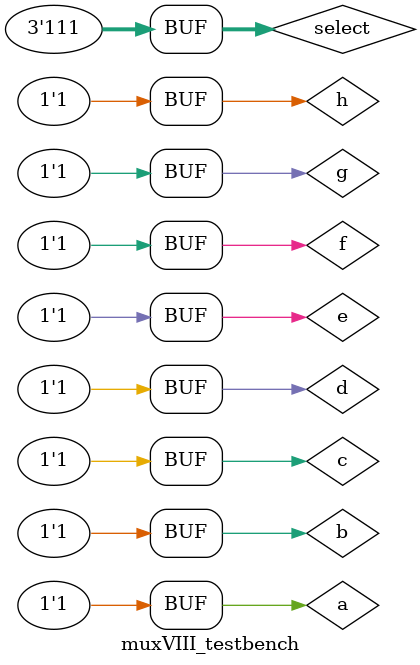
<source format=v>
`define DELAY 20
module muxVIII_testbench(); 
reg a, b, c, d, e, f, g, h;
reg [2:0] select;
wire result;

muxIV viiviviviiiiiio (result, a, b, c, d, e, f, g, h, select);

initial begin
	//000 all scenarios
		a = 1'b0; b = 1'b0; c = 1'b0; d = 1'b0; e = 1'b0; f = 1'b0; g = 1'b0; h = 1'b0; select = 3'b000;
		#`DELAY;
		a = 1'b0; b = 1'b0; c = 1'b0; d = 1'b0; e = 1'b0; f = 1'b0; g = 1'b0; h = 1'b1; select = 3'b000;
		#`DELAY;
		a = 1'b0; b = 1'b0; c = 1'b0; d = 1'b0; e = 1'b0; f = 1'b0; g = 1'b1; h = 1'b0; select = 3'b000;
		#`DELAY;
		a = 1'b0; b = 1'b0; c = 1'b0; d = 1'b0; e = 1'b0; f = 1'b0; g = 1'b1; h = 1'b1; select = 3'b000;
		#`DELAY;
		a = 1'b0; b = 1'b0; c = 1'b0; d = 1'b0; e = 1'b0; f = 1'b1; g = 1'b0; h = 1'b0; select = 3'b000;
		#`DELAY;
		a = 1'b0; b = 1'b0; c = 1'b0; d = 1'b0; e = 1'b0; f = 1'b1; g = 1'b0; h = 1'b1; select = 3'b000;
		#`DELAY;
		a = 1'b0; b = 1'b0; c = 1'b0; d = 1'b0; e = 1'b0; f = 1'b1; g = 1'b1; h = 1'b0; select = 3'b000;
		#`DELAY;
		a = 1'b0; b = 1'b0; c = 1'b0; d = 1'b0; e = 1'b0; f = 1'b1; g = 1'b1; h = 1'b1; select = 3'b000;
		#`DELAY;
		a = 1'b0; b = 1'b0; c = 1'b0; d = 1'b0; e = 1'b1; f = 1'b0; g = 1'b0; h = 1'b0; select = 3'b000;
		#`DELAY;
		a = 1'b0; b = 1'b0; c = 1'b0; d = 1'b0; e = 1'b1; f = 1'b0; g = 1'b0; h = 1'b1; select = 3'b000;
		#`DELAY;
		a = 1'b0; b = 1'b0; c = 1'b0; d = 1'b0; e = 1'b1; f = 1'b0; g = 1'b1; h = 1'b0; select = 3'b000;
		#`DELAY;
		a = 1'b0; b = 1'b0; c = 1'b0; d = 1'b0; e = 1'b1; f = 1'b0; g = 1'b1; h = 1'b1; select = 3'b000;
		#`DELAY;
		a = 1'b0; b = 1'b0; c = 1'b0; d = 1'b0; e = 1'b1; f = 1'b1; g = 1'b0; h = 1'b0; select = 3'b000;
		#`DELAY;
		a = 1'b0; b = 1'b0; c = 1'b0; d = 1'b0; e = 1'b1; f = 1'b1; g = 1'b0; h = 1'b1; select = 3'b000;
		#`DELAY;
		a = 1'b0; b = 1'b0; c = 1'b0; d = 1'b0; e = 1'b1; f = 1'b1; g = 1'b1; h = 1'b0; select = 3'b000;
		#`DELAY;
		a = 1'b0; b = 1'b0; c = 1'b0; d = 1'b0; e = 1'b1; f = 1'b1; g = 1'b1; h = 1'b1; select = 3'b000;
		#`DELAY;

		a = 1'b0; b = 1'b0; c = 1'b0; d = 1'b1; e = 1'b0; f = 1'b0; g = 1'b0; h = 1'b0; select = 3'b000;
		#`DELAY;
		a = 1'b0; b = 1'b0; c = 1'b0; d = 1'b1; e = 1'b0; f = 1'b0; g = 1'b0; h = 1'b1; select = 3'b000;
		#`DELAY;
		a = 1'b0; b = 1'b0; c = 1'b0; d = 1'b1; e = 1'b0; f = 1'b0; g = 1'b1; h = 1'b0; select = 3'b000;
		#`DELAY;
		a = 1'b0; b = 1'b0; c = 1'b0; d = 1'b1; e = 1'b0; f = 1'b0; g = 1'b1; h = 1'b1; select = 3'b000;
		#`DELAY;
		a = 1'b0; b = 1'b0; c = 1'b0; d = 1'b1; e = 1'b0; f = 1'b1; g = 1'b0; h = 1'b0; select = 3'b000;
		#`DELAY;
		a = 1'b0; b = 1'b0; c = 1'b0; d = 1'b1; e = 1'b0; f = 1'b1; g = 1'b0; h = 1'b1; select = 3'b000;
		#`DELAY;
		a = 1'b0; b = 1'b0; c = 1'b0; d = 1'b1; e = 1'b0; f = 1'b1; g = 1'b1; h = 1'b0; select = 3'b000;
		#`DELAY;
		a = 1'b0; b = 1'b0; c = 1'b0; d = 1'b1; e = 1'b0; f = 1'b1; g = 1'b1; h = 1'b1; select = 3'b000;
		#`DELAY;
		a = 1'b0; b = 1'b0; c = 1'b0; d = 1'b1; e = 1'b1; f = 1'b0; g = 1'b0; h = 1'b0; select = 3'b000;
		#`DELAY;
		a = 1'b0; b = 1'b0; c = 1'b0; d = 1'b1; e = 1'b1; f = 1'b0; g = 1'b0; h = 1'b1; select = 3'b000;
		#`DELAY;
		a = 1'b0; b = 1'b0; c = 1'b0; d = 1'b1; e = 1'b1; f = 1'b0; g = 1'b1; h = 1'b0; select = 3'b000;
		#`DELAY;
		a = 1'b0; b = 1'b0; c = 1'b0; d = 1'b1; e = 1'b1; f = 1'b0; g = 1'b1; h = 1'b1; select = 3'b000;
		#`DELAY;
		a = 1'b0; b = 1'b0; c = 1'b0; d = 1'b1; e = 1'b1; f = 1'b1; g = 1'b0; h = 1'b0; select = 3'b000;
		#`DELAY;
		a = 1'b0; b = 1'b0; c = 1'b0; d = 1'b1; e = 1'b1; f = 1'b1; g = 1'b0; h = 1'b1; select = 3'b000;
		#`DELAY;
		a = 1'b0; b = 1'b0; c = 1'b0; d = 1'b1; e = 1'b1; f = 1'b1; g = 1'b1; h = 1'b0; select = 3'b000;
		#`DELAY;
		a = 1'b0; b = 1'b0; c = 1'b0; d = 1'b1; e = 1'b1; f = 1'b1; g = 1'b1; h = 1'b1; select = 3'b000;
		#`DELAY;

		a = 1'b0; b = 1'b0; c = 1'b1; d = 1'b0; e = 1'b0; f = 1'b0; g = 1'b0; h = 1'b0; select = 3'b000;
		#`DELAY;
		a = 1'b0; b = 1'b0; c = 1'b1; d = 1'b0; e = 1'b0; f = 1'b0; g = 1'b0; h = 1'b1; select = 3'b000;
		#`DELAY;
		a = 1'b0; b = 1'b0; c = 1'b1; d = 1'b0; e = 1'b0; f = 1'b0; g = 1'b1; h = 1'b0; select = 3'b000;
		#`DELAY;
		a = 1'b0; b = 1'b0; c = 1'b1; d = 1'b0; e = 1'b0; f = 1'b0; g = 1'b1; h = 1'b1; select = 3'b000;
		#`DELAY;
		a = 1'b0; b = 1'b0; c = 1'b1; d = 1'b0; e = 1'b0; f = 1'b1; g = 1'b0; h = 1'b0; select = 3'b000;
		#`DELAY;
		a = 1'b0; b = 1'b0; c = 1'b1; d = 1'b0; e = 1'b0; f = 1'b1; g = 1'b0; h = 1'b1; select = 3'b000;
		#`DELAY;
		a = 1'b0; b = 1'b0; c = 1'b1; d = 1'b0; e = 1'b0; f = 1'b1; g = 1'b1; h = 1'b0; select = 3'b000;
		#`DELAY;
		a = 1'b0; b = 1'b0; c = 1'b1; d = 1'b0; e = 1'b0; f = 1'b1; g = 1'b1; h = 1'b1; select = 3'b000;
		#`DELAY;
		a = 1'b0; b = 1'b0; c = 1'b1; d = 1'b0; e = 1'b1; f = 1'b0; g = 1'b0; h = 1'b0; select = 3'b000;
		#`DELAY;
		a = 1'b0; b = 1'b0; c = 1'b1; d = 1'b0; e = 1'b1; f = 1'b0; g = 1'b0; h = 1'b1; select = 3'b000;
		#`DELAY;
		a = 1'b0; b = 1'b0; c = 1'b1; d = 1'b0; e = 1'b1; f = 1'b0; g = 1'b1; h = 1'b0; select = 3'b000;
		#`DELAY;
		a = 1'b0; b = 1'b0; c = 1'b1; d = 1'b0; e = 1'b1; f = 1'b0; g = 1'b1; h = 1'b1; select = 3'b000;
		#`DELAY;
		a = 1'b0; b = 1'b0; c = 1'b1; d = 1'b0; e = 1'b1; f = 1'b1; g = 1'b0; h = 1'b0; select = 3'b000;
		#`DELAY;
		a = 1'b0; b = 1'b0; c = 1'b1; d = 1'b0; e = 1'b1; f = 1'b1; g = 1'b0; h = 1'b1; select = 3'b000;
		#`DELAY;
		a = 1'b0; b = 1'b0; c = 1'b1; d = 1'b0; e = 1'b1; f = 1'b1; g = 1'b1; h = 1'b0; select = 3'b000;
		#`DELAY;
		a = 1'b0; b = 1'b0; c = 1'b1; d = 1'b0; e = 1'b1; f = 1'b1; g = 1'b1; h = 1'b1; select = 3'b000;
		#`DELAY;

		a = 1'b0; b = 1'b0; c = 1'b1; d = 1'b1; e = 1'b0; f = 1'b0; g = 1'b0; h = 1'b0; select = 3'b000;
		#`DELAY;
		a = 1'b0; b = 1'b0; c = 1'b1; d = 1'b1; e = 1'b0; f = 1'b0; g = 1'b0; h = 1'b1; select = 3'b000;
		#`DELAY;
		a = 1'b0; b = 1'b0; c = 1'b1; d = 1'b1; e = 1'b0; f = 1'b0; g = 1'b1; h = 1'b0; select = 3'b000;
		#`DELAY;
		a = 1'b0; b = 1'b0; c = 1'b1; d = 1'b1; e = 1'b0; f = 1'b0; g = 1'b1; h = 1'b1; select = 3'b000;
		#`DELAY;
		a = 1'b0; b = 1'b0; c = 1'b1; d = 1'b1; e = 1'b0; f = 1'b1; g = 1'b0; h = 1'b0; select = 3'b000;
		#`DELAY;
		a = 1'b0; b = 1'b0; c = 1'b1; d = 1'b1; e = 1'b0; f = 1'b1; g = 1'b0; h = 1'b1; select = 3'b000;
		#`DELAY;
		a = 1'b0; b = 1'b0; c = 1'b1; d = 1'b1; e = 1'b0; f = 1'b1; g = 1'b1; h = 1'b0; select = 3'b000;
		#`DELAY;
		a = 1'b0; b = 1'b0; c = 1'b1; d = 1'b1; e = 1'b0; f = 1'b1; g = 1'b1; h = 1'b1; select = 3'b000;
		#`DELAY;
		a = 1'b0; b = 1'b0; c = 1'b1; d = 1'b1; e = 1'b1; f = 1'b0; g = 1'b0; h = 1'b0; select = 3'b000;
		#`DELAY;
		a = 1'b0; b = 1'b0; c = 1'b1; d = 1'b1; e = 1'b1; f = 1'b0; g = 1'b0; h = 1'b1; select = 3'b000;
		#`DELAY;
		a = 1'b0; b = 1'b0; c = 1'b1; d = 1'b1; e = 1'b1; f = 1'b0; g = 1'b1; h = 1'b0; select = 3'b000;
		#`DELAY;
		a = 1'b0; b = 1'b0; c = 1'b1; d = 1'b1; e = 1'b1; f = 1'b0; g = 1'b1; h = 1'b1; select = 3'b000;
		#`DELAY;
		a = 1'b0; b = 1'b0; c = 1'b1; d = 1'b1; e = 1'b1; f = 1'b1; g = 1'b0; h = 1'b0; select = 3'b000;
		#`DELAY;
		a = 1'b0; b = 1'b0; c = 1'b1; d = 1'b1; e = 1'b1; f = 1'b1; g = 1'b0; h = 1'b1; select = 3'b000;
		#`DELAY;
		a = 1'b0; b = 1'b0; c = 1'b1; d = 1'b1; e = 1'b1; f = 1'b1; g = 1'b1; h = 1'b0; select = 3'b000;
		#`DELAY;
		a = 1'b0; b = 1'b0; c = 1'b1; d = 1'b1; e = 1'b1; f = 1'b1; g = 1'b1; h = 1'b1; select = 3'b000;
		#`DELAY;

		a = 1'b0; b = 1'b1; c = 1'b0; d = 1'b0; e = 1'b0; f = 1'b0; g = 1'b0; h = 1'b0; select = 3'b000;
		#`DELAY;
		a = 1'b0; b = 1'b1; c = 1'b0; d = 1'b0; e = 1'b0; f = 1'b0; g = 1'b0; h = 1'b1; select = 3'b000;
		#`DELAY;
		a = 1'b0; b = 1'b1; c = 1'b0; d = 1'b0; e = 1'b0; f = 1'b0; g = 1'b1; h = 1'b0; select = 3'b000;
		#`DELAY;
		a = 1'b0; b = 1'b1; c = 1'b0; d = 1'b0; e = 1'b0; f = 1'b0; g = 1'b1; h = 1'b1; select = 3'b000;
		#`DELAY;
		a = 1'b0; b = 1'b1; c = 1'b0; d = 1'b0; e = 1'b0; f = 1'b1; g = 1'b0; h = 1'b0; select = 3'b000;
		#`DELAY;
		a = 1'b0; b = 1'b1; c = 1'b0; d = 1'b0; e = 1'b0; f = 1'b1; g = 1'b0; h = 1'b1; select = 3'b000;
		#`DELAY;
		a = 1'b0; b = 1'b1; c = 1'b0; d = 1'b0; e = 1'b0; f = 1'b1; g = 1'b1; h = 1'b0; select = 3'b000;
		#`DELAY;
		a = 1'b0; b = 1'b1; c = 1'b0; d = 1'b0; e = 1'b0; f = 1'b1; g = 1'b1; h = 1'b1; select = 3'b000;
		#`DELAY;
		a = 1'b0; b = 1'b1; c = 1'b0; d = 1'b0; e = 1'b1; f = 1'b0; g = 1'b0; h = 1'b0; select = 3'b000;
		#`DELAY;
		a = 1'b0; b = 1'b1; c = 1'b0; d = 1'b0; e = 1'b1; f = 1'b0; g = 1'b0; h = 1'b1; select = 3'b000;
		#`DELAY;
		a = 1'b0; b = 1'b1; c = 1'b0; d = 1'b0; e = 1'b1; f = 1'b0; g = 1'b1; h = 1'b0; select = 3'b000;
		#`DELAY;
		a = 1'b0; b = 1'b1; c = 1'b0; d = 1'b0; e = 1'b1; f = 1'b0; g = 1'b1; h = 1'b1; select = 3'b000;
		#`DELAY;
		a = 1'b0; b = 1'b1; c = 1'b0; d = 1'b0; e = 1'b1; f = 1'b1; g = 1'b0; h = 1'b0; select = 3'b000;
		#`DELAY;
		a = 1'b0; b = 1'b1; c = 1'b0; d = 1'b0; e = 1'b1; f = 1'b1; g = 1'b0; h = 1'b1; select = 3'b000;
		#`DELAY;
		a = 1'b0; b = 1'b1; c = 1'b0; d = 1'b0; e = 1'b1; f = 1'b1; g = 1'b1; h = 1'b0; select = 3'b000;
		#`DELAY;
		a = 1'b0; b = 1'b1; c = 1'b0; d = 1'b0; e = 1'b1; f = 1'b1; g = 1'b1; h = 1'b1; select = 3'b000;
		#`DELAY;

		a = 1'b0; b = 1'b1; c = 1'b0; d = 1'b1; e = 1'b0; f = 1'b0; g = 1'b0; h = 1'b0; select = 3'b000;
		#`DELAY;
		a = 1'b0; b = 1'b1; c = 1'b0; d = 1'b1; e = 1'b0; f = 1'b0; g = 1'b0; h = 1'b1; select = 3'b000;
		#`DELAY;
		a = 1'b0; b = 1'b1; c = 1'b0; d = 1'b1; e = 1'b0; f = 1'b0; g = 1'b1; h = 1'b0; select = 3'b000;
		#`DELAY;
		a = 1'b0; b = 1'b1; c = 1'b0; d = 1'b1; e = 1'b0; f = 1'b0; g = 1'b1; h = 1'b1; select = 3'b000;
		#`DELAY;
		a = 1'b0; b = 1'b1; c = 1'b0; d = 1'b1; e = 1'b0; f = 1'b1; g = 1'b0; h = 1'b0; select = 3'b000;
		#`DELAY;
		a = 1'b0; b = 1'b1; c = 1'b0; d = 1'b1; e = 1'b0; f = 1'b1; g = 1'b0; h = 1'b1; select = 3'b000;
		#`DELAY;
		a = 1'b0; b = 1'b1; c = 1'b0; d = 1'b1; e = 1'b0; f = 1'b1; g = 1'b1; h = 1'b0; select = 3'b000;
		#`DELAY;
		a = 1'b0; b = 1'b1; c = 1'b0; d = 1'b1; e = 1'b0; f = 1'b1; g = 1'b1; h = 1'b1; select = 3'b000;
		#`DELAY;
		a = 1'b0; b = 1'b1; c = 1'b0; d = 1'b1; e = 1'b1; f = 1'b0; g = 1'b0; h = 1'b0; select = 3'b000;
		#`DELAY;
		a = 1'b0; b = 1'b1; c = 1'b0; d = 1'b1; e = 1'b1; f = 1'b0; g = 1'b0; h = 1'b1; select = 3'b000;
		#`DELAY;
		a = 1'b0; b = 1'b1; c = 1'b0; d = 1'b1; e = 1'b1; f = 1'b0; g = 1'b1; h = 1'b0; select = 3'b000;
		#`DELAY;
		a = 1'b0; b = 1'b1; c = 1'b0; d = 1'b1; e = 1'b1; f = 1'b0; g = 1'b1; h = 1'b1; select = 3'b000;
		#`DELAY;
		a = 1'b0; b = 1'b1; c = 1'b0; d = 1'b1; e = 1'b1; f = 1'b1; g = 1'b0; h = 1'b0; select = 3'b000;
		#`DELAY;
		a = 1'b0; b = 1'b1; c = 1'b0; d = 1'b1; e = 1'b1; f = 1'b1; g = 1'b0; h = 1'b1; select = 3'b000;
		#`DELAY;
		a = 1'b0; b = 1'b1; c = 1'b0; d = 1'b1; e = 1'b1; f = 1'b1; g = 1'b1; h = 1'b0; select = 3'b000;
		#`DELAY;
		a = 1'b0; b = 1'b1; c = 1'b0; d = 1'b1; e = 1'b1; f = 1'b1; g = 1'b1; h = 1'b1; select = 3'b000;
		#`DELAY;

		a = 1'b0; b = 1'b1; c = 1'b1; d = 1'b0; e = 1'b0; f = 1'b0; g = 1'b0; h = 1'b0; select = 3'b000;
		#`DELAY;
		a = 1'b0; b = 1'b1; c = 1'b1; d = 1'b0; e = 1'b0; f = 1'b0; g = 1'b0; h = 1'b1; select = 3'b000;
		#`DELAY;
		a = 1'b0; b = 1'b1; c = 1'b1; d = 1'b0; e = 1'b0; f = 1'b0; g = 1'b1; h = 1'b0; select = 3'b000;
		#`DELAY;
		a = 1'b0; b = 1'b1; c = 1'b1; d = 1'b0; e = 1'b0; f = 1'b0; g = 1'b1; h = 1'b1; select = 3'b000;
		#`DELAY;
		a = 1'b0; b = 1'b1; c = 1'b1; d = 1'b0; e = 1'b0; f = 1'b1; g = 1'b0; h = 1'b0; select = 3'b000;
		#`DELAY;
		a = 1'b0; b = 1'b1; c = 1'b1; d = 1'b0; e = 1'b0; f = 1'b1; g = 1'b0; h = 1'b1; select = 3'b000;
		#`DELAY;
		a = 1'b0; b = 1'b1; c = 1'b1; d = 1'b0; e = 1'b0; f = 1'b1; g = 1'b1; h = 1'b0; select = 3'b000;
		#`DELAY;
		a = 1'b0; b = 1'b1; c = 1'b1; d = 1'b0; e = 1'b0; f = 1'b1; g = 1'b1; h = 1'b1; select = 3'b000;
		#`DELAY;
		a = 1'b0; b = 1'b1; c = 1'b1; d = 1'b0; e = 1'b1; f = 1'b0; g = 1'b0; h = 1'b0; select = 3'b000;
		#`DELAY;
		a = 1'b0; b = 1'b1; c = 1'b1; d = 1'b0; e = 1'b1; f = 1'b0; g = 1'b0; h = 1'b1; select = 3'b000;
		#`DELAY;
		a = 1'b0; b = 1'b1; c = 1'b1; d = 1'b0; e = 1'b1; f = 1'b0; g = 1'b1; h = 1'b0; select = 3'b000;
		#`DELAY;
		a = 1'b0; b = 1'b1; c = 1'b1; d = 1'b0; e = 1'b1; f = 1'b0; g = 1'b1; h = 1'b1; select = 3'b000;
		#`DELAY;
		a = 1'b0; b = 1'b1; c = 1'b1; d = 1'b0; e = 1'b1; f = 1'b1; g = 1'b0; h = 1'b0; select = 3'b000;
		#`DELAY;
		a = 1'b0; b = 1'b1; c = 1'b1; d = 1'b0; e = 1'b1; f = 1'b1; g = 1'b0; h = 1'b1; select = 3'b000;
		#`DELAY;
		a = 1'b0; b = 1'b1; c = 1'b1; d = 1'b0; e = 1'b1; f = 1'b1; g = 1'b1; h = 1'b0; select = 3'b000;
		#`DELAY;
		a = 1'b0; b = 1'b1; c = 1'b1; d = 1'b0; e = 1'b1; f = 1'b1; g = 1'b1; h = 1'b1; select = 3'b000;
		#`DELAY;

		a = 1'b0; b = 1'b1; c = 1'b1; d = 1'b1; e = 1'b0; f = 1'b0; g = 1'b0; h = 1'b0; select = 3'b000;
		#`DELAY;
		a = 1'b0; b = 1'b1; c = 1'b1; d = 1'b1; e = 1'b0; f = 1'b0; g = 1'b0; h = 1'b1; select = 3'b000;
		#`DELAY;
		a = 1'b0; b = 1'b1; c = 1'b1; d = 1'b1; e = 1'b0; f = 1'b0; g = 1'b1; h = 1'b0; select = 3'b000;
		#`DELAY;
		a = 1'b0; b = 1'b1; c = 1'b1; d = 1'b1; e = 1'b0; f = 1'b0; g = 1'b1; h = 1'b1; select = 3'b000;
		#`DELAY;
		a = 1'b0; b = 1'b1; c = 1'b1; d = 1'b1; e = 1'b0; f = 1'b1; g = 1'b0; h = 1'b0; select = 3'b000;
		#`DELAY;
		a = 1'b0; b = 1'b1; c = 1'b1; d = 1'b1; e = 1'b0; f = 1'b1; g = 1'b0; h = 1'b1; select = 3'b000;
		#`DELAY;
		a = 1'b0; b = 1'b1; c = 1'b1; d = 1'b1; e = 1'b0; f = 1'b1; g = 1'b1; h = 1'b0; select = 3'b000;
		#`DELAY;
		a = 1'b0; b = 1'b1; c = 1'b1; d = 1'b1; e = 1'b0; f = 1'b1; g = 1'b1; h = 1'b1; select = 3'b000;
		#`DELAY;
		a = 1'b0; b = 1'b1; c = 1'b1; d = 1'b1; e = 1'b1; f = 1'b0; g = 1'b0; h = 1'b0; select = 3'b000;
		#`DELAY;
		a = 1'b0; b = 1'b1; c = 1'b1; d = 1'b1; e = 1'b1; f = 1'b0; g = 1'b0; h = 1'b1; select = 3'b000;
		#`DELAY;
		a = 1'b0; b = 1'b1; c = 1'b1; d = 1'b1; e = 1'b1; f = 1'b0; g = 1'b1; h = 1'b0; select = 3'b000;
		#`DELAY;
		a = 1'b0; b = 1'b1; c = 1'b1; d = 1'b1; e = 1'b1; f = 1'b0; g = 1'b1; h = 1'b1; select = 3'b000;
		#`DELAY;
		a = 1'b0; b = 1'b1; c = 1'b1; d = 1'b1; e = 1'b1; f = 1'b1; g = 1'b0; h = 1'b0; select = 3'b000;
		#`DELAY;
		a = 1'b0; b = 1'b1; c = 1'b1; d = 1'b1; e = 1'b1; f = 1'b1; g = 1'b0; h = 1'b1; select = 3'b000;
		#`DELAY;
		a = 1'b0; b = 1'b1; c = 1'b1; d = 1'b1; e = 1'b1; f = 1'b1; g = 1'b1; h = 1'b0; select = 3'b000;
		#`DELAY;
		a = 1'b0; b = 1'b1; c = 1'b1; d = 1'b1; e = 1'b1; f = 1'b1; g = 1'b1; h = 1'b1; select = 3'b000;
		#`DELAY;

		a = 1'b1; b = 1'b0; c = 1'b0; d = 1'b0; e = 1'b0; f = 1'b0; g = 1'b0; h = 1'b0; select = 3'b000;
		#`DELAY;
		a = 1'b1; b = 1'b0; c = 1'b0; d = 1'b0; e = 1'b0; f = 1'b0; g = 1'b0; h = 1'b1; select = 3'b000;
		#`DELAY;
		a = 1'b1; b = 1'b0; c = 1'b0; d = 1'b0; e = 1'b0; f = 1'b0; g = 1'b1; h = 1'b0; select = 3'b000;
		#`DELAY;
		a = 1'b1; b = 1'b0; c = 1'b0; d = 1'b0; e = 1'b0; f = 1'b0; g = 1'b1; h = 1'b1; select = 3'b000;
		#`DELAY;
		a = 1'b1; b = 1'b0; c = 1'b0; d = 1'b0; e = 1'b0; f = 1'b1; g = 1'b0; h = 1'b0; select = 3'b000;
		#`DELAY;
		a = 1'b1; b = 1'b0; c = 1'b0; d = 1'b0; e = 1'b0; f = 1'b1; g = 1'b0; h = 1'b1; select = 3'b000;
		#`DELAY;
		a = 1'b1; b = 1'b0; c = 1'b0; d = 1'b0; e = 1'b0; f = 1'b1; g = 1'b1; h = 1'b0; select = 3'b000;
		#`DELAY;
		a = 1'b1; b = 1'b0; c = 1'b0; d = 1'b0; e = 1'b0; f = 1'b1; g = 1'b1; h = 1'b1; select = 3'b000;
		#`DELAY;
		a = 1'b1; b = 1'b0; c = 1'b0; d = 1'b0; e = 1'b1; f = 1'b0; g = 1'b0; h = 1'b0; select = 3'b000;
		#`DELAY;
		a = 1'b1; b = 1'b0; c = 1'b0; d = 1'b0; e = 1'b1; f = 1'b0; g = 1'b0; h = 1'b1; select = 3'b000;
		#`DELAY;
		a = 1'b1; b = 1'b0; c = 1'b0; d = 1'b0; e = 1'b1; f = 1'b0; g = 1'b1; h = 1'b0; select = 3'b000;
		#`DELAY;
		a = 1'b1; b = 1'b0; c = 1'b0; d = 1'b0; e = 1'b1; f = 1'b0; g = 1'b1; h = 1'b1; select = 3'b000;
		#`DELAY;
		a = 1'b1; b = 1'b0; c = 1'b0; d = 1'b0; e = 1'b1; f = 1'b1; g = 1'b0; h = 1'b0; select = 3'b000;
		#`DELAY;
		a = 1'b1; b = 1'b0; c = 1'b0; d = 1'b0; e = 1'b1; f = 1'b1; g = 1'b0; h = 1'b1; select = 3'b000;
		#`DELAY;
		a = 1'b1; b = 1'b0; c = 1'b0; d = 1'b0; e = 1'b1; f = 1'b1; g = 1'b1; h = 1'b0; select = 3'b000;
		#`DELAY;
		a = 1'b1; b = 1'b0; c = 1'b0; d = 1'b0; e = 1'b1; f = 1'b1; g = 1'b1; h = 1'b1; select = 3'b000;
		#`DELAY;

		a = 1'b1; b = 1'b0; c = 1'b0; d = 1'b1; e = 1'b0; f = 1'b0; g = 1'b0; h = 1'b0; select = 3'b000;
		#`DELAY;
		a = 1'b1; b = 1'b0; c = 1'b0; d = 1'b1; e = 1'b0; f = 1'b0; g = 1'b0; h = 1'b1; select = 3'b000;
		#`DELAY;
		a = 1'b1; b = 1'b0; c = 1'b0; d = 1'b1; e = 1'b0; f = 1'b0; g = 1'b1; h = 1'b0; select = 3'b000;
		#`DELAY;
		a = 1'b1; b = 1'b0; c = 1'b0; d = 1'b1; e = 1'b0; f = 1'b0; g = 1'b1; h = 1'b1; select = 3'b000;
		#`DELAY;
		a = 1'b1; b = 1'b0; c = 1'b0; d = 1'b1; e = 1'b0; f = 1'b1; g = 1'b0; h = 1'b0; select = 3'b000;
		#`DELAY;
		a = 1'b1; b = 1'b0; c = 1'b0; d = 1'b1; e = 1'b0; f = 1'b1; g = 1'b0; h = 1'b1; select = 3'b000;
		#`DELAY;
		a = 1'b1; b = 1'b0; c = 1'b0; d = 1'b1; e = 1'b0; f = 1'b1; g = 1'b1; h = 1'b0; select = 3'b000;
		#`DELAY;
		a = 1'b1; b = 1'b0; c = 1'b0; d = 1'b1; e = 1'b0; f = 1'b1; g = 1'b1; h = 1'b1; select = 3'b000;
		#`DELAY;
		a = 1'b1; b = 1'b0; c = 1'b0; d = 1'b1; e = 1'b1; f = 1'b0; g = 1'b0; h = 1'b0; select = 3'b000;
		#`DELAY;
		a = 1'b1; b = 1'b0; c = 1'b0; d = 1'b1; e = 1'b1; f = 1'b0; g = 1'b0; h = 1'b1; select = 3'b000;
		#`DELAY;
		a = 1'b1; b = 1'b0; c = 1'b0; d = 1'b1; e = 1'b1; f = 1'b0; g = 1'b1; h = 1'b0; select = 3'b000;
		#`DELAY;
		a = 1'b1; b = 1'b0; c = 1'b0; d = 1'b1; e = 1'b1; f = 1'b0; g = 1'b1; h = 1'b1; select = 3'b000;
		#`DELAY;
		a = 1'b1; b = 1'b0; c = 1'b0; d = 1'b1; e = 1'b1; f = 1'b1; g = 1'b0; h = 1'b0; select = 3'b000;
		#`DELAY;
		a = 1'b1; b = 1'b0; c = 1'b0; d = 1'b1; e = 1'b1; f = 1'b1; g = 1'b0; h = 1'b1; select = 3'b000;
		#`DELAY;
		a = 1'b1; b = 1'b0; c = 1'b0; d = 1'b1; e = 1'b1; f = 1'b1; g = 1'b1; h = 1'b0; select = 3'b000;
		#`DELAY;
		a = 1'b1; b = 1'b0; c = 1'b0; d = 1'b1; e = 1'b1; f = 1'b1; g = 1'b1; h = 1'b1; select = 3'b000;
		#`DELAY;

		a = 1'b1; b = 1'b0; c = 1'b1; d = 1'b0; e = 1'b0; f = 1'b0; g = 1'b0; h = 1'b0; select = 3'b000;
		#`DELAY;
		a = 1'b1; b = 1'b0; c = 1'b1; d = 1'b0; e = 1'b0; f = 1'b0; g = 1'b0; h = 1'b1; select = 3'b000;
		#`DELAY;
		a = 1'b1; b = 1'b0; c = 1'b1; d = 1'b0; e = 1'b0; f = 1'b0; g = 1'b1; h = 1'b0; select = 3'b000;
		#`DELAY;
		a = 1'b1; b = 1'b0; c = 1'b1; d = 1'b0; e = 1'b0; f = 1'b0; g = 1'b1; h = 1'b1; select = 3'b000;
		#`DELAY;
		a = 1'b1; b = 1'b0; c = 1'b1; d = 1'b0; e = 1'b0; f = 1'b1; g = 1'b0; h = 1'b0; select = 3'b000;
		#`DELAY;
		a = 1'b1; b = 1'b0; c = 1'b1; d = 1'b0; e = 1'b0; f = 1'b1; g = 1'b0; h = 1'b1; select = 3'b000;
		#`DELAY;
		a = 1'b1; b = 1'b0; c = 1'b1; d = 1'b0; e = 1'b0; f = 1'b1; g = 1'b1; h = 1'b0; select = 3'b000;
		#`DELAY;
		a = 1'b1; b = 1'b0; c = 1'b1; d = 1'b0; e = 1'b0; f = 1'b1; g = 1'b1; h = 1'b1; select = 3'b000;
		#`DELAY;
		a = 1'b1; b = 1'b0; c = 1'b1; d = 1'b0; e = 1'b1; f = 1'b0; g = 1'b0; h = 1'b0; select = 3'b000;
		#`DELAY;
		a = 1'b1; b = 1'b0; c = 1'b1; d = 1'b0; e = 1'b1; f = 1'b0; g = 1'b0; h = 1'b1; select = 3'b000;
		#`DELAY;
		a = 1'b1; b = 1'b0; c = 1'b1; d = 1'b0; e = 1'b1; f = 1'b0; g = 1'b1; h = 1'b0; select = 3'b000;
		#`DELAY;
		a = 1'b1; b = 1'b0; c = 1'b1; d = 1'b0; e = 1'b1; f = 1'b0; g = 1'b1; h = 1'b1; select = 3'b000;
		#`DELAY;
		a = 1'b1; b = 1'b0; c = 1'b1; d = 1'b0; e = 1'b1; f = 1'b1; g = 1'b0; h = 1'b0; select = 3'b000;
		#`DELAY;
		a = 1'b1; b = 1'b0; c = 1'b1; d = 1'b0; e = 1'b1; f = 1'b1; g = 1'b0; h = 1'b1; select = 3'b000;
		#`DELAY;
		a = 1'b1; b = 1'b0; c = 1'b1; d = 1'b0; e = 1'b1; f = 1'b1; g = 1'b1; h = 1'b0; select = 3'b000;
		#`DELAY;
		a = 1'b1; b = 1'b0; c = 1'b1; d = 1'b0; e = 1'b1; f = 1'b1; g = 1'b1; h = 1'b1; select = 3'b000;
		#`DELAY;

		a = 1'b1; b = 1'b0; c = 1'b1; d = 1'b1; e = 1'b0; f = 1'b0; g = 1'b0; h = 1'b0; select = 3'b000;
		#`DELAY;
		a = 1'b1; b = 1'b0; c = 1'b1; d = 1'b1; e = 1'b0; f = 1'b0; g = 1'b0; h = 1'b1; select = 3'b000;
		#`DELAY;
		a = 1'b1; b = 1'b0; c = 1'b1; d = 1'b1; e = 1'b0; f = 1'b0; g = 1'b1; h = 1'b0; select = 3'b000;
		#`DELAY;
		a = 1'b1; b = 1'b0; c = 1'b1; d = 1'b1; e = 1'b0; f = 1'b0; g = 1'b1; h = 1'b1; select = 3'b000;
		#`DELAY;
		a = 1'b1; b = 1'b0; c = 1'b1; d = 1'b1; e = 1'b0; f = 1'b1; g = 1'b0; h = 1'b0; select = 3'b000;
		#`DELAY;
		a = 1'b1; b = 1'b0; c = 1'b1; d = 1'b1; e = 1'b0; f = 1'b1; g = 1'b0; h = 1'b1; select = 3'b000;
		#`DELAY;
		a = 1'b1; b = 1'b0; c = 1'b1; d = 1'b1; e = 1'b0; f = 1'b1; g = 1'b1; h = 1'b0; select = 3'b000;
		#`DELAY;
		a = 1'b1; b = 1'b0; c = 1'b1; d = 1'b1; e = 1'b0; f = 1'b1; g = 1'b1; h = 1'b1; select = 3'b000;
		#`DELAY;
		a = 1'b1; b = 1'b0; c = 1'b1; d = 1'b1; e = 1'b1; f = 1'b0; g = 1'b0; h = 1'b0; select = 3'b000;
		#`DELAY;
		a = 1'b1; b = 1'b0; c = 1'b1; d = 1'b1; e = 1'b1; f = 1'b0; g = 1'b0; h = 1'b1; select = 3'b000;
		#`DELAY;
		a = 1'b1; b = 1'b0; c = 1'b1; d = 1'b1; e = 1'b1; f = 1'b0; g = 1'b1; h = 1'b0; select = 3'b000;
		#`DELAY;
		a = 1'b1; b = 1'b0; c = 1'b1; d = 1'b1; e = 1'b1; f = 1'b0; g = 1'b1; h = 1'b1; select = 3'b000;
		#`DELAY;
		a = 1'b1; b = 1'b0; c = 1'b1; d = 1'b1; e = 1'b1; f = 1'b1; g = 1'b0; h = 1'b0; select = 3'b000;
		#`DELAY;
		a = 1'b1; b = 1'b0; c = 1'b1; d = 1'b1; e = 1'b1; f = 1'b1; g = 1'b0; h = 1'b1; select = 3'b000;
		#`DELAY;
		a = 1'b1; b = 1'b0; c = 1'b1; d = 1'b1; e = 1'b1; f = 1'b1; g = 1'b1; h = 1'b0; select = 3'b000;
		#`DELAY;
		a = 1'b1; b = 1'b0; c = 1'b1; d = 1'b1; e = 1'b1; f = 1'b1; g = 1'b1; h = 1'b1; select = 3'b000;
		#`DELAY;

		a = 1'b1; b = 1'b1; c = 1'b0; d = 1'b0; e = 1'b0; f = 1'b0; g = 1'b0; h = 1'b0; select = 3'b000;
		#`DELAY;
		a = 1'b1; b = 1'b1; c = 1'b0; d = 1'b0; e = 1'b0; f = 1'b0; g = 1'b0; h = 1'b1; select = 3'b000;
		#`DELAY;
		a = 1'b1; b = 1'b1; c = 1'b0; d = 1'b0; e = 1'b0; f = 1'b0; g = 1'b1; h = 1'b0; select = 3'b000;
		#`DELAY;
		a = 1'b1; b = 1'b1; c = 1'b0; d = 1'b0; e = 1'b0; f = 1'b0; g = 1'b1; h = 1'b1; select = 3'b000;
		#`DELAY;
		a = 1'b1; b = 1'b1; c = 1'b0; d = 1'b0; e = 1'b0; f = 1'b1; g = 1'b0; h = 1'b0; select = 3'b000;
		#`DELAY;
		a = 1'b1; b = 1'b1; c = 1'b0; d = 1'b0; e = 1'b0; f = 1'b1; g = 1'b0; h = 1'b1; select = 3'b000;
		#`DELAY;
		a = 1'b1; b = 1'b1; c = 1'b0; d = 1'b0; e = 1'b0; f = 1'b1; g = 1'b1; h = 1'b0; select = 3'b000;
		#`DELAY;
		a = 1'b1; b = 1'b1; c = 1'b0; d = 1'b0; e = 1'b0; f = 1'b1; g = 1'b1; h = 1'b1; select = 3'b000;
		#`DELAY;
		a = 1'b1; b = 1'b1; c = 1'b0; d = 1'b0; e = 1'b1; f = 1'b0; g = 1'b0; h = 1'b0; select = 3'b000;
		#`DELAY;
		a = 1'b1; b = 1'b1; c = 1'b0; d = 1'b0; e = 1'b1; f = 1'b0; g = 1'b0; h = 1'b1; select = 3'b000;
		#`DELAY;
		a = 1'b1; b = 1'b1; c = 1'b0; d = 1'b0; e = 1'b1; f = 1'b0; g = 1'b1; h = 1'b0; select = 3'b000;
		#`DELAY;
		a = 1'b1; b = 1'b1; c = 1'b0; d = 1'b0; e = 1'b1; f = 1'b0; g = 1'b1; h = 1'b1; select = 3'b000;
		#`DELAY;
		a = 1'b1; b = 1'b1; c = 1'b0; d = 1'b0; e = 1'b1; f = 1'b1; g = 1'b0; h = 1'b0; select = 3'b000;
		#`DELAY;
		a = 1'b1; b = 1'b1; c = 1'b0; d = 1'b0; e = 1'b1; f = 1'b1; g = 1'b0; h = 1'b1; select = 3'b000;
		#`DELAY;
		a = 1'b1; b = 1'b1; c = 1'b0; d = 1'b0; e = 1'b1; f = 1'b1; g = 1'b1; h = 1'b0; select = 3'b000;
		#`DELAY;
		a = 1'b1; b = 1'b1; c = 1'b0; d = 1'b0; e = 1'b1; f = 1'b1; g = 1'b1; h = 1'b1; select = 3'b000;
		#`DELAY;

		a = 1'b1; b = 1'b1; c = 1'b0; d = 1'b1; e = 1'b0; f = 1'b0; g = 1'b0; h = 1'b0; select = 3'b000;
		#`DELAY;
		a = 1'b1; b = 1'b1; c = 1'b0; d = 1'b1; e = 1'b0; f = 1'b0; g = 1'b0; h = 1'b1; select = 3'b000;
		#`DELAY;
		a = 1'b1; b = 1'b1; c = 1'b0; d = 1'b1; e = 1'b0; f = 1'b0; g = 1'b1; h = 1'b0; select = 3'b000;
		#`DELAY;
		a = 1'b1; b = 1'b1; c = 1'b0; d = 1'b1; e = 1'b0; f = 1'b0; g = 1'b1; h = 1'b1; select = 3'b000;
		#`DELAY;
		a = 1'b1; b = 1'b1; c = 1'b0; d = 1'b1; e = 1'b0; f = 1'b1; g = 1'b0; h = 1'b0; select = 3'b000;
		#`DELAY;
		a = 1'b1; b = 1'b1; c = 1'b0; d = 1'b1; e = 1'b0; f = 1'b1; g = 1'b0; h = 1'b1; select = 3'b000;
		#`DELAY;
		a = 1'b1; b = 1'b1; c = 1'b0; d = 1'b1; e = 1'b0; f = 1'b1; g = 1'b1; h = 1'b0; select = 3'b000;
		#`DELAY;
		a = 1'b1; b = 1'b1; c = 1'b0; d = 1'b1; e = 1'b0; f = 1'b1; g = 1'b1; h = 1'b1; select = 3'b000;
		#`DELAY;
		a = 1'b1; b = 1'b1; c = 1'b0; d = 1'b1; e = 1'b1; f = 1'b0; g = 1'b0; h = 1'b0; select = 3'b000;
		#`DELAY;
		a = 1'b1; b = 1'b1; c = 1'b0; d = 1'b1; e = 1'b1; f = 1'b0; g = 1'b0; h = 1'b1; select = 3'b000;
		#`DELAY;
		a = 1'b1; b = 1'b1; c = 1'b0; d = 1'b1; e = 1'b1; f = 1'b0; g = 1'b1; h = 1'b0; select = 3'b000;
		#`DELAY;
		a = 1'b1; b = 1'b1; c = 1'b0; d = 1'b1; e = 1'b1; f = 1'b0; g = 1'b1; h = 1'b1; select = 3'b000;
		#`DELAY;
		a = 1'b1; b = 1'b1; c = 1'b0; d = 1'b1; e = 1'b1; f = 1'b1; g = 1'b0; h = 1'b0; select = 3'b000;
		#`DELAY;
		a = 1'b1; b = 1'b1; c = 1'b0; d = 1'b1; e = 1'b1; f = 1'b1; g = 1'b0; h = 1'b1; select = 3'b000;
		#`DELAY;
		a = 1'b1; b = 1'b1; c = 1'b0; d = 1'b1; e = 1'b1; f = 1'b1; g = 1'b1; h = 1'b0; select = 3'b000;
		#`DELAY;
		a = 1'b1; b = 1'b1; c = 1'b0; d = 1'b1; e = 1'b1; f = 1'b1; g = 1'b1; h = 1'b1; select = 3'b000;
		#`DELAY;

		a = 1'b1; b = 1'b1; c = 1'b1; d = 1'b0; e = 1'b0; f = 1'b0; g = 1'b0; h = 1'b0; select = 3'b000;
		#`DELAY;
		a = 1'b1; b = 1'b1; c = 1'b1; d = 1'b0; e = 1'b0; f = 1'b0; g = 1'b0; h = 1'b1; select = 3'b000;
		#`DELAY;
		a = 1'b1; b = 1'b1; c = 1'b1; d = 1'b0; e = 1'b0; f = 1'b0; g = 1'b1; h = 1'b0; select = 3'b000;
		#`DELAY;
		a = 1'b1; b = 1'b1; c = 1'b1; d = 1'b0; e = 1'b0; f = 1'b0; g = 1'b1; h = 1'b1; select = 3'b000;
		#`DELAY;
		a = 1'b1; b = 1'b1; c = 1'b1; d = 1'b0; e = 1'b0; f = 1'b1; g = 1'b0; h = 1'b0; select = 3'b000;
		#`DELAY;
		a = 1'b1; b = 1'b1; c = 1'b1; d = 1'b0; e = 1'b0; f = 1'b1; g = 1'b0; h = 1'b1; select = 3'b000;
		#`DELAY;
		a = 1'b1; b = 1'b1; c = 1'b1; d = 1'b0; e = 1'b0; f = 1'b1; g = 1'b1; h = 1'b0; select = 3'b000;
		#`DELAY;
		a = 1'b1; b = 1'b1; c = 1'b1; d = 1'b0; e = 1'b0; f = 1'b1; g = 1'b1; h = 1'b1; select = 3'b000;
		#`DELAY;
		a = 1'b1; b = 1'b1; c = 1'b1; d = 1'b0; e = 1'b1; f = 1'b0; g = 1'b0; h = 1'b0; select = 3'b000;
		#`DELAY;
		a = 1'b1; b = 1'b1; c = 1'b1; d = 1'b0; e = 1'b1; f = 1'b0; g = 1'b0; h = 1'b1; select = 3'b000;
		#`DELAY;
		a = 1'b1; b = 1'b1; c = 1'b1; d = 1'b0; e = 1'b1; f = 1'b0; g = 1'b1; h = 1'b0; select = 3'b000;
		#`DELAY;
		a = 1'b1; b = 1'b1; c = 1'b1; d = 1'b0; e = 1'b1; f = 1'b0; g = 1'b1; h = 1'b1; select = 3'b000;
		#`DELAY;
		a = 1'b1; b = 1'b1; c = 1'b1; d = 1'b0; e = 1'b1; f = 1'b1; g = 1'b0; h = 1'b0; select = 3'b000;
		#`DELAY;
		a = 1'b1; b = 1'b1; c = 1'b1; d = 1'b0; e = 1'b1; f = 1'b1; g = 1'b0; h = 1'b1; select = 3'b000;
		#`DELAY;
		a = 1'b1; b = 1'b1; c = 1'b1; d = 1'b0; e = 1'b1; f = 1'b1; g = 1'b1; h = 1'b0; select = 3'b000;
		#`DELAY;
		a = 1'b1; b = 1'b1; c = 1'b1; d = 1'b0; e = 1'b1; f = 1'b1; g = 1'b1; h = 1'b1; select = 3'b000;
		#`DELAY;

		a = 1'b1; b = 1'b1; c = 1'b1; d = 1'b1; e = 1'b0; f = 1'b0; g = 1'b0; h = 1'b0; select = 3'b000;
		#`DELAY;
		a = 1'b1; b = 1'b1; c = 1'b1; d = 1'b1; e = 1'b0; f = 1'b0; g = 1'b0; h = 1'b1; select = 3'b000;
		#`DELAY;
		a = 1'b1; b = 1'b1; c = 1'b1; d = 1'b1; e = 1'b0; f = 1'b0; g = 1'b1; h = 1'b0; select = 3'b000;
		#`DELAY;
		a = 1'b1; b = 1'b1; c = 1'b1; d = 1'b1; e = 1'b0; f = 1'b0; g = 1'b1; h = 1'b1; select = 3'b000;
		#`DELAY;
		a = 1'b1; b = 1'b1; c = 1'b1; d = 1'b1; e = 1'b0; f = 1'b1; g = 1'b0; h = 1'b0; select = 3'b000;
		#`DELAY;
		a = 1'b1; b = 1'b1; c = 1'b1; d = 1'b1; e = 1'b0; f = 1'b1; g = 1'b0; h = 1'b1; select = 3'b000;
		#`DELAY;
		a = 1'b1; b = 1'b1; c = 1'b1; d = 1'b1; e = 1'b0; f = 1'b1; g = 1'b1; h = 1'b0; select = 3'b000;
		#`DELAY;
		a = 1'b1; b = 1'b1; c = 1'b1; d = 1'b1; e = 1'b0; f = 1'b1; g = 1'b1; h = 1'b1; select = 3'b000;
		#`DELAY;
		a = 1'b1; b = 1'b1; c = 1'b1; d = 1'b1; e = 1'b1; f = 1'b0; g = 1'b0; h = 1'b0; select = 3'b000;
		#`DELAY;
		a = 1'b1; b = 1'b1; c = 1'b1; d = 1'b1; e = 1'b1; f = 1'b0; g = 1'b0; h = 1'b1; select = 3'b000;
		#`DELAY;
		a = 1'b1; b = 1'b1; c = 1'b1; d = 1'b1; e = 1'b1; f = 1'b0; g = 1'b1; h = 1'b0; select = 3'b000;
		#`DELAY;
		a = 1'b1; b = 1'b1; c = 1'b1; d = 1'b1; e = 1'b1; f = 1'b0; g = 1'b1; h = 1'b1; select = 3'b000;
		#`DELAY;
		a = 1'b1; b = 1'b1; c = 1'b1; d = 1'b1; e = 1'b1; f = 1'b1; g = 1'b0; h = 1'b0; select = 3'b000;
		#`DELAY;
		a = 1'b1; b = 1'b1; c = 1'b1; d = 1'b1; e = 1'b1; f = 1'b1; g = 1'b0; h = 1'b1; select = 3'b000;
		#`DELAY;
		a = 1'b1; b = 1'b1; c = 1'b1; d = 1'b1; e = 1'b1; f = 1'b1; g = 1'b1; h = 1'b0; select = 3'b000;
		#`DELAY;
		a = 1'b1; b = 1'b1; c = 1'b1; d = 1'b1; e = 1'b1; f = 1'b1; g = 1'b1; h = 1'b1; select = 3'b000;
		#`DELAY;

	//001 selected all scenarios.
			a = 1'b0; b = 1'b0; c = 1'b0; d = 1'b0; e = 1'b0; f = 1'b0; g = 1'b0; h = 1'b0; select = 3'b001;
		#`DELAY;
		a = 1'b0; b = 1'b0; c = 1'b0; d = 1'b0; e = 1'b0; f = 1'b0; g = 1'b0; h = 1'b1; select = 3'b001;
		#`DELAY;
		a = 1'b0; b = 1'b0; c = 1'b0; d = 1'b0; e = 1'b0; f = 1'b0; g = 1'b1; h = 1'b0; select = 3'b001;
		#`DELAY;
		a = 1'b0; b = 1'b0; c = 1'b0; d = 1'b0; e = 1'b0; f = 1'b0; g = 1'b1; h = 1'b1; select = 3'b001;
		#`DELAY;
		a = 1'b0; b = 1'b0; c = 1'b0; d = 1'b0; e = 1'b0; f = 1'b1; g = 1'b0; h = 1'b0; select = 3'b001;
		#`DELAY;
		a = 1'b0; b = 1'b0; c = 1'b0; d = 1'b0; e = 1'b0; f = 1'b1; g = 1'b0; h = 1'b1; select = 3'b001;
		#`DELAY;
		a = 1'b0; b = 1'b0; c = 1'b0; d = 1'b0; e = 1'b0; f = 1'b1; g = 1'b1; h = 1'b0; select = 3'b001;
		#`DELAY;
		a = 1'b0; b = 1'b0; c = 1'b0; d = 1'b0; e = 1'b0; f = 1'b1; g = 1'b1; h = 1'b1; select = 3'b001;
		#`DELAY;
		a = 1'b0; b = 1'b0; c = 1'b0; d = 1'b0; e = 1'b1; f = 1'b0; g = 1'b0; h = 1'b0; select = 3'b001;
		#`DELAY;
		a = 1'b0; b = 1'b0; c = 1'b0; d = 1'b0; e = 1'b1; f = 1'b0; g = 1'b0; h = 1'b1; select = 3'b001;
		#`DELAY;
		a = 1'b0; b = 1'b0; c = 1'b0; d = 1'b0; e = 1'b1; f = 1'b0; g = 1'b1; h = 1'b0; select = 3'b001;
		#`DELAY;
		a = 1'b0; b = 1'b0; c = 1'b0; d = 1'b0; e = 1'b1; f = 1'b0; g = 1'b1; h = 1'b1; select = 3'b001;
		#`DELAY;
		a = 1'b0; b = 1'b0; c = 1'b0; d = 1'b0; e = 1'b1; f = 1'b1; g = 1'b0; h = 1'b0; select = 3'b001;
		#`DELAY;
		a = 1'b0; b = 1'b0; c = 1'b0; d = 1'b0; e = 1'b1; f = 1'b1; g = 1'b0; h = 1'b1; select = 3'b001;
		#`DELAY;
		a = 1'b0; b = 1'b0; c = 1'b0; d = 1'b0; e = 1'b1; f = 1'b1; g = 1'b1; h = 1'b0; select = 3'b001;
		#`DELAY;
		a = 1'b0; b = 1'b0; c = 1'b0; d = 1'b0; e = 1'b1; f = 1'b1; g = 1'b1; h = 1'b1; select = 3'b001;
		#`DELAY;

		a = 1'b0; b = 1'b0; c = 1'b0; d = 1'b1; e = 1'b0; f = 1'b0; g = 1'b0; h = 1'b0; select = 3'b001;
		#`DELAY;
		a = 1'b0; b = 1'b0; c = 1'b0; d = 1'b1; e = 1'b0; f = 1'b0; g = 1'b0; h = 1'b1; select = 3'b001;
		#`DELAY;
		a = 1'b0; b = 1'b0; c = 1'b0; d = 1'b1; e = 1'b0; f = 1'b0; g = 1'b1; h = 1'b0; select = 3'b001;
		#`DELAY;
		a = 1'b0; b = 1'b0; c = 1'b0; d = 1'b1; e = 1'b0; f = 1'b0; g = 1'b1; h = 1'b1; select = 3'b001;
		#`DELAY;
		a = 1'b0; b = 1'b0; c = 1'b0; d = 1'b1; e = 1'b0; f = 1'b1; g = 1'b0; h = 1'b0; select = 3'b001;
		#`DELAY;
		a = 1'b0; b = 1'b0; c = 1'b0; d = 1'b1; e = 1'b0; f = 1'b1; g = 1'b0; h = 1'b1; select = 3'b001;
		#`DELAY;
		a = 1'b0; b = 1'b0; c = 1'b0; d = 1'b1; e = 1'b0; f = 1'b1; g = 1'b1; h = 1'b0; select = 3'b001;
		#`DELAY;
		a = 1'b0; b = 1'b0; c = 1'b0; d = 1'b1; e = 1'b0; f = 1'b1; g = 1'b1; h = 1'b1; select = 3'b001;
		#`DELAY;
		a = 1'b0; b = 1'b0; c = 1'b0; d = 1'b1; e = 1'b1; f = 1'b0; g = 1'b0; h = 1'b0; select = 3'b001;
		#`DELAY;
		a = 1'b0; b = 1'b0; c = 1'b0; d = 1'b1; e = 1'b1; f = 1'b0; g = 1'b0; h = 1'b1; select = 3'b001;
		#`DELAY;
		a = 1'b0; b = 1'b0; c = 1'b0; d = 1'b1; e = 1'b1; f = 1'b0; g = 1'b1; h = 1'b0; select = 3'b001;
		#`DELAY;
		a = 1'b0; b = 1'b0; c = 1'b0; d = 1'b1; e = 1'b1; f = 1'b0; g = 1'b1; h = 1'b1; select = 3'b001;
		#`DELAY;
		a = 1'b0; b = 1'b0; c = 1'b0; d = 1'b1; e = 1'b1; f = 1'b1; g = 1'b0; h = 1'b0; select = 3'b001;
		#`DELAY;
		a = 1'b0; b = 1'b0; c = 1'b0; d = 1'b1; e = 1'b1; f = 1'b1; g = 1'b0; h = 1'b1; select = 3'b001;
		#`DELAY;
		a = 1'b0; b = 1'b0; c = 1'b0; d = 1'b1; e = 1'b1; f = 1'b1; g = 1'b1; h = 1'b0; select = 3'b001;
		#`DELAY;
		a = 1'b0; b = 1'b0; c = 1'b0; d = 1'b1; e = 1'b1; f = 1'b1; g = 1'b1; h = 1'b1; select = 3'b001;
		#`DELAY;

		a = 1'b0; b = 1'b0; c = 1'b1; d = 1'b0; e = 1'b0; f = 1'b0; g = 1'b0; h = 1'b0; select = 3'b001;
		#`DELAY;
		a = 1'b0; b = 1'b0; c = 1'b1; d = 1'b0; e = 1'b0; f = 1'b0; g = 1'b0; h = 1'b1; select = 3'b001;
		#`DELAY;
		a = 1'b0; b = 1'b0; c = 1'b1; d = 1'b0; e = 1'b0; f = 1'b0; g = 1'b1; h = 1'b0; select = 3'b001;
		#`DELAY;
		a = 1'b0; b = 1'b0; c = 1'b1; d = 1'b0; e = 1'b0; f = 1'b0; g = 1'b1; h = 1'b1; select = 3'b001;
		#`DELAY;
		a = 1'b0; b = 1'b0; c = 1'b1; d = 1'b0; e = 1'b0; f = 1'b1; g = 1'b0; h = 1'b0; select = 3'b001;
		#`DELAY;
		a = 1'b0; b = 1'b0; c = 1'b1; d = 1'b0; e = 1'b0; f = 1'b1; g = 1'b0; h = 1'b1; select = 3'b001;
		#`DELAY;
		a = 1'b0; b = 1'b0; c = 1'b1; d = 1'b0; e = 1'b0; f = 1'b1; g = 1'b1; h = 1'b0; select = 3'b001;
		#`DELAY;
		a = 1'b0; b = 1'b0; c = 1'b1; d = 1'b0; e = 1'b0; f = 1'b1; g = 1'b1; h = 1'b1; select = 3'b001;
		#`DELAY;
		a = 1'b0; b = 1'b0; c = 1'b1; d = 1'b0; e = 1'b1; f = 1'b0; g = 1'b0; h = 1'b0; select = 3'b001;
		#`DELAY;
		a = 1'b0; b = 1'b0; c = 1'b1; d = 1'b0; e = 1'b1; f = 1'b0; g = 1'b0; h = 1'b1; select = 3'b001;
		#`DELAY;
		a = 1'b0; b = 1'b0; c = 1'b1; d = 1'b0; e = 1'b1; f = 1'b0; g = 1'b1; h = 1'b0; select = 3'b001;
		#`DELAY;
		a = 1'b0; b = 1'b0; c = 1'b1; d = 1'b0; e = 1'b1; f = 1'b0; g = 1'b1; h = 1'b1; select = 3'b001;
		#`DELAY;
		a = 1'b0; b = 1'b0; c = 1'b1; d = 1'b0; e = 1'b1; f = 1'b1; g = 1'b0; h = 1'b0; select = 3'b001;
		#`DELAY;
		a = 1'b0; b = 1'b0; c = 1'b1; d = 1'b0; e = 1'b1; f = 1'b1; g = 1'b0; h = 1'b1; select = 3'b001;
		#`DELAY;
		a = 1'b0; b = 1'b0; c = 1'b1; d = 1'b0; e = 1'b1; f = 1'b1; g = 1'b1; h = 1'b0; select = 3'b001;
		#`DELAY;
		a = 1'b0; b = 1'b0; c = 1'b1; d = 1'b0; e = 1'b1; f = 1'b1; g = 1'b1; h = 1'b1; select = 3'b001;
		#`DELAY;

		a = 1'b0; b = 1'b0; c = 1'b1; d = 1'b1; e = 1'b0; f = 1'b0; g = 1'b0; h = 1'b0; select = 3'b001;
		#`DELAY;
		a = 1'b0; b = 1'b0; c = 1'b1; d = 1'b1; e = 1'b0; f = 1'b0; g = 1'b0; h = 1'b1; select = 3'b001;
		#`DELAY;
		a = 1'b0; b = 1'b0; c = 1'b1; d = 1'b1; e = 1'b0; f = 1'b0; g = 1'b1; h = 1'b0; select = 3'b001;
		#`DELAY;
		a = 1'b0; b = 1'b0; c = 1'b1; d = 1'b1; e = 1'b0; f = 1'b0; g = 1'b1; h = 1'b1; select = 3'b001;
		#`DELAY;
		a = 1'b0; b = 1'b0; c = 1'b1; d = 1'b1; e = 1'b0; f = 1'b1; g = 1'b0; h = 1'b0; select = 3'b001;
		#`DELAY;
		a = 1'b0; b = 1'b0; c = 1'b1; d = 1'b1; e = 1'b0; f = 1'b1; g = 1'b0; h = 1'b1; select = 3'b001;
		#`DELAY;
		a = 1'b0; b = 1'b0; c = 1'b1; d = 1'b1; e = 1'b0; f = 1'b1; g = 1'b1; h = 1'b0; select = 3'b001;
		#`DELAY;
		a = 1'b0; b = 1'b0; c = 1'b1; d = 1'b1; e = 1'b0; f = 1'b1; g = 1'b1; h = 1'b1; select = 3'b001;
		#`DELAY;
		a = 1'b0; b = 1'b0; c = 1'b1; d = 1'b1; e = 1'b1; f = 1'b0; g = 1'b0; h = 1'b0; select = 3'b001;
		#`DELAY;
		a = 1'b0; b = 1'b0; c = 1'b1; d = 1'b1; e = 1'b1; f = 1'b0; g = 1'b0; h = 1'b1; select = 3'b001;
		#`DELAY;
		a = 1'b0; b = 1'b0; c = 1'b1; d = 1'b1; e = 1'b1; f = 1'b0; g = 1'b1; h = 1'b0; select = 3'b001;
		#`DELAY;
		a = 1'b0; b = 1'b0; c = 1'b1; d = 1'b1; e = 1'b1; f = 1'b0; g = 1'b1; h = 1'b1; select = 3'b001;
		#`DELAY;
		a = 1'b0; b = 1'b0; c = 1'b1; d = 1'b1; e = 1'b1; f = 1'b1; g = 1'b0; h = 1'b0; select = 3'b001;
		#`DELAY;
		a = 1'b0; b = 1'b0; c = 1'b1; d = 1'b1; e = 1'b1; f = 1'b1; g = 1'b0; h = 1'b1; select = 3'b001;
		#`DELAY;
		a = 1'b0; b = 1'b0; c = 1'b1; d = 1'b1; e = 1'b1; f = 1'b1; g = 1'b1; h = 1'b0; select = 3'b001;
		#`DELAY;
		a = 1'b0; b = 1'b0; c = 1'b1; d = 1'b1; e = 1'b1; f = 1'b1; g = 1'b1; h = 1'b1; select = 3'b001;
		#`DELAY;

		a = 1'b0; b = 1'b1; c = 1'b0; d = 1'b0; e = 1'b0; f = 1'b0; g = 1'b0; h = 1'b0; select = 3'b001;
		#`DELAY;
		a = 1'b0; b = 1'b1; c = 1'b0; d = 1'b0; e = 1'b0; f = 1'b0; g = 1'b0; h = 1'b1; select = 3'b001;
		#`DELAY;
		a = 1'b0; b = 1'b1; c = 1'b0; d = 1'b0; e = 1'b0; f = 1'b0; g = 1'b1; h = 1'b0; select = 3'b001;
		#`DELAY;
		a = 1'b0; b = 1'b1; c = 1'b0; d = 1'b0; e = 1'b0; f = 1'b0; g = 1'b1; h = 1'b1; select = 3'b001;
		#`DELAY;
		a = 1'b0; b = 1'b1; c = 1'b0; d = 1'b0; e = 1'b0; f = 1'b1; g = 1'b0; h = 1'b0; select = 3'b001;
		#`DELAY;
		a = 1'b0; b = 1'b1; c = 1'b0; d = 1'b0; e = 1'b0; f = 1'b1; g = 1'b0; h = 1'b1; select = 3'b001;
		#`DELAY;
		a = 1'b0; b = 1'b1; c = 1'b0; d = 1'b0; e = 1'b0; f = 1'b1; g = 1'b1; h = 1'b0; select = 3'b001;
		#`DELAY;
		a = 1'b0; b = 1'b1; c = 1'b0; d = 1'b0; e = 1'b0; f = 1'b1; g = 1'b1; h = 1'b1; select = 3'b001;
		#`DELAY;
		a = 1'b0; b = 1'b1; c = 1'b0; d = 1'b0; e = 1'b1; f = 1'b0; g = 1'b0; h = 1'b0; select = 3'b001;
		#`DELAY;
		a = 1'b0; b = 1'b1; c = 1'b0; d = 1'b0; e = 1'b1; f = 1'b0; g = 1'b0; h = 1'b1; select = 3'b001;
		#`DELAY;
		a = 1'b0; b = 1'b1; c = 1'b0; d = 1'b0; e = 1'b1; f = 1'b0; g = 1'b1; h = 1'b0; select = 3'b001;
		#`DELAY;
		a = 1'b0; b = 1'b1; c = 1'b0; d = 1'b0; e = 1'b1; f = 1'b0; g = 1'b1; h = 1'b1; select = 3'b001;
		#`DELAY;
		a = 1'b0; b = 1'b1; c = 1'b0; d = 1'b0; e = 1'b1; f = 1'b1; g = 1'b0; h = 1'b0; select = 3'b001;
		#`DELAY;
		a = 1'b0; b = 1'b1; c = 1'b0; d = 1'b0; e = 1'b1; f = 1'b1; g = 1'b0; h = 1'b1; select = 3'b001;
		#`DELAY;
		a = 1'b0; b = 1'b1; c = 1'b0; d = 1'b0; e = 1'b1; f = 1'b1; g = 1'b1; h = 1'b0; select = 3'b001;
		#`DELAY;
		a = 1'b0; b = 1'b1; c = 1'b0; d = 1'b0; e = 1'b1; f = 1'b1; g = 1'b1; h = 1'b1; select = 3'b001;
		#`DELAY;

		a = 1'b0; b = 1'b1; c = 1'b0; d = 1'b1; e = 1'b0; f = 1'b0; g = 1'b0; h = 1'b0; select = 3'b001;
		#`DELAY;
		a = 1'b0; b = 1'b1; c = 1'b0; d = 1'b1; e = 1'b0; f = 1'b0; g = 1'b0; h = 1'b1; select = 3'b001;
		#`DELAY;
		a = 1'b0; b = 1'b1; c = 1'b0; d = 1'b1; e = 1'b0; f = 1'b0; g = 1'b1; h = 1'b0; select = 3'b001;
		#`DELAY;
		a = 1'b0; b = 1'b1; c = 1'b0; d = 1'b1; e = 1'b0; f = 1'b0; g = 1'b1; h = 1'b1; select = 3'b001;
		#`DELAY;
		a = 1'b0; b = 1'b1; c = 1'b0; d = 1'b1; e = 1'b0; f = 1'b1; g = 1'b0; h = 1'b0; select = 3'b001;
		#`DELAY;
		a = 1'b0; b = 1'b1; c = 1'b0; d = 1'b1; e = 1'b0; f = 1'b1; g = 1'b0; h = 1'b1; select = 3'b001;
		#`DELAY;
		a = 1'b0; b = 1'b1; c = 1'b0; d = 1'b1; e = 1'b0; f = 1'b1; g = 1'b1; h = 1'b0; select = 3'b001;
		#`DELAY;
		a = 1'b0; b = 1'b1; c = 1'b0; d = 1'b1; e = 1'b0; f = 1'b1; g = 1'b1; h = 1'b1; select = 3'b001;
		#`DELAY;
		a = 1'b0; b = 1'b1; c = 1'b0; d = 1'b1; e = 1'b1; f = 1'b0; g = 1'b0; h = 1'b0; select = 3'b001;
		#`DELAY;
		a = 1'b0; b = 1'b1; c = 1'b0; d = 1'b1; e = 1'b1; f = 1'b0; g = 1'b0; h = 1'b1; select = 3'b001;
		#`DELAY;
		a = 1'b0; b = 1'b1; c = 1'b0; d = 1'b1; e = 1'b1; f = 1'b0; g = 1'b1; h = 1'b0; select = 3'b001;
		#`DELAY;
		a = 1'b0; b = 1'b1; c = 1'b0; d = 1'b1; e = 1'b1; f = 1'b0; g = 1'b1; h = 1'b1; select = 3'b001;
		#`DELAY;
		a = 1'b0; b = 1'b1; c = 1'b0; d = 1'b1; e = 1'b1; f = 1'b1; g = 1'b0; h = 1'b0; select = 3'b001;
		#`DELAY;
		a = 1'b0; b = 1'b1; c = 1'b0; d = 1'b1; e = 1'b1; f = 1'b1; g = 1'b0; h = 1'b1; select = 3'b001;
		#`DELAY;
		a = 1'b0; b = 1'b1; c = 1'b0; d = 1'b1; e = 1'b1; f = 1'b1; g = 1'b1; h = 1'b0; select = 3'b001;
		#`DELAY;
		a = 1'b0; b = 1'b1; c = 1'b0; d = 1'b1; e = 1'b1; f = 1'b1; g = 1'b1; h = 1'b1; select = 3'b001;
		#`DELAY;

		a = 1'b0; b = 1'b1; c = 1'b1; d = 1'b0; e = 1'b0; f = 1'b0; g = 1'b0; h = 1'b0; select = 3'b001;
		#`DELAY;
		a = 1'b0; b = 1'b1; c = 1'b1; d = 1'b0; e = 1'b0; f = 1'b0; g = 1'b0; h = 1'b1; select = 3'b001;
		#`DELAY;
		a = 1'b0; b = 1'b1; c = 1'b1; d = 1'b0; e = 1'b0; f = 1'b0; g = 1'b1; h = 1'b0; select = 3'b001;
		#`DELAY;
		a = 1'b0; b = 1'b1; c = 1'b1; d = 1'b0; e = 1'b0; f = 1'b0; g = 1'b1; h = 1'b1; select = 3'b001;
		#`DELAY;
		a = 1'b0; b = 1'b1; c = 1'b1; d = 1'b0; e = 1'b0; f = 1'b1; g = 1'b0; h = 1'b0; select = 3'b001;
		#`DELAY;
		a = 1'b0; b = 1'b1; c = 1'b1; d = 1'b0; e = 1'b0; f = 1'b1; g = 1'b0; h = 1'b1; select = 3'b001;
		#`DELAY;
		a = 1'b0; b = 1'b1; c = 1'b1; d = 1'b0; e = 1'b0; f = 1'b1; g = 1'b1; h = 1'b0; select = 3'b001;
		#`DELAY;
		a = 1'b0; b = 1'b1; c = 1'b1; d = 1'b0; e = 1'b0; f = 1'b1; g = 1'b1; h = 1'b1; select = 3'b001;
		#`DELAY;
		a = 1'b0; b = 1'b1; c = 1'b1; d = 1'b0; e = 1'b1; f = 1'b0; g = 1'b0; h = 1'b0; select = 3'b001;
		#`DELAY;
		a = 1'b0; b = 1'b1; c = 1'b1; d = 1'b0; e = 1'b1; f = 1'b0; g = 1'b0; h = 1'b1; select = 3'b001;
		#`DELAY;
		a = 1'b0; b = 1'b1; c = 1'b1; d = 1'b0; e = 1'b1; f = 1'b0; g = 1'b1; h = 1'b0; select = 3'b001;
		#`DELAY;
		a = 1'b0; b = 1'b1; c = 1'b1; d = 1'b0; e = 1'b1; f = 1'b0; g = 1'b1; h = 1'b1; select = 3'b001;
		#`DELAY;
		a = 1'b0; b = 1'b1; c = 1'b1; d = 1'b0; e = 1'b1; f = 1'b1; g = 1'b0; h = 1'b0; select = 3'b001;
		#`DELAY;
		a = 1'b0; b = 1'b1; c = 1'b1; d = 1'b0; e = 1'b1; f = 1'b1; g = 1'b0; h = 1'b1; select = 3'b001;
		#`DELAY;
		a = 1'b0; b = 1'b1; c = 1'b1; d = 1'b0; e = 1'b1; f = 1'b1; g = 1'b1; h = 1'b0; select = 3'b001;
		#`DELAY;
		a = 1'b0; b = 1'b1; c = 1'b1; d = 1'b0; e = 1'b1; f = 1'b1; g = 1'b1; h = 1'b1; select = 3'b001;
		#`DELAY;

		a = 1'b0; b = 1'b1; c = 1'b1; d = 1'b1; e = 1'b0; f = 1'b0; g = 1'b0; h = 1'b0; select = 3'b001;
		#`DELAY;
		a = 1'b0; b = 1'b1; c = 1'b1; d = 1'b1; e = 1'b0; f = 1'b0; g = 1'b0; h = 1'b1; select = 3'b001;
		#`DELAY;
		a = 1'b0; b = 1'b1; c = 1'b1; d = 1'b1; e = 1'b0; f = 1'b0; g = 1'b1; h = 1'b0; select = 3'b001;
		#`DELAY;
		a = 1'b0; b = 1'b1; c = 1'b1; d = 1'b1; e = 1'b0; f = 1'b0; g = 1'b1; h = 1'b1; select = 3'b001;
		#`DELAY;
		a = 1'b0; b = 1'b1; c = 1'b1; d = 1'b1; e = 1'b0; f = 1'b1; g = 1'b0; h = 1'b0; select = 3'b001;
		#`DELAY;
		a = 1'b0; b = 1'b1; c = 1'b1; d = 1'b1; e = 1'b0; f = 1'b1; g = 1'b0; h = 1'b1; select = 3'b001;
		#`DELAY;
		a = 1'b0; b = 1'b1; c = 1'b1; d = 1'b1; e = 1'b0; f = 1'b1; g = 1'b1; h = 1'b0; select = 3'b001;
		#`DELAY;
		a = 1'b0; b = 1'b1; c = 1'b1; d = 1'b1; e = 1'b0; f = 1'b1; g = 1'b1; h = 1'b1; select = 3'b001;
		#`DELAY;
		a = 1'b0; b = 1'b1; c = 1'b1; d = 1'b1; e = 1'b1; f = 1'b0; g = 1'b0; h = 1'b0; select = 3'b001;
		#`DELAY;
		a = 1'b0; b = 1'b1; c = 1'b1; d = 1'b1; e = 1'b1; f = 1'b0; g = 1'b0; h = 1'b1; select = 3'b001;
		#`DELAY;
		a = 1'b0; b = 1'b1; c = 1'b1; d = 1'b1; e = 1'b1; f = 1'b0; g = 1'b1; h = 1'b0; select = 3'b001;
		#`DELAY;
		a = 1'b0; b = 1'b1; c = 1'b1; d = 1'b1; e = 1'b1; f = 1'b0; g = 1'b1; h = 1'b1; select = 3'b001;
		#`DELAY;
		a = 1'b0; b = 1'b1; c = 1'b1; d = 1'b1; e = 1'b1; f = 1'b1; g = 1'b0; h = 1'b0; select = 3'b001;
		#`DELAY;
		a = 1'b0; b = 1'b1; c = 1'b1; d = 1'b1; e = 1'b1; f = 1'b1; g = 1'b0; h = 1'b1; select = 3'b001;
		#`DELAY;
		a = 1'b0; b = 1'b1; c = 1'b1; d = 1'b1; e = 1'b1; f = 1'b1; g = 1'b1; h = 1'b0; select = 3'b001;
		#`DELAY;
		a = 1'b0; b = 1'b1; c = 1'b1; d = 1'b1; e = 1'b1; f = 1'b1; g = 1'b1; h = 1'b1; select = 3'b001;
		#`DELAY;

		a = 1'b1; b = 1'b0; c = 1'b0; d = 1'b0; e = 1'b0; f = 1'b0; g = 1'b0; h = 1'b0; select = 3'b001;
		#`DELAY;
		a = 1'b1; b = 1'b0; c = 1'b0; d = 1'b0; e = 1'b0; f = 1'b0; g = 1'b0; h = 1'b1; select = 3'b001;
		#`DELAY;
		a = 1'b1; b = 1'b0; c = 1'b0; d = 1'b0; e = 1'b0; f = 1'b0; g = 1'b1; h = 1'b0; select = 3'b001;
		#`DELAY;
		a = 1'b1; b = 1'b0; c = 1'b0; d = 1'b0; e = 1'b0; f = 1'b0; g = 1'b1; h = 1'b1; select = 3'b001;
		#`DELAY;
		a = 1'b1; b = 1'b0; c = 1'b0; d = 1'b0; e = 1'b0; f = 1'b1; g = 1'b0; h = 1'b0; select = 3'b001;
		#`DELAY;
		a = 1'b1; b = 1'b0; c = 1'b0; d = 1'b0; e = 1'b0; f = 1'b1; g = 1'b0; h = 1'b1; select = 3'b001;
		#`DELAY;
		a = 1'b1; b = 1'b0; c = 1'b0; d = 1'b0; e = 1'b0; f = 1'b1; g = 1'b1; h = 1'b0; select = 3'b001;
		#`DELAY;
		a = 1'b1; b = 1'b0; c = 1'b0; d = 1'b0; e = 1'b0; f = 1'b1; g = 1'b1; h = 1'b1; select = 3'b001;
		#`DELAY;
		a = 1'b1; b = 1'b0; c = 1'b0; d = 1'b0; e = 1'b1; f = 1'b0; g = 1'b0; h = 1'b0; select = 3'b001;
		#`DELAY;
		a = 1'b1; b = 1'b0; c = 1'b0; d = 1'b0; e = 1'b1; f = 1'b0; g = 1'b0; h = 1'b1; select = 3'b001;
		#`DELAY;
		a = 1'b1; b = 1'b0; c = 1'b0; d = 1'b0; e = 1'b1; f = 1'b0; g = 1'b1; h = 1'b0; select = 3'b001;
		#`DELAY;
		a = 1'b1; b = 1'b0; c = 1'b0; d = 1'b0; e = 1'b1; f = 1'b0; g = 1'b1; h = 1'b1; select = 3'b001;
		#`DELAY;
		a = 1'b1; b = 1'b0; c = 1'b0; d = 1'b0; e = 1'b1; f = 1'b1; g = 1'b0; h = 1'b0; select = 3'b001;
		#`DELAY;
		a = 1'b1; b = 1'b0; c = 1'b0; d = 1'b0; e = 1'b1; f = 1'b1; g = 1'b0; h = 1'b1; select = 3'b001;
		#`DELAY;
		a = 1'b1; b = 1'b0; c = 1'b0; d = 1'b0; e = 1'b1; f = 1'b1; g = 1'b1; h = 1'b0; select = 3'b001;
		#`DELAY;
		a = 1'b1; b = 1'b0; c = 1'b0; d = 1'b0; e = 1'b1; f = 1'b1; g = 1'b1; h = 1'b1; select = 3'b001;
		#`DELAY;

		a = 1'b1; b = 1'b0; c = 1'b0; d = 1'b1; e = 1'b0; f = 1'b0; g = 1'b0; h = 1'b0; select = 3'b001;
		#`DELAY;
		a = 1'b1; b = 1'b0; c = 1'b0; d = 1'b1; e = 1'b0; f = 1'b0; g = 1'b0; h = 1'b1; select = 3'b001;
		#`DELAY;
		a = 1'b1; b = 1'b0; c = 1'b0; d = 1'b1; e = 1'b0; f = 1'b0; g = 1'b1; h = 1'b0; select = 3'b001;
		#`DELAY;
		a = 1'b1; b = 1'b0; c = 1'b0; d = 1'b1; e = 1'b0; f = 1'b0; g = 1'b1; h = 1'b1; select = 3'b001;
		#`DELAY;
		a = 1'b1; b = 1'b0; c = 1'b0; d = 1'b1; e = 1'b0; f = 1'b1; g = 1'b0; h = 1'b0; select = 3'b001;
		#`DELAY;
		a = 1'b1; b = 1'b0; c = 1'b0; d = 1'b1; e = 1'b0; f = 1'b1; g = 1'b0; h = 1'b1; select = 3'b001;
		#`DELAY;
		a = 1'b1; b = 1'b0; c = 1'b0; d = 1'b1; e = 1'b0; f = 1'b1; g = 1'b1; h = 1'b0; select = 3'b001;
		#`DELAY;
		a = 1'b1; b = 1'b0; c = 1'b0; d = 1'b1; e = 1'b0; f = 1'b1; g = 1'b1; h = 1'b1; select = 3'b001;
		#`DELAY;
		a = 1'b1; b = 1'b0; c = 1'b0; d = 1'b1; e = 1'b1; f = 1'b0; g = 1'b0; h = 1'b0; select = 3'b001;
		#`DELAY;
		a = 1'b1; b = 1'b0; c = 1'b0; d = 1'b1; e = 1'b1; f = 1'b0; g = 1'b0; h = 1'b1; select = 3'b001;
		#`DELAY;
		a = 1'b1; b = 1'b0; c = 1'b0; d = 1'b1; e = 1'b1; f = 1'b0; g = 1'b1; h = 1'b0; select = 3'b001;
		#`DELAY;
		a = 1'b1; b = 1'b0; c = 1'b0; d = 1'b1; e = 1'b1; f = 1'b0; g = 1'b1; h = 1'b1; select = 3'b001;
		#`DELAY;
		a = 1'b1; b = 1'b0; c = 1'b0; d = 1'b1; e = 1'b1; f = 1'b1; g = 1'b0; h = 1'b0; select = 3'b001;
		#`DELAY;
		a = 1'b1; b = 1'b0; c = 1'b0; d = 1'b1; e = 1'b1; f = 1'b1; g = 1'b0; h = 1'b1; select = 3'b001;
		#`DELAY;
		a = 1'b1; b = 1'b0; c = 1'b0; d = 1'b1; e = 1'b1; f = 1'b1; g = 1'b1; h = 1'b0; select = 3'b001;
		#`DELAY;
		a = 1'b1; b = 1'b0; c = 1'b0; d = 1'b1; e = 1'b1; f = 1'b1; g = 1'b1; h = 1'b1; select = 3'b001;
		#`DELAY;

		a = 1'b1; b = 1'b0; c = 1'b1; d = 1'b0; e = 1'b0; f = 1'b0; g = 1'b0; h = 1'b0; select = 3'b001;
		#`DELAY;
		a = 1'b1; b = 1'b0; c = 1'b1; d = 1'b0; e = 1'b0; f = 1'b0; g = 1'b0; h = 1'b1; select = 3'b001;
		#`DELAY;
		a = 1'b1; b = 1'b0; c = 1'b1; d = 1'b0; e = 1'b0; f = 1'b0; g = 1'b1; h = 1'b0; select = 3'b001;
		#`DELAY;
		a = 1'b1; b = 1'b0; c = 1'b1; d = 1'b0; e = 1'b0; f = 1'b0; g = 1'b1; h = 1'b1; select = 3'b001;
		#`DELAY;
		a = 1'b1; b = 1'b0; c = 1'b1; d = 1'b0; e = 1'b0; f = 1'b1; g = 1'b0; h = 1'b0; select = 3'b001;
		#`DELAY;
		a = 1'b1; b = 1'b0; c = 1'b1; d = 1'b0; e = 1'b0; f = 1'b1; g = 1'b0; h = 1'b1; select = 3'b001;
		#`DELAY;
		a = 1'b1; b = 1'b0; c = 1'b1; d = 1'b0; e = 1'b0; f = 1'b1; g = 1'b1; h = 1'b0; select = 3'b001;
		#`DELAY;
		a = 1'b1; b = 1'b0; c = 1'b1; d = 1'b0; e = 1'b0; f = 1'b1; g = 1'b1; h = 1'b1; select = 3'b001;
		#`DELAY;
		a = 1'b1; b = 1'b0; c = 1'b1; d = 1'b0; e = 1'b1; f = 1'b0; g = 1'b0; h = 1'b0; select = 3'b001;
		#`DELAY;
		a = 1'b1; b = 1'b0; c = 1'b1; d = 1'b0; e = 1'b1; f = 1'b0; g = 1'b0; h = 1'b1; select = 3'b001;
		#`DELAY;
		a = 1'b1; b = 1'b0; c = 1'b1; d = 1'b0; e = 1'b1; f = 1'b0; g = 1'b1; h = 1'b0; select = 3'b001;
		#`DELAY;
		a = 1'b1; b = 1'b0; c = 1'b1; d = 1'b0; e = 1'b1; f = 1'b0; g = 1'b1; h = 1'b1; select = 3'b001;
		#`DELAY;
		a = 1'b1; b = 1'b0; c = 1'b1; d = 1'b0; e = 1'b1; f = 1'b1; g = 1'b0; h = 1'b0; select = 3'b001;
		#`DELAY;
		a = 1'b1; b = 1'b0; c = 1'b1; d = 1'b0; e = 1'b1; f = 1'b1; g = 1'b0; h = 1'b1; select = 3'b001;
		#`DELAY;
		a = 1'b1; b = 1'b0; c = 1'b1; d = 1'b0; e = 1'b1; f = 1'b1; g = 1'b1; h = 1'b0; select = 3'b001;
		#`DELAY;
		a = 1'b1; b = 1'b0; c = 1'b1; d = 1'b0; e = 1'b1; f = 1'b1; g = 1'b1; h = 1'b1; select = 3'b001;
		#`DELAY;

		a = 1'b1; b = 1'b0; c = 1'b1; d = 1'b1; e = 1'b0; f = 1'b0; g = 1'b0; h = 1'b0; select = 3'b001;
		#`DELAY;
		a = 1'b1; b = 1'b0; c = 1'b1; d = 1'b1; e = 1'b0; f = 1'b0; g = 1'b0; h = 1'b1; select = 3'b001;
		#`DELAY;
		a = 1'b1; b = 1'b0; c = 1'b1; d = 1'b1; e = 1'b0; f = 1'b0; g = 1'b1; h = 1'b0; select = 3'b001;
		#`DELAY;
		a = 1'b1; b = 1'b0; c = 1'b1; d = 1'b1; e = 1'b0; f = 1'b0; g = 1'b1; h = 1'b1; select = 3'b001;
		#`DELAY;
		a = 1'b1; b = 1'b0; c = 1'b1; d = 1'b1; e = 1'b0; f = 1'b1; g = 1'b0; h = 1'b0; select = 3'b001;
		#`DELAY;
		a = 1'b1; b = 1'b0; c = 1'b1; d = 1'b1; e = 1'b0; f = 1'b1; g = 1'b0; h = 1'b1; select = 3'b001;
		#`DELAY;
		a = 1'b1; b = 1'b0; c = 1'b1; d = 1'b1; e = 1'b0; f = 1'b1; g = 1'b1; h = 1'b0; select = 3'b001;
		#`DELAY;
		a = 1'b1; b = 1'b0; c = 1'b1; d = 1'b1; e = 1'b0; f = 1'b1; g = 1'b1; h = 1'b1; select = 3'b001;
		#`DELAY;
		a = 1'b1; b = 1'b0; c = 1'b1; d = 1'b1; e = 1'b1; f = 1'b0; g = 1'b0; h = 1'b0; select = 3'b001;
		#`DELAY;
		a = 1'b1; b = 1'b0; c = 1'b1; d = 1'b1; e = 1'b1; f = 1'b0; g = 1'b0; h = 1'b1; select = 3'b001;
		#`DELAY;
		a = 1'b1; b = 1'b0; c = 1'b1; d = 1'b1; e = 1'b1; f = 1'b0; g = 1'b1; h = 1'b0; select = 3'b001;
		#`DELAY;
		a = 1'b1; b = 1'b0; c = 1'b1; d = 1'b1; e = 1'b1; f = 1'b0; g = 1'b1; h = 1'b1; select = 3'b001;
		#`DELAY;
		a = 1'b1; b = 1'b0; c = 1'b1; d = 1'b1; e = 1'b1; f = 1'b1; g = 1'b0; h = 1'b0; select = 3'b001;
		#`DELAY;
		a = 1'b1; b = 1'b0; c = 1'b1; d = 1'b1; e = 1'b1; f = 1'b1; g = 1'b0; h = 1'b1; select = 3'b001;
		#`DELAY;
		a = 1'b1; b = 1'b0; c = 1'b1; d = 1'b1; e = 1'b1; f = 1'b1; g = 1'b1; h = 1'b0; select = 3'b001;
		#`DELAY;
		a = 1'b1; b = 1'b0; c = 1'b1; d = 1'b1; e = 1'b1; f = 1'b1; g = 1'b1; h = 1'b1; select = 3'b001;
		#`DELAY;

		a = 1'b1; b = 1'b1; c = 1'b0; d = 1'b0; e = 1'b0; f = 1'b0; g = 1'b0; h = 1'b0; select = 3'b001;
		#`DELAY;
		a = 1'b1; b = 1'b1; c = 1'b0; d = 1'b0; e = 1'b0; f = 1'b0; g = 1'b0; h = 1'b1; select = 3'b001;
		#`DELAY;
		a = 1'b1; b = 1'b1; c = 1'b0; d = 1'b0; e = 1'b0; f = 1'b0; g = 1'b1; h = 1'b0; select = 3'b001;
		#`DELAY;
		a = 1'b1; b = 1'b1; c = 1'b0; d = 1'b0; e = 1'b0; f = 1'b0; g = 1'b1; h = 1'b1; select = 3'b001;
		#`DELAY;
		a = 1'b1; b = 1'b1; c = 1'b0; d = 1'b0; e = 1'b0; f = 1'b1; g = 1'b0; h = 1'b0; select = 3'b001;
		#`DELAY;
		a = 1'b1; b = 1'b1; c = 1'b0; d = 1'b0; e = 1'b0; f = 1'b1; g = 1'b0; h = 1'b1; select = 3'b001;
		#`DELAY;
		a = 1'b1; b = 1'b1; c = 1'b0; d = 1'b0; e = 1'b0; f = 1'b1; g = 1'b1; h = 1'b0; select = 3'b001;
		#`DELAY;
		a = 1'b1; b = 1'b1; c = 1'b0; d = 1'b0; e = 1'b0; f = 1'b1; g = 1'b1; h = 1'b1; select = 3'b001;
		#`DELAY;
		a = 1'b1; b = 1'b1; c = 1'b0; d = 1'b0; e = 1'b1; f = 1'b0; g = 1'b0; h = 1'b0; select = 3'b001;
		#`DELAY;
		a = 1'b1; b = 1'b1; c = 1'b0; d = 1'b0; e = 1'b1; f = 1'b0; g = 1'b0; h = 1'b1; select = 3'b001;
		#`DELAY;
		a = 1'b1; b = 1'b1; c = 1'b0; d = 1'b0; e = 1'b1; f = 1'b0; g = 1'b1; h = 1'b0; select = 3'b001;
		#`DELAY;
		a = 1'b1; b = 1'b1; c = 1'b0; d = 1'b0; e = 1'b1; f = 1'b0; g = 1'b1; h = 1'b1; select = 3'b001;
		#`DELAY;
		a = 1'b1; b = 1'b1; c = 1'b0; d = 1'b0; e = 1'b1; f = 1'b1; g = 1'b0; h = 1'b0; select = 3'b001;
		#`DELAY;
		a = 1'b1; b = 1'b1; c = 1'b0; d = 1'b0; e = 1'b1; f = 1'b1; g = 1'b0; h = 1'b1; select = 3'b001;
		#`DELAY;
		a = 1'b1; b = 1'b1; c = 1'b0; d = 1'b0; e = 1'b1; f = 1'b1; g = 1'b1; h = 1'b0; select = 3'b001;
		#`DELAY;
		a = 1'b1; b = 1'b1; c = 1'b0; d = 1'b0; e = 1'b1; f = 1'b1; g = 1'b1; h = 1'b1; select = 3'b001;
		#`DELAY;

		a = 1'b1; b = 1'b1; c = 1'b0; d = 1'b1; e = 1'b0; f = 1'b0; g = 1'b0; h = 1'b0; select = 3'b001;
		#`DELAY;
		a = 1'b1; b = 1'b1; c = 1'b0; d = 1'b1; e = 1'b0; f = 1'b0; g = 1'b0; h = 1'b1; select = 3'b001;
		#`DELAY;
		a = 1'b1; b = 1'b1; c = 1'b0; d = 1'b1; e = 1'b0; f = 1'b0; g = 1'b1; h = 1'b0; select = 3'b001;
		#`DELAY;
		a = 1'b1; b = 1'b1; c = 1'b0; d = 1'b1; e = 1'b0; f = 1'b0; g = 1'b1; h = 1'b1; select = 3'b001;
		#`DELAY;
		a = 1'b1; b = 1'b1; c = 1'b0; d = 1'b1; e = 1'b0; f = 1'b1; g = 1'b0; h = 1'b0; select = 3'b001;
		#`DELAY;
		a = 1'b1; b = 1'b1; c = 1'b0; d = 1'b1; e = 1'b0; f = 1'b1; g = 1'b0; h = 1'b1; select = 3'b001;
		#`DELAY;
		a = 1'b1; b = 1'b1; c = 1'b0; d = 1'b1; e = 1'b0; f = 1'b1; g = 1'b1; h = 1'b0; select = 3'b001;
		#`DELAY;
		a = 1'b1; b = 1'b1; c = 1'b0; d = 1'b1; e = 1'b0; f = 1'b1; g = 1'b1; h = 1'b1; select = 3'b001;
		#`DELAY;
		a = 1'b1; b = 1'b1; c = 1'b0; d = 1'b1; e = 1'b1; f = 1'b0; g = 1'b0; h = 1'b0; select = 3'b001;
		#`DELAY;
		a = 1'b1; b = 1'b1; c = 1'b0; d = 1'b1; e = 1'b1; f = 1'b0; g = 1'b0; h = 1'b1; select = 3'b001;
		#`DELAY;
		a = 1'b1; b = 1'b1; c = 1'b0; d = 1'b1; e = 1'b1; f = 1'b0; g = 1'b1; h = 1'b0; select = 3'b001;
		#`DELAY;
		a = 1'b1; b = 1'b1; c = 1'b0; d = 1'b1; e = 1'b1; f = 1'b0; g = 1'b1; h = 1'b1; select = 3'b001;
		#`DELAY;
		a = 1'b1; b = 1'b1; c = 1'b0; d = 1'b1; e = 1'b1; f = 1'b1; g = 1'b0; h = 1'b0; select = 3'b001;
		#`DELAY;
		a = 1'b1; b = 1'b1; c = 1'b0; d = 1'b1; e = 1'b1; f = 1'b1; g = 1'b0; h = 1'b1; select = 3'b001;
		#`DELAY;
		a = 1'b1; b = 1'b1; c = 1'b0; d = 1'b1; e = 1'b1; f = 1'b1; g = 1'b1; h = 1'b0; select = 3'b001;
		#`DELAY;
		a = 1'b1; b = 1'b1; c = 1'b0; d = 1'b1; e = 1'b1; f = 1'b1; g = 1'b1; h = 1'b1; select = 3'b001;
		#`DELAY;

		a = 1'b1; b = 1'b1; c = 1'b1; d = 1'b0; e = 1'b0; f = 1'b0; g = 1'b0; h = 1'b0; select = 3'b001;
		#`DELAY;
		a = 1'b1; b = 1'b1; c = 1'b1; d = 1'b0; e = 1'b0; f = 1'b0; g = 1'b0; h = 1'b1; select = 3'b001;
		#`DELAY;
		a = 1'b1; b = 1'b1; c = 1'b1; d = 1'b0; e = 1'b0; f = 1'b0; g = 1'b1; h = 1'b0; select = 3'b001;
		#`DELAY;
		a = 1'b1; b = 1'b1; c = 1'b1; d = 1'b0; e = 1'b0; f = 1'b0; g = 1'b1; h = 1'b1; select = 3'b001;
		#`DELAY;
		a = 1'b1; b = 1'b1; c = 1'b1; d = 1'b0; e = 1'b0; f = 1'b1; g = 1'b0; h = 1'b0; select = 3'b001;
		#`DELAY;
		a = 1'b1; b = 1'b1; c = 1'b1; d = 1'b0; e = 1'b0; f = 1'b1; g = 1'b0; h = 1'b1; select = 3'b001;
		#`DELAY;
		a = 1'b1; b = 1'b1; c = 1'b1; d = 1'b0; e = 1'b0; f = 1'b1; g = 1'b1; h = 1'b0; select = 3'b001;
		#`DELAY;
		a = 1'b1; b = 1'b1; c = 1'b1; d = 1'b0; e = 1'b0; f = 1'b1; g = 1'b1; h = 1'b1; select = 3'b001;
		#`DELAY;
		a = 1'b1; b = 1'b1; c = 1'b1; d = 1'b0; e = 1'b1; f = 1'b0; g = 1'b0; h = 1'b0; select = 3'b001;
		#`DELAY;
		a = 1'b1; b = 1'b1; c = 1'b1; d = 1'b0; e = 1'b1; f = 1'b0; g = 1'b0; h = 1'b1; select = 3'b001;
		#`DELAY;
		a = 1'b1; b = 1'b1; c = 1'b1; d = 1'b0; e = 1'b1; f = 1'b0; g = 1'b1; h = 1'b0; select = 3'b001;
		#`DELAY;
		a = 1'b1; b = 1'b1; c = 1'b1; d = 1'b0; e = 1'b1; f = 1'b0; g = 1'b1; h = 1'b1; select = 3'b001;
		#`DELAY;
		a = 1'b1; b = 1'b1; c = 1'b1; d = 1'b0; e = 1'b1; f = 1'b1; g = 1'b0; h = 1'b0; select = 3'b001;
		#`DELAY;
		a = 1'b1; b = 1'b1; c = 1'b1; d = 1'b0; e = 1'b1; f = 1'b1; g = 1'b0; h = 1'b1; select = 3'b001;
		#`DELAY;
		a = 1'b1; b = 1'b1; c = 1'b1; d = 1'b0; e = 1'b1; f = 1'b1; g = 1'b1; h = 1'b0; select = 3'b001;
		#`DELAY;
		a = 1'b1; b = 1'b1; c = 1'b1; d = 1'b0; e = 1'b1; f = 1'b1; g = 1'b1; h = 1'b1; select = 3'b001;
		#`DELAY;

		a = 1'b1; b = 1'b1; c = 1'b1; d = 1'b1; e = 1'b0; f = 1'b0; g = 1'b0; h = 1'b0; select = 3'b001;
		#`DELAY;
		a = 1'b1; b = 1'b1; c = 1'b1; d = 1'b1; e = 1'b0; f = 1'b0; g = 1'b0; h = 1'b1; select = 3'b001;
		#`DELAY;
		a = 1'b1; b = 1'b1; c = 1'b1; d = 1'b1; e = 1'b0; f = 1'b0; g = 1'b1; h = 1'b0; select = 3'b001;
		#`DELAY;
		a = 1'b1; b = 1'b1; c = 1'b1; d = 1'b1; e = 1'b0; f = 1'b0; g = 1'b1; h = 1'b1; select = 3'b001;
		#`DELAY;
		a = 1'b1; b = 1'b1; c = 1'b1; d = 1'b1; e = 1'b0; f = 1'b1; g = 1'b0; h = 1'b0; select = 3'b001;
		#`DELAY;
		a = 1'b1; b = 1'b1; c = 1'b1; d = 1'b1; e = 1'b0; f = 1'b1; g = 1'b0; h = 1'b1; select = 3'b001;
		#`DELAY;
		a = 1'b1; b = 1'b1; c = 1'b1; d = 1'b1; e = 1'b0; f = 1'b1; g = 1'b1; h = 1'b0; select = 3'b001;
		#`DELAY;
		a = 1'b1; b = 1'b1; c = 1'b1; d = 1'b1; e = 1'b0; f = 1'b1; g = 1'b1; h = 1'b1; select = 3'b001;
		#`DELAY;
		a = 1'b1; b = 1'b1; c = 1'b1; d = 1'b1; e = 1'b1; f = 1'b0; g = 1'b0; h = 1'b0; select = 3'b001;
		#`DELAY;
		a = 1'b1; b = 1'b1; c = 1'b1; d = 1'b1; e = 1'b1; f = 1'b0; g = 1'b0; h = 1'b1; select = 3'b001;
		#`DELAY;
		a = 1'b1; b = 1'b1; c = 1'b1; d = 1'b1; e = 1'b1; f = 1'b0; g = 1'b1; h = 1'b0; select = 3'b001;
		#`DELAY;
		a = 1'b1; b = 1'b1; c = 1'b1; d = 1'b1; e = 1'b1; f = 1'b0; g = 1'b1; h = 1'b1; select = 3'b001;
		#`DELAY;
		a = 1'b1; b = 1'b1; c = 1'b1; d = 1'b1; e = 1'b1; f = 1'b1; g = 1'b0; h = 1'b0; select = 3'b001;
		#`DELAY;
		a = 1'b1; b = 1'b1; c = 1'b1; d = 1'b1; e = 1'b1; f = 1'b1; g = 1'b0; h = 1'b1; select = 3'b001;
		#`DELAY;
		a = 1'b1; b = 1'b1; c = 1'b1; d = 1'b1; e = 1'b1; f = 1'b1; g = 1'b1; h = 1'b0; select = 3'b001;
		#`DELAY;
		a = 1'b1; b = 1'b1; c = 1'b1; d = 1'b1; e = 1'b1; f = 1'b1; g = 1'b1; h = 1'b1; select = 3'b001;
		#`DELAY;
		
	//010 all scenarios
		
			a = 1'b0; b = 1'b0; c = 1'b0; d = 1'b0; e = 1'b0; f = 1'b0; g = 1'b0; h = 1'b0; select = 3'b010;
		#`DELAY;
		a = 1'b0; b = 1'b0; c = 1'b0; d = 1'b0; e = 1'b0; f = 1'b0; g = 1'b0; h = 1'b1; select = 3'b010;
		#`DELAY;
		a = 1'b0; b = 1'b0; c = 1'b0; d = 1'b0; e = 1'b0; f = 1'b0; g = 1'b1; h = 1'b0; select = 3'b010;
		#`DELAY;
		a = 1'b0; b = 1'b0; c = 1'b0; d = 1'b0; e = 1'b0; f = 1'b0; g = 1'b1; h = 1'b1; select = 3'b010;
		#`DELAY;
		a = 1'b0; b = 1'b0; c = 1'b0; d = 1'b0; e = 1'b0; f = 1'b1; g = 1'b0; h = 1'b0; select = 3'b010;
		#`DELAY;
		a = 1'b0; b = 1'b0; c = 1'b0; d = 1'b0; e = 1'b0; f = 1'b1; g = 1'b0; h = 1'b1; select = 3'b010;
		#`DELAY;
		a = 1'b0; b = 1'b0; c = 1'b0; d = 1'b0; e = 1'b0; f = 1'b1; g = 1'b1; h = 1'b0; select = 3'b010;
		#`DELAY;
		a = 1'b0; b = 1'b0; c = 1'b0; d = 1'b0; e = 1'b0; f = 1'b1; g = 1'b1; h = 1'b1; select = 3'b010;
		#`DELAY;
		a = 1'b0; b = 1'b0; c = 1'b0; d = 1'b0; e = 1'b1; f = 1'b0; g = 1'b0; h = 1'b0; select = 3'b010;
		#`DELAY;
		a = 1'b0; b = 1'b0; c = 1'b0; d = 1'b0; e = 1'b1; f = 1'b0; g = 1'b0; h = 1'b1; select = 3'b010;
		#`DELAY;
		a = 1'b0; b = 1'b0; c = 1'b0; d = 1'b0; e = 1'b1; f = 1'b0; g = 1'b1; h = 1'b0; select = 3'b010;
		#`DELAY;
		a = 1'b0; b = 1'b0; c = 1'b0; d = 1'b0; e = 1'b1; f = 1'b0; g = 1'b1; h = 1'b1; select = 3'b010;
		#`DELAY;
		a = 1'b0; b = 1'b0; c = 1'b0; d = 1'b0; e = 1'b1; f = 1'b1; g = 1'b0; h = 1'b0; select = 3'b010;
		#`DELAY;
		a = 1'b0; b = 1'b0; c = 1'b0; d = 1'b0; e = 1'b1; f = 1'b1; g = 1'b0; h = 1'b1; select = 3'b010;
		#`DELAY;
		a = 1'b0; b = 1'b0; c = 1'b0; d = 1'b0; e = 1'b1; f = 1'b1; g = 1'b1; h = 1'b0; select = 3'b010;
		#`DELAY;
		a = 1'b0; b = 1'b0; c = 1'b0; d = 1'b0; e = 1'b1; f = 1'b1; g = 1'b1; h = 1'b1; select = 3'b010;
		#`DELAY;

		a = 1'b0; b = 1'b0; c = 1'b0; d = 1'b1; e = 1'b0; f = 1'b0; g = 1'b0; h = 1'b0; select = 3'b010;
		#`DELAY;
		a = 1'b0; b = 1'b0; c = 1'b0; d = 1'b1; e = 1'b0; f = 1'b0; g = 1'b0; h = 1'b1; select = 3'b010;
		#`DELAY;
		a = 1'b0; b = 1'b0; c = 1'b0; d = 1'b1; e = 1'b0; f = 1'b0; g = 1'b1; h = 1'b0; select = 3'b010;
		#`DELAY;
		a = 1'b0; b = 1'b0; c = 1'b0; d = 1'b1; e = 1'b0; f = 1'b0; g = 1'b1; h = 1'b1; select = 3'b010;
		#`DELAY;
		a = 1'b0; b = 1'b0; c = 1'b0; d = 1'b1; e = 1'b0; f = 1'b1; g = 1'b0; h = 1'b0; select = 3'b010;
		#`DELAY;
		a = 1'b0; b = 1'b0; c = 1'b0; d = 1'b1; e = 1'b0; f = 1'b1; g = 1'b0; h = 1'b1; select = 3'b010;
		#`DELAY;
		a = 1'b0; b = 1'b0; c = 1'b0; d = 1'b1; e = 1'b0; f = 1'b1; g = 1'b1; h = 1'b0; select = 3'b010;
		#`DELAY;
		a = 1'b0; b = 1'b0; c = 1'b0; d = 1'b1; e = 1'b0; f = 1'b1; g = 1'b1; h = 1'b1; select = 3'b010;
		#`DELAY;
		a = 1'b0; b = 1'b0; c = 1'b0; d = 1'b1; e = 1'b1; f = 1'b0; g = 1'b0; h = 1'b0; select = 3'b010;
		#`DELAY;
		a = 1'b0; b = 1'b0; c = 1'b0; d = 1'b1; e = 1'b1; f = 1'b0; g = 1'b0; h = 1'b1; select = 3'b010;
		#`DELAY;
		a = 1'b0; b = 1'b0; c = 1'b0; d = 1'b1; e = 1'b1; f = 1'b0; g = 1'b1; h = 1'b0; select = 3'b010;
		#`DELAY;
		a = 1'b0; b = 1'b0; c = 1'b0; d = 1'b1; e = 1'b1; f = 1'b0; g = 1'b1; h = 1'b1; select = 3'b010;
		#`DELAY;
		a = 1'b0; b = 1'b0; c = 1'b0; d = 1'b1; e = 1'b1; f = 1'b1; g = 1'b0; h = 1'b0; select = 3'b010;
		#`DELAY;
		a = 1'b0; b = 1'b0; c = 1'b0; d = 1'b1; e = 1'b1; f = 1'b1; g = 1'b0; h = 1'b1; select = 3'b010;
		#`DELAY;
		a = 1'b0; b = 1'b0; c = 1'b0; d = 1'b1; e = 1'b1; f = 1'b1; g = 1'b1; h = 1'b0; select = 3'b010;
		#`DELAY;
		a = 1'b0; b = 1'b0; c = 1'b0; d = 1'b1; e = 1'b1; f = 1'b1; g = 1'b1; h = 1'b1; select = 3'b010;
		#`DELAY;

		a = 1'b0; b = 1'b0; c = 1'b1; d = 1'b0; e = 1'b0; f = 1'b0; g = 1'b0; h = 1'b0; select = 3'b010;
		#`DELAY;
		a = 1'b0; b = 1'b0; c = 1'b1; d = 1'b0; e = 1'b0; f = 1'b0; g = 1'b0; h = 1'b1; select = 3'b010;
		#`DELAY;
		a = 1'b0; b = 1'b0; c = 1'b1; d = 1'b0; e = 1'b0; f = 1'b0; g = 1'b1; h = 1'b0; select = 3'b010;
		#`DELAY;
		a = 1'b0; b = 1'b0; c = 1'b1; d = 1'b0; e = 1'b0; f = 1'b0; g = 1'b1; h = 1'b1; select = 3'b010;
		#`DELAY;
		a = 1'b0; b = 1'b0; c = 1'b1; d = 1'b0; e = 1'b0; f = 1'b1; g = 1'b0; h = 1'b0; select = 3'b010;
		#`DELAY;
		a = 1'b0; b = 1'b0; c = 1'b1; d = 1'b0; e = 1'b0; f = 1'b1; g = 1'b0; h = 1'b1; select = 3'b010;
		#`DELAY;
		a = 1'b0; b = 1'b0; c = 1'b1; d = 1'b0; e = 1'b0; f = 1'b1; g = 1'b1; h = 1'b0; select = 3'b010;
		#`DELAY;
		a = 1'b0; b = 1'b0; c = 1'b1; d = 1'b0; e = 1'b0; f = 1'b1; g = 1'b1; h = 1'b1; select = 3'b010;
		#`DELAY;
		a = 1'b0; b = 1'b0; c = 1'b1; d = 1'b0; e = 1'b1; f = 1'b0; g = 1'b0; h = 1'b0; select = 3'b010;
		#`DELAY;
		a = 1'b0; b = 1'b0; c = 1'b1; d = 1'b0; e = 1'b1; f = 1'b0; g = 1'b0; h = 1'b1; select = 3'b010;
		#`DELAY;
		a = 1'b0; b = 1'b0; c = 1'b1; d = 1'b0; e = 1'b1; f = 1'b0; g = 1'b1; h = 1'b0; select = 3'b010;
		#`DELAY;
		a = 1'b0; b = 1'b0; c = 1'b1; d = 1'b0; e = 1'b1; f = 1'b0; g = 1'b1; h = 1'b1; select = 3'b010;
		#`DELAY;
		a = 1'b0; b = 1'b0; c = 1'b1; d = 1'b0; e = 1'b1; f = 1'b1; g = 1'b0; h = 1'b0; select = 3'b010;
		#`DELAY;
		a = 1'b0; b = 1'b0; c = 1'b1; d = 1'b0; e = 1'b1; f = 1'b1; g = 1'b0; h = 1'b1; select = 3'b010;
		#`DELAY;
		a = 1'b0; b = 1'b0; c = 1'b1; d = 1'b0; e = 1'b1; f = 1'b1; g = 1'b1; h = 1'b0; select = 3'b010;
		#`DELAY;
		a = 1'b0; b = 1'b0; c = 1'b1; d = 1'b0; e = 1'b1; f = 1'b1; g = 1'b1; h = 1'b1; select = 3'b010;
		#`DELAY;

		a = 1'b0; b = 1'b0; c = 1'b1; d = 1'b1; e = 1'b0; f = 1'b0; g = 1'b0; h = 1'b0; select = 3'b010;
		#`DELAY;
		a = 1'b0; b = 1'b0; c = 1'b1; d = 1'b1; e = 1'b0; f = 1'b0; g = 1'b0; h = 1'b1; select = 3'b010;
		#`DELAY;
		a = 1'b0; b = 1'b0; c = 1'b1; d = 1'b1; e = 1'b0; f = 1'b0; g = 1'b1; h = 1'b0; select = 3'b010;
		#`DELAY;
		a = 1'b0; b = 1'b0; c = 1'b1; d = 1'b1; e = 1'b0; f = 1'b0; g = 1'b1; h = 1'b1; select = 3'b010;
		#`DELAY;
		a = 1'b0; b = 1'b0; c = 1'b1; d = 1'b1; e = 1'b0; f = 1'b1; g = 1'b0; h = 1'b0; select = 3'b010;
		#`DELAY;
		a = 1'b0; b = 1'b0; c = 1'b1; d = 1'b1; e = 1'b0; f = 1'b1; g = 1'b0; h = 1'b1; select = 3'b010;
		#`DELAY;
		a = 1'b0; b = 1'b0; c = 1'b1; d = 1'b1; e = 1'b0; f = 1'b1; g = 1'b1; h = 1'b0; select = 3'b010;
		#`DELAY;
		a = 1'b0; b = 1'b0; c = 1'b1; d = 1'b1; e = 1'b0; f = 1'b1; g = 1'b1; h = 1'b1; select = 3'b010;
		#`DELAY;
		a = 1'b0; b = 1'b0; c = 1'b1; d = 1'b1; e = 1'b1; f = 1'b0; g = 1'b0; h = 1'b0; select = 3'b010;
		#`DELAY;
		a = 1'b0; b = 1'b0; c = 1'b1; d = 1'b1; e = 1'b1; f = 1'b0; g = 1'b0; h = 1'b1; select = 3'b010;
		#`DELAY;
		a = 1'b0; b = 1'b0; c = 1'b1; d = 1'b1; e = 1'b1; f = 1'b0; g = 1'b1; h = 1'b0; select = 3'b010;
		#`DELAY;
		a = 1'b0; b = 1'b0; c = 1'b1; d = 1'b1; e = 1'b1; f = 1'b0; g = 1'b1; h = 1'b1; select = 3'b010;
		#`DELAY;
		a = 1'b0; b = 1'b0; c = 1'b1; d = 1'b1; e = 1'b1; f = 1'b1; g = 1'b0; h = 1'b0; select = 3'b010;
		#`DELAY;
		a = 1'b0; b = 1'b0; c = 1'b1; d = 1'b1; e = 1'b1; f = 1'b1; g = 1'b0; h = 1'b1; select = 3'b010;
		#`DELAY;
		a = 1'b0; b = 1'b0; c = 1'b1; d = 1'b1; e = 1'b1; f = 1'b1; g = 1'b1; h = 1'b0; select = 3'b010;
		#`DELAY;
		a = 1'b0; b = 1'b0; c = 1'b1; d = 1'b1; e = 1'b1; f = 1'b1; g = 1'b1; h = 1'b1; select = 3'b010;
		#`DELAY;

		a = 1'b0; b = 1'b1; c = 1'b0; d = 1'b0; e = 1'b0; f = 1'b0; g = 1'b0; h = 1'b0; select = 3'b010;
		#`DELAY;
		a = 1'b0; b = 1'b1; c = 1'b0; d = 1'b0; e = 1'b0; f = 1'b0; g = 1'b0; h = 1'b1; select = 3'b010;
		#`DELAY;
		a = 1'b0; b = 1'b1; c = 1'b0; d = 1'b0; e = 1'b0; f = 1'b0; g = 1'b1; h = 1'b0; select = 3'b010;
		#`DELAY;
		a = 1'b0; b = 1'b1; c = 1'b0; d = 1'b0; e = 1'b0; f = 1'b0; g = 1'b1; h = 1'b1; select = 3'b010;
		#`DELAY;
		a = 1'b0; b = 1'b1; c = 1'b0; d = 1'b0; e = 1'b0; f = 1'b1; g = 1'b0; h = 1'b0; select = 3'b010;
		#`DELAY;
		a = 1'b0; b = 1'b1; c = 1'b0; d = 1'b0; e = 1'b0; f = 1'b1; g = 1'b0; h = 1'b1; select = 3'b010;
		#`DELAY;
		a = 1'b0; b = 1'b1; c = 1'b0; d = 1'b0; e = 1'b0; f = 1'b1; g = 1'b1; h = 1'b0; select = 3'b010;
		#`DELAY;
		a = 1'b0; b = 1'b1; c = 1'b0; d = 1'b0; e = 1'b0; f = 1'b1; g = 1'b1; h = 1'b1; select = 3'b010;
		#`DELAY;
		a = 1'b0; b = 1'b1; c = 1'b0; d = 1'b0; e = 1'b1; f = 1'b0; g = 1'b0; h = 1'b0; select = 3'b010;
		#`DELAY;
		a = 1'b0; b = 1'b1; c = 1'b0; d = 1'b0; e = 1'b1; f = 1'b0; g = 1'b0; h = 1'b1; select = 3'b010;
		#`DELAY;
		a = 1'b0; b = 1'b1; c = 1'b0; d = 1'b0; e = 1'b1; f = 1'b0; g = 1'b1; h = 1'b0; select = 3'b010;
		#`DELAY;
		a = 1'b0; b = 1'b1; c = 1'b0; d = 1'b0; e = 1'b1; f = 1'b0; g = 1'b1; h = 1'b1; select = 3'b010;
		#`DELAY;
		a = 1'b0; b = 1'b1; c = 1'b0; d = 1'b0; e = 1'b1; f = 1'b1; g = 1'b0; h = 1'b0; select = 3'b010;
		#`DELAY;
		a = 1'b0; b = 1'b1; c = 1'b0; d = 1'b0; e = 1'b1; f = 1'b1; g = 1'b0; h = 1'b1; select = 3'b010;
		#`DELAY;
		a = 1'b0; b = 1'b1; c = 1'b0; d = 1'b0; e = 1'b1; f = 1'b1; g = 1'b1; h = 1'b0; select = 3'b010;
		#`DELAY;
		a = 1'b0; b = 1'b1; c = 1'b0; d = 1'b0; e = 1'b1; f = 1'b1; g = 1'b1; h = 1'b1; select = 3'b010;
		#`DELAY;

		a = 1'b0; b = 1'b1; c = 1'b0; d = 1'b1; e = 1'b0; f = 1'b0; g = 1'b0; h = 1'b0; select = 3'b010;
		#`DELAY;
		a = 1'b0; b = 1'b1; c = 1'b0; d = 1'b1; e = 1'b0; f = 1'b0; g = 1'b0; h = 1'b1; select = 3'b010;
		#`DELAY;
		a = 1'b0; b = 1'b1; c = 1'b0; d = 1'b1; e = 1'b0; f = 1'b0; g = 1'b1; h = 1'b0; select = 3'b010;
		#`DELAY;
		a = 1'b0; b = 1'b1; c = 1'b0; d = 1'b1; e = 1'b0; f = 1'b0; g = 1'b1; h = 1'b1; select = 3'b010;
		#`DELAY;
		a = 1'b0; b = 1'b1; c = 1'b0; d = 1'b1; e = 1'b0; f = 1'b1; g = 1'b0; h = 1'b0; select = 3'b010;
		#`DELAY;
		a = 1'b0; b = 1'b1; c = 1'b0; d = 1'b1; e = 1'b0; f = 1'b1; g = 1'b0; h = 1'b1; select = 3'b010;
		#`DELAY;
		a = 1'b0; b = 1'b1; c = 1'b0; d = 1'b1; e = 1'b0; f = 1'b1; g = 1'b1; h = 1'b0; select = 3'b010;
		#`DELAY;
		a = 1'b0; b = 1'b1; c = 1'b0; d = 1'b1; e = 1'b0; f = 1'b1; g = 1'b1; h = 1'b1; select = 3'b010;
		#`DELAY;
		a = 1'b0; b = 1'b1; c = 1'b0; d = 1'b1; e = 1'b1; f = 1'b0; g = 1'b0; h = 1'b0; select = 3'b010;
		#`DELAY;
		a = 1'b0; b = 1'b1; c = 1'b0; d = 1'b1; e = 1'b1; f = 1'b0; g = 1'b0; h = 1'b1; select = 3'b010;
		#`DELAY;
		a = 1'b0; b = 1'b1; c = 1'b0; d = 1'b1; e = 1'b1; f = 1'b0; g = 1'b1; h = 1'b0; select = 3'b010;
		#`DELAY;
		a = 1'b0; b = 1'b1; c = 1'b0; d = 1'b1; e = 1'b1; f = 1'b0; g = 1'b1; h = 1'b1; select = 3'b010;
		#`DELAY;
		a = 1'b0; b = 1'b1; c = 1'b0; d = 1'b1; e = 1'b1; f = 1'b1; g = 1'b0; h = 1'b0; select = 3'b010;
		#`DELAY;
		a = 1'b0; b = 1'b1; c = 1'b0; d = 1'b1; e = 1'b1; f = 1'b1; g = 1'b0; h = 1'b1; select = 3'b010;
		#`DELAY;
		a = 1'b0; b = 1'b1; c = 1'b0; d = 1'b1; e = 1'b1; f = 1'b1; g = 1'b1; h = 1'b0; select = 3'b010;
		#`DELAY;
		a = 1'b0; b = 1'b1; c = 1'b0; d = 1'b1; e = 1'b1; f = 1'b1; g = 1'b1; h = 1'b1; select = 3'b010;
		#`DELAY;

		a = 1'b0; b = 1'b1; c = 1'b1; d = 1'b0; e = 1'b0; f = 1'b0; g = 1'b0; h = 1'b0; select = 3'b010;
		#`DELAY;
		a = 1'b0; b = 1'b1; c = 1'b1; d = 1'b0; e = 1'b0; f = 1'b0; g = 1'b0; h = 1'b1; select = 3'b010;
		#`DELAY;
		a = 1'b0; b = 1'b1; c = 1'b1; d = 1'b0; e = 1'b0; f = 1'b0; g = 1'b1; h = 1'b0; select = 3'b010;
		#`DELAY;
		a = 1'b0; b = 1'b1; c = 1'b1; d = 1'b0; e = 1'b0; f = 1'b0; g = 1'b1; h = 1'b1; select = 3'b010;
		#`DELAY;
		a = 1'b0; b = 1'b1; c = 1'b1; d = 1'b0; e = 1'b0; f = 1'b1; g = 1'b0; h = 1'b0; select = 3'b010;
		#`DELAY;
		a = 1'b0; b = 1'b1; c = 1'b1; d = 1'b0; e = 1'b0; f = 1'b1; g = 1'b0; h = 1'b1; select = 3'b010;
		#`DELAY;
		a = 1'b0; b = 1'b1; c = 1'b1; d = 1'b0; e = 1'b0; f = 1'b1; g = 1'b1; h = 1'b0; select = 3'b010;
		#`DELAY;
		a = 1'b0; b = 1'b1; c = 1'b1; d = 1'b0; e = 1'b0; f = 1'b1; g = 1'b1; h = 1'b1; select = 3'b010;
		#`DELAY;
		a = 1'b0; b = 1'b1; c = 1'b1; d = 1'b0; e = 1'b1; f = 1'b0; g = 1'b0; h = 1'b0; select = 3'b010;
		#`DELAY;
		a = 1'b0; b = 1'b1; c = 1'b1; d = 1'b0; e = 1'b1; f = 1'b0; g = 1'b0; h = 1'b1; select = 3'b010;
		#`DELAY;
		a = 1'b0; b = 1'b1; c = 1'b1; d = 1'b0; e = 1'b1; f = 1'b0; g = 1'b1; h = 1'b0; select = 3'b010;
		#`DELAY;
		a = 1'b0; b = 1'b1; c = 1'b1; d = 1'b0; e = 1'b1; f = 1'b0; g = 1'b1; h = 1'b1; select = 3'b010;
		#`DELAY;
		a = 1'b0; b = 1'b1; c = 1'b1; d = 1'b0; e = 1'b1; f = 1'b1; g = 1'b0; h = 1'b0; select = 3'b010;
		#`DELAY;
		a = 1'b0; b = 1'b1; c = 1'b1; d = 1'b0; e = 1'b1; f = 1'b1; g = 1'b0; h = 1'b1; select = 3'b010;
		#`DELAY;
		a = 1'b0; b = 1'b1; c = 1'b1; d = 1'b0; e = 1'b1; f = 1'b1; g = 1'b1; h = 1'b0; select = 3'b010;
		#`DELAY;
		a = 1'b0; b = 1'b1; c = 1'b1; d = 1'b0; e = 1'b1; f = 1'b1; g = 1'b1; h = 1'b1; select = 3'b010;
		#`DELAY;

		a = 1'b0; b = 1'b1; c = 1'b1; d = 1'b1; e = 1'b0; f = 1'b0; g = 1'b0; h = 1'b0; select = 3'b010;
		#`DELAY;
		a = 1'b0; b = 1'b1; c = 1'b1; d = 1'b1; e = 1'b0; f = 1'b0; g = 1'b0; h = 1'b1; select = 3'b010;
		#`DELAY;
		a = 1'b0; b = 1'b1; c = 1'b1; d = 1'b1; e = 1'b0; f = 1'b0; g = 1'b1; h = 1'b0; select = 3'b010;
		#`DELAY;
		a = 1'b0; b = 1'b1; c = 1'b1; d = 1'b1; e = 1'b0; f = 1'b0; g = 1'b1; h = 1'b1; select = 3'b010;
		#`DELAY;
		a = 1'b0; b = 1'b1; c = 1'b1; d = 1'b1; e = 1'b0; f = 1'b1; g = 1'b0; h = 1'b0; select = 3'b010;
		#`DELAY;
		a = 1'b0; b = 1'b1; c = 1'b1; d = 1'b1; e = 1'b0; f = 1'b1; g = 1'b0; h = 1'b1; select = 3'b010;
		#`DELAY;
		a = 1'b0; b = 1'b1; c = 1'b1; d = 1'b1; e = 1'b0; f = 1'b1; g = 1'b1; h = 1'b0; select = 3'b010;
		#`DELAY;
		a = 1'b0; b = 1'b1; c = 1'b1; d = 1'b1; e = 1'b0; f = 1'b1; g = 1'b1; h = 1'b1; select = 3'b010;
		#`DELAY;
		a = 1'b0; b = 1'b1; c = 1'b1; d = 1'b1; e = 1'b1; f = 1'b0; g = 1'b0; h = 1'b0; select = 3'b010;
		#`DELAY;
		a = 1'b0; b = 1'b1; c = 1'b1; d = 1'b1; e = 1'b1; f = 1'b0; g = 1'b0; h = 1'b1; select = 3'b010;
		#`DELAY;
		a = 1'b0; b = 1'b1; c = 1'b1; d = 1'b1; e = 1'b1; f = 1'b0; g = 1'b1; h = 1'b0; select = 3'b010;
		#`DELAY;
		a = 1'b0; b = 1'b1; c = 1'b1; d = 1'b1; e = 1'b1; f = 1'b0; g = 1'b1; h = 1'b1; select = 3'b010;
		#`DELAY;
		a = 1'b0; b = 1'b1; c = 1'b1; d = 1'b1; e = 1'b1; f = 1'b1; g = 1'b0; h = 1'b0; select = 3'b010;
		#`DELAY;
		a = 1'b0; b = 1'b1; c = 1'b1; d = 1'b1; e = 1'b1; f = 1'b1; g = 1'b0; h = 1'b1; select = 3'b010;
		#`DELAY;
		a = 1'b0; b = 1'b1; c = 1'b1; d = 1'b1; e = 1'b1; f = 1'b1; g = 1'b1; h = 1'b0; select = 3'b010;
		#`DELAY;
		a = 1'b0; b = 1'b1; c = 1'b1; d = 1'b1; e = 1'b1; f = 1'b1; g = 1'b1; h = 1'b1; select = 3'b010;
		#`DELAY;

		a = 1'b1; b = 1'b0; c = 1'b0; d = 1'b0; e = 1'b0; f = 1'b0; g = 1'b0; h = 1'b0; select = 3'b010;
		#`DELAY;
		a = 1'b1; b = 1'b0; c = 1'b0; d = 1'b0; e = 1'b0; f = 1'b0; g = 1'b0; h = 1'b1; select = 3'b010;
		#`DELAY;
		a = 1'b1; b = 1'b0; c = 1'b0; d = 1'b0; e = 1'b0; f = 1'b0; g = 1'b1; h = 1'b0; select = 3'b010;
		#`DELAY;
		a = 1'b1; b = 1'b0; c = 1'b0; d = 1'b0; e = 1'b0; f = 1'b0; g = 1'b1; h = 1'b1; select = 3'b010;
		#`DELAY;
		a = 1'b1; b = 1'b0; c = 1'b0; d = 1'b0; e = 1'b0; f = 1'b1; g = 1'b0; h = 1'b0; select = 3'b010;
		#`DELAY;
		a = 1'b1; b = 1'b0; c = 1'b0; d = 1'b0; e = 1'b0; f = 1'b1; g = 1'b0; h = 1'b1; select = 3'b010;
		#`DELAY;
		a = 1'b1; b = 1'b0; c = 1'b0; d = 1'b0; e = 1'b0; f = 1'b1; g = 1'b1; h = 1'b0; select = 3'b010;
		#`DELAY;
		a = 1'b1; b = 1'b0; c = 1'b0; d = 1'b0; e = 1'b0; f = 1'b1; g = 1'b1; h = 1'b1; select = 3'b010;
		#`DELAY;
		a = 1'b1; b = 1'b0; c = 1'b0; d = 1'b0; e = 1'b1; f = 1'b0; g = 1'b0; h = 1'b0; select = 3'b010;
		#`DELAY;
		a = 1'b1; b = 1'b0; c = 1'b0; d = 1'b0; e = 1'b1; f = 1'b0; g = 1'b0; h = 1'b1; select = 3'b010;
		#`DELAY;
		a = 1'b1; b = 1'b0; c = 1'b0; d = 1'b0; e = 1'b1; f = 1'b0; g = 1'b1; h = 1'b0; select = 3'b010;
		#`DELAY;
		a = 1'b1; b = 1'b0; c = 1'b0; d = 1'b0; e = 1'b1; f = 1'b0; g = 1'b1; h = 1'b1; select = 3'b010;
		#`DELAY;
		a = 1'b1; b = 1'b0; c = 1'b0; d = 1'b0; e = 1'b1; f = 1'b1; g = 1'b0; h = 1'b0; select = 3'b010;
		#`DELAY;
		a = 1'b1; b = 1'b0; c = 1'b0; d = 1'b0; e = 1'b1; f = 1'b1; g = 1'b0; h = 1'b1; select = 3'b010;
		#`DELAY;
		a = 1'b1; b = 1'b0; c = 1'b0; d = 1'b0; e = 1'b1; f = 1'b1; g = 1'b1; h = 1'b0; select = 3'b010;
		#`DELAY;
		a = 1'b1; b = 1'b0; c = 1'b0; d = 1'b0; e = 1'b1; f = 1'b1; g = 1'b1; h = 1'b1; select = 3'b010;
		#`DELAY;

		a = 1'b1; b = 1'b0; c = 1'b0; d = 1'b1; e = 1'b0; f = 1'b0; g = 1'b0; h = 1'b0; select = 3'b010;
		#`DELAY;
		a = 1'b1; b = 1'b0; c = 1'b0; d = 1'b1; e = 1'b0; f = 1'b0; g = 1'b0; h = 1'b1; select = 3'b010;
		#`DELAY;
		a = 1'b1; b = 1'b0; c = 1'b0; d = 1'b1; e = 1'b0; f = 1'b0; g = 1'b1; h = 1'b0; select = 3'b010;
		#`DELAY;
		a = 1'b1; b = 1'b0; c = 1'b0; d = 1'b1; e = 1'b0; f = 1'b0; g = 1'b1; h = 1'b1; select = 3'b010;
		#`DELAY;
		a = 1'b1; b = 1'b0; c = 1'b0; d = 1'b1; e = 1'b0; f = 1'b1; g = 1'b0; h = 1'b0; select = 3'b010;
		#`DELAY;
		a = 1'b1; b = 1'b0; c = 1'b0; d = 1'b1; e = 1'b0; f = 1'b1; g = 1'b0; h = 1'b1; select = 3'b010;
		#`DELAY;
		a = 1'b1; b = 1'b0; c = 1'b0; d = 1'b1; e = 1'b0; f = 1'b1; g = 1'b1; h = 1'b0; select = 3'b010;
		#`DELAY;
		a = 1'b1; b = 1'b0; c = 1'b0; d = 1'b1; e = 1'b0; f = 1'b1; g = 1'b1; h = 1'b1; select = 3'b010;
		#`DELAY;
		a = 1'b1; b = 1'b0; c = 1'b0; d = 1'b1; e = 1'b1; f = 1'b0; g = 1'b0; h = 1'b0; select = 3'b010;
		#`DELAY;
		a = 1'b1; b = 1'b0; c = 1'b0; d = 1'b1; e = 1'b1; f = 1'b0; g = 1'b0; h = 1'b1; select = 3'b010;
		#`DELAY;
		a = 1'b1; b = 1'b0; c = 1'b0; d = 1'b1; e = 1'b1; f = 1'b0; g = 1'b1; h = 1'b0; select = 3'b010;
		#`DELAY;
		a = 1'b1; b = 1'b0; c = 1'b0; d = 1'b1; e = 1'b1; f = 1'b0; g = 1'b1; h = 1'b1; select = 3'b010;
		#`DELAY;
		a = 1'b1; b = 1'b0; c = 1'b0; d = 1'b1; e = 1'b1; f = 1'b1; g = 1'b0; h = 1'b0; select = 3'b010;
		#`DELAY;
		a = 1'b1; b = 1'b0; c = 1'b0; d = 1'b1; e = 1'b1; f = 1'b1; g = 1'b0; h = 1'b1; select = 3'b010;
		#`DELAY;
		a = 1'b1; b = 1'b0; c = 1'b0; d = 1'b1; e = 1'b1; f = 1'b1; g = 1'b1; h = 1'b0; select = 3'b010;
		#`DELAY;
		a = 1'b1; b = 1'b0; c = 1'b0; d = 1'b1; e = 1'b1; f = 1'b1; g = 1'b1; h = 1'b1; select = 3'b010;
		#`DELAY;

		a = 1'b1; b = 1'b0; c = 1'b1; d = 1'b0; e = 1'b0; f = 1'b0; g = 1'b0; h = 1'b0; select = 3'b010;
		#`DELAY;
		a = 1'b1; b = 1'b0; c = 1'b1; d = 1'b0; e = 1'b0; f = 1'b0; g = 1'b0; h = 1'b1; select = 3'b010;
		#`DELAY;
		a = 1'b1; b = 1'b0; c = 1'b1; d = 1'b0; e = 1'b0; f = 1'b0; g = 1'b1; h = 1'b0; select = 3'b010;
		#`DELAY;
		a = 1'b1; b = 1'b0; c = 1'b1; d = 1'b0; e = 1'b0; f = 1'b0; g = 1'b1; h = 1'b1; select = 3'b010;
		#`DELAY;
		a = 1'b1; b = 1'b0; c = 1'b1; d = 1'b0; e = 1'b0; f = 1'b1; g = 1'b0; h = 1'b0; select = 3'b010;
		#`DELAY;
		a = 1'b1; b = 1'b0; c = 1'b1; d = 1'b0; e = 1'b0; f = 1'b1; g = 1'b0; h = 1'b1; select = 3'b010;
		#`DELAY;
		a = 1'b1; b = 1'b0; c = 1'b1; d = 1'b0; e = 1'b0; f = 1'b1; g = 1'b1; h = 1'b0; select = 3'b010;
		#`DELAY;
		a = 1'b1; b = 1'b0; c = 1'b1; d = 1'b0; e = 1'b0; f = 1'b1; g = 1'b1; h = 1'b1; select = 3'b010;
		#`DELAY;
		a = 1'b1; b = 1'b0; c = 1'b1; d = 1'b0; e = 1'b1; f = 1'b0; g = 1'b0; h = 1'b0; select = 3'b010;
		#`DELAY;
		a = 1'b1; b = 1'b0; c = 1'b1; d = 1'b0; e = 1'b1; f = 1'b0; g = 1'b0; h = 1'b1; select = 3'b010;
		#`DELAY;
		a = 1'b1; b = 1'b0; c = 1'b1; d = 1'b0; e = 1'b1; f = 1'b0; g = 1'b1; h = 1'b0; select = 3'b010;
		#`DELAY;
		a = 1'b1; b = 1'b0; c = 1'b1; d = 1'b0; e = 1'b1; f = 1'b0; g = 1'b1; h = 1'b1; select = 3'b010;
		#`DELAY;
		a = 1'b1; b = 1'b0; c = 1'b1; d = 1'b0; e = 1'b1; f = 1'b1; g = 1'b0; h = 1'b0; select = 3'b010;
		#`DELAY;
		a = 1'b1; b = 1'b0; c = 1'b1; d = 1'b0; e = 1'b1; f = 1'b1; g = 1'b0; h = 1'b1; select = 3'b010;
		#`DELAY;
		a = 1'b1; b = 1'b0; c = 1'b1; d = 1'b0; e = 1'b1; f = 1'b1; g = 1'b1; h = 1'b0; select = 3'b010;
		#`DELAY;
		a = 1'b1; b = 1'b0; c = 1'b1; d = 1'b0; e = 1'b1; f = 1'b1; g = 1'b1; h = 1'b1; select = 3'b010;
		#`DELAY;

		a = 1'b1; b = 1'b0; c = 1'b1; d = 1'b1; e = 1'b0; f = 1'b0; g = 1'b0; h = 1'b0; select = 3'b010;
		#`DELAY;
		a = 1'b1; b = 1'b0; c = 1'b1; d = 1'b1; e = 1'b0; f = 1'b0; g = 1'b0; h = 1'b1; select = 3'b010;
		#`DELAY;
		a = 1'b1; b = 1'b0; c = 1'b1; d = 1'b1; e = 1'b0; f = 1'b0; g = 1'b1; h = 1'b0; select = 3'b010;
		#`DELAY;
		a = 1'b1; b = 1'b0; c = 1'b1; d = 1'b1; e = 1'b0; f = 1'b0; g = 1'b1; h = 1'b1; select = 3'b010;
		#`DELAY;
		a = 1'b1; b = 1'b0; c = 1'b1; d = 1'b1; e = 1'b0; f = 1'b1; g = 1'b0; h = 1'b0; select = 3'b010;
		#`DELAY;
		a = 1'b1; b = 1'b0; c = 1'b1; d = 1'b1; e = 1'b0; f = 1'b1; g = 1'b0; h = 1'b1; select = 3'b010;
		#`DELAY;
		a = 1'b1; b = 1'b0; c = 1'b1; d = 1'b1; e = 1'b0; f = 1'b1; g = 1'b1; h = 1'b0; select = 3'b010;
		#`DELAY;
		a = 1'b1; b = 1'b0; c = 1'b1; d = 1'b1; e = 1'b0; f = 1'b1; g = 1'b1; h = 1'b1; select = 3'b010;
		#`DELAY;
		a = 1'b1; b = 1'b0; c = 1'b1; d = 1'b1; e = 1'b1; f = 1'b0; g = 1'b0; h = 1'b0; select = 3'b010;
		#`DELAY;
		a = 1'b1; b = 1'b0; c = 1'b1; d = 1'b1; e = 1'b1; f = 1'b0; g = 1'b0; h = 1'b1; select = 3'b010;
		#`DELAY;
		a = 1'b1; b = 1'b0; c = 1'b1; d = 1'b1; e = 1'b1; f = 1'b0; g = 1'b1; h = 1'b0; select = 3'b010;
		#`DELAY;
		a = 1'b1; b = 1'b0; c = 1'b1; d = 1'b1; e = 1'b1; f = 1'b0; g = 1'b1; h = 1'b1; select = 3'b010;
		#`DELAY;
		a = 1'b1; b = 1'b0; c = 1'b1; d = 1'b1; e = 1'b1; f = 1'b1; g = 1'b0; h = 1'b0; select = 3'b010;
		#`DELAY;
		a = 1'b1; b = 1'b0; c = 1'b1; d = 1'b1; e = 1'b1; f = 1'b1; g = 1'b0; h = 1'b1; select = 3'b010;
		#`DELAY;
		a = 1'b1; b = 1'b0; c = 1'b1; d = 1'b1; e = 1'b1; f = 1'b1; g = 1'b1; h = 1'b0; select = 3'b010;
		#`DELAY;
		a = 1'b1; b = 1'b0; c = 1'b1; d = 1'b1; e = 1'b1; f = 1'b1; g = 1'b1; h = 1'b1; select = 3'b010;
		#`DELAY;

		a = 1'b1; b = 1'b1; c = 1'b0; d = 1'b0; e = 1'b0; f = 1'b0; g = 1'b0; h = 1'b0; select = 3'b010;
		#`DELAY;
		a = 1'b1; b = 1'b1; c = 1'b0; d = 1'b0; e = 1'b0; f = 1'b0; g = 1'b0; h = 1'b1; select = 3'b010;
		#`DELAY;
		a = 1'b1; b = 1'b1; c = 1'b0; d = 1'b0; e = 1'b0; f = 1'b0; g = 1'b1; h = 1'b0; select = 3'b010;
		#`DELAY;
		a = 1'b1; b = 1'b1; c = 1'b0; d = 1'b0; e = 1'b0; f = 1'b0; g = 1'b1; h = 1'b1; select = 3'b010;
		#`DELAY;
		a = 1'b1; b = 1'b1; c = 1'b0; d = 1'b0; e = 1'b0; f = 1'b1; g = 1'b0; h = 1'b0; select = 3'b010;
		#`DELAY;
		a = 1'b1; b = 1'b1; c = 1'b0; d = 1'b0; e = 1'b0; f = 1'b1; g = 1'b0; h = 1'b1; select = 3'b010;
		#`DELAY;
		a = 1'b1; b = 1'b1; c = 1'b0; d = 1'b0; e = 1'b0; f = 1'b1; g = 1'b1; h = 1'b0; select = 3'b010;
		#`DELAY;
		a = 1'b1; b = 1'b1; c = 1'b0; d = 1'b0; e = 1'b0; f = 1'b1; g = 1'b1; h = 1'b1; select = 3'b010;
		#`DELAY;
		a = 1'b1; b = 1'b1; c = 1'b0; d = 1'b0; e = 1'b1; f = 1'b0; g = 1'b0; h = 1'b0; select = 3'b010;
		#`DELAY;
		a = 1'b1; b = 1'b1; c = 1'b0; d = 1'b0; e = 1'b1; f = 1'b0; g = 1'b0; h = 1'b1; select = 3'b010;
		#`DELAY;
		a = 1'b1; b = 1'b1; c = 1'b0; d = 1'b0; e = 1'b1; f = 1'b0; g = 1'b1; h = 1'b0; select = 3'b010;
		#`DELAY;
		a = 1'b1; b = 1'b1; c = 1'b0; d = 1'b0; e = 1'b1; f = 1'b0; g = 1'b1; h = 1'b1; select = 3'b010;
		#`DELAY;
		a = 1'b1; b = 1'b1; c = 1'b0; d = 1'b0; e = 1'b1; f = 1'b1; g = 1'b0; h = 1'b0; select = 3'b010;
		#`DELAY;
		a = 1'b1; b = 1'b1; c = 1'b0; d = 1'b0; e = 1'b1; f = 1'b1; g = 1'b0; h = 1'b1; select = 3'b010;
		#`DELAY;
		a = 1'b1; b = 1'b1; c = 1'b0; d = 1'b0; e = 1'b1; f = 1'b1; g = 1'b1; h = 1'b0; select = 3'b010;
		#`DELAY;
		a = 1'b1; b = 1'b1; c = 1'b0; d = 1'b0; e = 1'b1; f = 1'b1; g = 1'b1; h = 1'b1; select = 3'b010;
		#`DELAY;

		a = 1'b1; b = 1'b1; c = 1'b0; d = 1'b1; e = 1'b0; f = 1'b0; g = 1'b0; h = 1'b0; select = 3'b010;
		#`DELAY;
		a = 1'b1; b = 1'b1; c = 1'b0; d = 1'b1; e = 1'b0; f = 1'b0; g = 1'b0; h = 1'b1; select = 3'b010;
		#`DELAY;
		a = 1'b1; b = 1'b1; c = 1'b0; d = 1'b1; e = 1'b0; f = 1'b0; g = 1'b1; h = 1'b0; select = 3'b010;
		#`DELAY;
		a = 1'b1; b = 1'b1; c = 1'b0; d = 1'b1; e = 1'b0; f = 1'b0; g = 1'b1; h = 1'b1; select = 3'b010;
		#`DELAY;
		a = 1'b1; b = 1'b1; c = 1'b0; d = 1'b1; e = 1'b0; f = 1'b1; g = 1'b0; h = 1'b0; select = 3'b010;
		#`DELAY;
		a = 1'b1; b = 1'b1; c = 1'b0; d = 1'b1; e = 1'b0; f = 1'b1; g = 1'b0; h = 1'b1; select = 3'b010;
		#`DELAY;
		a = 1'b1; b = 1'b1; c = 1'b0; d = 1'b1; e = 1'b0; f = 1'b1; g = 1'b1; h = 1'b0; select = 3'b010;
		#`DELAY;
		a = 1'b1; b = 1'b1; c = 1'b0; d = 1'b1; e = 1'b0; f = 1'b1; g = 1'b1; h = 1'b1; select = 3'b010;
		#`DELAY;
		a = 1'b1; b = 1'b1; c = 1'b0; d = 1'b1; e = 1'b1; f = 1'b0; g = 1'b0; h = 1'b0; select = 3'b010;
		#`DELAY;
		a = 1'b1; b = 1'b1; c = 1'b0; d = 1'b1; e = 1'b1; f = 1'b0; g = 1'b0; h = 1'b1; select = 3'b010;
		#`DELAY;
		a = 1'b1; b = 1'b1; c = 1'b0; d = 1'b1; e = 1'b1; f = 1'b0; g = 1'b1; h = 1'b0; select = 3'b010;
		#`DELAY;
		a = 1'b1; b = 1'b1; c = 1'b0; d = 1'b1; e = 1'b1; f = 1'b0; g = 1'b1; h = 1'b1; select = 3'b010;
		#`DELAY;
		a = 1'b1; b = 1'b1; c = 1'b0; d = 1'b1; e = 1'b1; f = 1'b1; g = 1'b0; h = 1'b0; select = 3'b010;
		#`DELAY;
		a = 1'b1; b = 1'b1; c = 1'b0; d = 1'b1; e = 1'b1; f = 1'b1; g = 1'b0; h = 1'b1; select = 3'b010;
		#`DELAY;
		a = 1'b1; b = 1'b1; c = 1'b0; d = 1'b1; e = 1'b1; f = 1'b1; g = 1'b1; h = 1'b0; select = 3'b010;
		#`DELAY;
		a = 1'b1; b = 1'b1; c = 1'b0; d = 1'b1; e = 1'b1; f = 1'b1; g = 1'b1; h = 1'b1; select = 3'b010;
		#`DELAY;

		a = 1'b1; b = 1'b1; c = 1'b1; d = 1'b0; e = 1'b0; f = 1'b0; g = 1'b0; h = 1'b0; select = 3'b010;
		#`DELAY;
		a = 1'b1; b = 1'b1; c = 1'b1; d = 1'b0; e = 1'b0; f = 1'b0; g = 1'b0; h = 1'b1; select = 3'b010;
		#`DELAY;
		a = 1'b1; b = 1'b1; c = 1'b1; d = 1'b0; e = 1'b0; f = 1'b0; g = 1'b1; h = 1'b0; select = 3'b010;
		#`DELAY;
		a = 1'b1; b = 1'b1; c = 1'b1; d = 1'b0; e = 1'b0; f = 1'b0; g = 1'b1; h = 1'b1; select = 3'b010;
		#`DELAY;
		a = 1'b1; b = 1'b1; c = 1'b1; d = 1'b0; e = 1'b0; f = 1'b1; g = 1'b0; h = 1'b0; select = 3'b010;
		#`DELAY;
		a = 1'b1; b = 1'b1; c = 1'b1; d = 1'b0; e = 1'b0; f = 1'b1; g = 1'b0; h = 1'b1; select = 3'b010;
		#`DELAY;
		a = 1'b1; b = 1'b1; c = 1'b1; d = 1'b0; e = 1'b0; f = 1'b1; g = 1'b1; h = 1'b0; select = 3'b010;
		#`DELAY;
		a = 1'b1; b = 1'b1; c = 1'b1; d = 1'b0; e = 1'b0; f = 1'b1; g = 1'b1; h = 1'b1; select = 3'b010;
		#`DELAY;
		a = 1'b1; b = 1'b1; c = 1'b1; d = 1'b0; e = 1'b1; f = 1'b0; g = 1'b0; h = 1'b0; select = 3'b010;
		#`DELAY;
		a = 1'b1; b = 1'b1; c = 1'b1; d = 1'b0; e = 1'b1; f = 1'b0; g = 1'b0; h = 1'b1; select = 3'b010;
		#`DELAY;
		a = 1'b1; b = 1'b1; c = 1'b1; d = 1'b0; e = 1'b1; f = 1'b0; g = 1'b1; h = 1'b0; select = 3'b010;
		#`DELAY;
		a = 1'b1; b = 1'b1; c = 1'b1; d = 1'b0; e = 1'b1; f = 1'b0; g = 1'b1; h = 1'b1; select = 3'b010;
		#`DELAY;
		a = 1'b1; b = 1'b1; c = 1'b1; d = 1'b0; e = 1'b1; f = 1'b1; g = 1'b0; h = 1'b0; select = 3'b010;
		#`DELAY;
		a = 1'b1; b = 1'b1; c = 1'b1; d = 1'b0; e = 1'b1; f = 1'b1; g = 1'b0; h = 1'b1; select = 3'b010;
		#`DELAY;
		a = 1'b1; b = 1'b1; c = 1'b1; d = 1'b0; e = 1'b1; f = 1'b1; g = 1'b1; h = 1'b0; select = 3'b010;
		#`DELAY;
		a = 1'b1; b = 1'b1; c = 1'b1; d = 1'b0; e = 1'b1; f = 1'b1; g = 1'b1; h = 1'b1; select = 3'b010;
		#`DELAY;

		a = 1'b1; b = 1'b1; c = 1'b1; d = 1'b1; e = 1'b0; f = 1'b0; g = 1'b0; h = 1'b0; select = 3'b010;
		#`DELAY;
		a = 1'b1; b = 1'b1; c = 1'b1; d = 1'b1; e = 1'b0; f = 1'b0; g = 1'b0; h = 1'b1; select = 3'b010;
		#`DELAY;
		a = 1'b1; b = 1'b1; c = 1'b1; d = 1'b1; e = 1'b0; f = 1'b0; g = 1'b1; h = 1'b0; select = 3'b010;
		#`DELAY;
		a = 1'b1; b = 1'b1; c = 1'b1; d = 1'b1; e = 1'b0; f = 1'b0; g = 1'b1; h = 1'b1; select = 3'b010;
		#`DELAY;
		a = 1'b1; b = 1'b1; c = 1'b1; d = 1'b1; e = 1'b0; f = 1'b1; g = 1'b0; h = 1'b0; select = 3'b010;
		#`DELAY;
		a = 1'b1; b = 1'b1; c = 1'b1; d = 1'b1; e = 1'b0; f = 1'b1; g = 1'b0; h = 1'b1; select = 3'b010;
		#`DELAY;
		a = 1'b1; b = 1'b1; c = 1'b1; d = 1'b1; e = 1'b0; f = 1'b1; g = 1'b1; h = 1'b0; select = 3'b010;
		#`DELAY;
		a = 1'b1; b = 1'b1; c = 1'b1; d = 1'b1; e = 1'b0; f = 1'b1; g = 1'b1; h = 1'b1; select = 3'b010;
		#`DELAY;
		a = 1'b1; b = 1'b1; c = 1'b1; d = 1'b1; e = 1'b1; f = 1'b0; g = 1'b0; h = 1'b0; select = 3'b010;
		#`DELAY;
		a = 1'b1; b = 1'b1; c = 1'b1; d = 1'b1; e = 1'b1; f = 1'b0; g = 1'b0; h = 1'b1; select = 3'b010;
		#`DELAY;
		a = 1'b1; b = 1'b1; c = 1'b1; d = 1'b1; e = 1'b1; f = 1'b0; g = 1'b1; h = 1'b0; select = 3'b010;
		#`DELAY;
		a = 1'b1; b = 1'b1; c = 1'b1; d = 1'b1; e = 1'b1; f = 1'b0; g = 1'b1; h = 1'b1; select = 3'b010;
		#`DELAY;
		a = 1'b1; b = 1'b1; c = 1'b1; d = 1'b1; e = 1'b1; f = 1'b1; g = 1'b0; h = 1'b0; select = 3'b010;
		#`DELAY;
		a = 1'b1; b = 1'b1; c = 1'b1; d = 1'b1; e = 1'b1; f = 1'b1; g = 1'b0; h = 1'b1; select = 3'b010;
		#`DELAY;
		a = 1'b1; b = 1'b1; c = 1'b1; d = 1'b1; e = 1'b1; f = 1'b1; g = 1'b1; h = 1'b0; select = 3'b010;
		#`DELAY;
		a = 1'b1; b = 1'b1; c = 1'b1; d = 1'b1; e = 1'b1; f = 1'b1; g = 1'b1; h = 1'b1; select = 3'b010;
		#`DELAY;
		
	//011 all scenarios
			a = 1'b0; b = 1'b0; c = 1'b0; d = 1'b0; e = 1'b0; f = 1'b0; g = 1'b0; h = 1'b0; select = 3'b011;
		#`DELAY;
		a = 1'b0; b = 1'b0; c = 1'b0; d = 1'b0; e = 1'b0; f = 1'b0; g = 1'b0; h = 1'b1; select = 3'b011;
		#`DELAY;
		a = 1'b0; b = 1'b0; c = 1'b0; d = 1'b0; e = 1'b0; f = 1'b0; g = 1'b1; h = 1'b0; select = 3'b011;
		#`DELAY;
		a = 1'b0; b = 1'b0; c = 1'b0; d = 1'b0; e = 1'b0; f = 1'b0; g = 1'b1; h = 1'b1; select = 3'b011;
		#`DELAY;
		a = 1'b0; b = 1'b0; c = 1'b0; d = 1'b0; e = 1'b0; f = 1'b1; g = 1'b0; h = 1'b0; select = 3'b011;
		#`DELAY;
		a = 1'b0; b = 1'b0; c = 1'b0; d = 1'b0; e = 1'b0; f = 1'b1; g = 1'b0; h = 1'b1; select = 3'b011;
		#`DELAY;
		a = 1'b0; b = 1'b0; c = 1'b0; d = 1'b0; e = 1'b0; f = 1'b1; g = 1'b1; h = 1'b0; select = 3'b011;
		#`DELAY;
		a = 1'b0; b = 1'b0; c = 1'b0; d = 1'b0; e = 1'b0; f = 1'b1; g = 1'b1; h = 1'b1; select = 3'b011;
		#`DELAY;
		a = 1'b0; b = 1'b0; c = 1'b0; d = 1'b0; e = 1'b1; f = 1'b0; g = 1'b0; h = 1'b0; select = 3'b011;
		#`DELAY;
		a = 1'b0; b = 1'b0; c = 1'b0; d = 1'b0; e = 1'b1; f = 1'b0; g = 1'b0; h = 1'b1; select = 3'b011;
		#`DELAY;
		a = 1'b0; b = 1'b0; c = 1'b0; d = 1'b0; e = 1'b1; f = 1'b0; g = 1'b1; h = 1'b0; select = 3'b011;
		#`DELAY;
		a = 1'b0; b = 1'b0; c = 1'b0; d = 1'b0; e = 1'b1; f = 1'b0; g = 1'b1; h = 1'b1; select = 3'b011;
		#`DELAY;
		a = 1'b0; b = 1'b0; c = 1'b0; d = 1'b0; e = 1'b1; f = 1'b1; g = 1'b0; h = 1'b0; select = 3'b011;
		#`DELAY;
		a = 1'b0; b = 1'b0; c = 1'b0; d = 1'b0; e = 1'b1; f = 1'b1; g = 1'b0; h = 1'b1; select = 3'b011;
		#`DELAY;
		a = 1'b0; b = 1'b0; c = 1'b0; d = 1'b0; e = 1'b1; f = 1'b1; g = 1'b1; h = 1'b0; select = 3'b011;
		#`DELAY;
		a = 1'b0; b = 1'b0; c = 1'b0; d = 1'b0; e = 1'b1; f = 1'b1; g = 1'b1; h = 1'b1; select = 3'b011;
		#`DELAY;

		a = 1'b0; b = 1'b0; c = 1'b0; d = 1'b1; e = 1'b0; f = 1'b0; g = 1'b0; h = 1'b0; select = 3'b011;
		#`DELAY;
		a = 1'b0; b = 1'b0; c = 1'b0; d = 1'b1; e = 1'b0; f = 1'b0; g = 1'b0; h = 1'b1; select = 3'b011;
		#`DELAY;
		a = 1'b0; b = 1'b0; c = 1'b0; d = 1'b1; e = 1'b0; f = 1'b0; g = 1'b1; h = 1'b0; select = 3'b011;
		#`DELAY;
		a = 1'b0; b = 1'b0; c = 1'b0; d = 1'b1; e = 1'b0; f = 1'b0; g = 1'b1; h = 1'b1; select = 3'b011;
		#`DELAY;
		a = 1'b0; b = 1'b0; c = 1'b0; d = 1'b1; e = 1'b0; f = 1'b1; g = 1'b0; h = 1'b0; select = 3'b011;
		#`DELAY;
		a = 1'b0; b = 1'b0; c = 1'b0; d = 1'b1; e = 1'b0; f = 1'b1; g = 1'b0; h = 1'b1; select = 3'b011;
		#`DELAY;
		a = 1'b0; b = 1'b0; c = 1'b0; d = 1'b1; e = 1'b0; f = 1'b1; g = 1'b1; h = 1'b0; select = 3'b011;
		#`DELAY;
		a = 1'b0; b = 1'b0; c = 1'b0; d = 1'b1; e = 1'b0; f = 1'b1; g = 1'b1; h = 1'b1; select = 3'b011;
		#`DELAY;
		a = 1'b0; b = 1'b0; c = 1'b0; d = 1'b1; e = 1'b1; f = 1'b0; g = 1'b0; h = 1'b0; select = 3'b011;
		#`DELAY;
		a = 1'b0; b = 1'b0; c = 1'b0; d = 1'b1; e = 1'b1; f = 1'b0; g = 1'b0; h = 1'b1; select = 3'b011;
		#`DELAY;
		a = 1'b0; b = 1'b0; c = 1'b0; d = 1'b1; e = 1'b1; f = 1'b0; g = 1'b1; h = 1'b0; select = 3'b011;
		#`DELAY;
		a = 1'b0; b = 1'b0; c = 1'b0; d = 1'b1; e = 1'b1; f = 1'b0; g = 1'b1; h = 1'b1; select = 3'b011;
		#`DELAY;
		a = 1'b0; b = 1'b0; c = 1'b0; d = 1'b1; e = 1'b1; f = 1'b1; g = 1'b0; h = 1'b0; select = 3'b011;
		#`DELAY;
		a = 1'b0; b = 1'b0; c = 1'b0; d = 1'b1; e = 1'b1; f = 1'b1; g = 1'b0; h = 1'b1; select = 3'b011;
		#`DELAY;
		a = 1'b0; b = 1'b0; c = 1'b0; d = 1'b1; e = 1'b1; f = 1'b1; g = 1'b1; h = 1'b0; select = 3'b011;
		#`DELAY;
		a = 1'b0; b = 1'b0; c = 1'b0; d = 1'b1; e = 1'b1; f = 1'b1; g = 1'b1; h = 1'b1; select = 3'b011;
		#`DELAY;

		a = 1'b0; b = 1'b0; c = 1'b1; d = 1'b0; e = 1'b0; f = 1'b0; g = 1'b0; h = 1'b0; select = 3'b011;
		#`DELAY;
		a = 1'b0; b = 1'b0; c = 1'b1; d = 1'b0; e = 1'b0; f = 1'b0; g = 1'b0; h = 1'b1; select = 3'b011;
		#`DELAY;
		a = 1'b0; b = 1'b0; c = 1'b1; d = 1'b0; e = 1'b0; f = 1'b0; g = 1'b1; h = 1'b0; select = 3'b011;
		#`DELAY;
		a = 1'b0; b = 1'b0; c = 1'b1; d = 1'b0; e = 1'b0; f = 1'b0; g = 1'b1; h = 1'b1; select = 3'b011;
		#`DELAY;
		a = 1'b0; b = 1'b0; c = 1'b1; d = 1'b0; e = 1'b0; f = 1'b1; g = 1'b0; h = 1'b0; select = 3'b011;
		#`DELAY;
		a = 1'b0; b = 1'b0; c = 1'b1; d = 1'b0; e = 1'b0; f = 1'b1; g = 1'b0; h = 1'b1; select = 3'b011;
		#`DELAY;
		a = 1'b0; b = 1'b0; c = 1'b1; d = 1'b0; e = 1'b0; f = 1'b1; g = 1'b1; h = 1'b0; select = 3'b011;
		#`DELAY;
		a = 1'b0; b = 1'b0; c = 1'b1; d = 1'b0; e = 1'b0; f = 1'b1; g = 1'b1; h = 1'b1; select = 3'b011;
		#`DELAY;
		a = 1'b0; b = 1'b0; c = 1'b1; d = 1'b0; e = 1'b1; f = 1'b0; g = 1'b0; h = 1'b0; select = 3'b011;
		#`DELAY;
		a = 1'b0; b = 1'b0; c = 1'b1; d = 1'b0; e = 1'b1; f = 1'b0; g = 1'b0; h = 1'b1; select = 3'b011;
		#`DELAY;
		a = 1'b0; b = 1'b0; c = 1'b1; d = 1'b0; e = 1'b1; f = 1'b0; g = 1'b1; h = 1'b0; select = 3'b011;
		#`DELAY;
		a = 1'b0; b = 1'b0; c = 1'b1; d = 1'b0; e = 1'b1; f = 1'b0; g = 1'b1; h = 1'b1; select = 3'b011;
		#`DELAY;
		a = 1'b0; b = 1'b0; c = 1'b1; d = 1'b0; e = 1'b1; f = 1'b1; g = 1'b0; h = 1'b0; select = 3'b011;
		#`DELAY;
		a = 1'b0; b = 1'b0; c = 1'b1; d = 1'b0; e = 1'b1; f = 1'b1; g = 1'b0; h = 1'b1; select = 3'b011;
		#`DELAY;
		a = 1'b0; b = 1'b0; c = 1'b1; d = 1'b0; e = 1'b1; f = 1'b1; g = 1'b1; h = 1'b0; select = 3'b011;
		#`DELAY;
		a = 1'b0; b = 1'b0; c = 1'b1; d = 1'b0; e = 1'b1; f = 1'b1; g = 1'b1; h = 1'b1; select = 3'b011;
		#`DELAY;

		a = 1'b0; b = 1'b0; c = 1'b1; d = 1'b1; e = 1'b0; f = 1'b0; g = 1'b0; h = 1'b0; select = 3'b011;
		#`DELAY;
		a = 1'b0; b = 1'b0; c = 1'b1; d = 1'b1; e = 1'b0; f = 1'b0; g = 1'b0; h = 1'b1; select = 3'b011;
		#`DELAY;
		a = 1'b0; b = 1'b0; c = 1'b1; d = 1'b1; e = 1'b0; f = 1'b0; g = 1'b1; h = 1'b0; select = 3'b011;
		#`DELAY;
		a = 1'b0; b = 1'b0; c = 1'b1; d = 1'b1; e = 1'b0; f = 1'b0; g = 1'b1; h = 1'b1; select = 3'b011;
		#`DELAY;
		a = 1'b0; b = 1'b0; c = 1'b1; d = 1'b1; e = 1'b0; f = 1'b1; g = 1'b0; h = 1'b0; select = 3'b011;
		#`DELAY;
		a = 1'b0; b = 1'b0; c = 1'b1; d = 1'b1; e = 1'b0; f = 1'b1; g = 1'b0; h = 1'b1; select = 3'b011;
		#`DELAY;
		a = 1'b0; b = 1'b0; c = 1'b1; d = 1'b1; e = 1'b0; f = 1'b1; g = 1'b1; h = 1'b0; select = 3'b011;
		#`DELAY;
		a = 1'b0; b = 1'b0; c = 1'b1; d = 1'b1; e = 1'b0; f = 1'b1; g = 1'b1; h = 1'b1; select = 3'b011;
		#`DELAY;
		a = 1'b0; b = 1'b0; c = 1'b1; d = 1'b1; e = 1'b1; f = 1'b0; g = 1'b0; h = 1'b0; select = 3'b011;
		#`DELAY;
		a = 1'b0; b = 1'b0; c = 1'b1; d = 1'b1; e = 1'b1; f = 1'b0; g = 1'b0; h = 1'b1; select = 3'b011;
		#`DELAY;
		a = 1'b0; b = 1'b0; c = 1'b1; d = 1'b1; e = 1'b1; f = 1'b0; g = 1'b1; h = 1'b0; select = 3'b011;
		#`DELAY;
		a = 1'b0; b = 1'b0; c = 1'b1; d = 1'b1; e = 1'b1; f = 1'b0; g = 1'b1; h = 1'b1; select = 3'b011;
		#`DELAY;
		a = 1'b0; b = 1'b0; c = 1'b1; d = 1'b1; e = 1'b1; f = 1'b1; g = 1'b0; h = 1'b0; select = 3'b011;
		#`DELAY;
		a = 1'b0; b = 1'b0; c = 1'b1; d = 1'b1; e = 1'b1; f = 1'b1; g = 1'b0; h = 1'b1; select = 3'b011;
		#`DELAY;
		a = 1'b0; b = 1'b0; c = 1'b1; d = 1'b1; e = 1'b1; f = 1'b1; g = 1'b1; h = 1'b0; select = 3'b011;
		#`DELAY;
		a = 1'b0; b = 1'b0; c = 1'b1; d = 1'b1; e = 1'b1; f = 1'b1; g = 1'b1; h = 1'b1; select = 3'b011;
		#`DELAY;

		a = 1'b0; b = 1'b1; c = 1'b0; d = 1'b0; e = 1'b0; f = 1'b0; g = 1'b0; h = 1'b0; select = 3'b011;
		#`DELAY;
		a = 1'b0; b = 1'b1; c = 1'b0; d = 1'b0; e = 1'b0; f = 1'b0; g = 1'b0; h = 1'b1; select = 3'b011;
		#`DELAY;
		a = 1'b0; b = 1'b1; c = 1'b0; d = 1'b0; e = 1'b0; f = 1'b0; g = 1'b1; h = 1'b0; select = 3'b011;
		#`DELAY;
		a = 1'b0; b = 1'b1; c = 1'b0; d = 1'b0; e = 1'b0; f = 1'b0; g = 1'b1; h = 1'b1; select = 3'b011;
		#`DELAY;
		a = 1'b0; b = 1'b1; c = 1'b0; d = 1'b0; e = 1'b0; f = 1'b1; g = 1'b0; h = 1'b0; select = 3'b011;
		#`DELAY;
		a = 1'b0; b = 1'b1; c = 1'b0; d = 1'b0; e = 1'b0; f = 1'b1; g = 1'b0; h = 1'b1; select = 3'b011;
		#`DELAY;
		a = 1'b0; b = 1'b1; c = 1'b0; d = 1'b0; e = 1'b0; f = 1'b1; g = 1'b1; h = 1'b0; select = 3'b011;
		#`DELAY;
		a = 1'b0; b = 1'b1; c = 1'b0; d = 1'b0; e = 1'b0; f = 1'b1; g = 1'b1; h = 1'b1; select = 3'b011;
		#`DELAY;
		a = 1'b0; b = 1'b1; c = 1'b0; d = 1'b0; e = 1'b1; f = 1'b0; g = 1'b0; h = 1'b0; select = 3'b011;
		#`DELAY;
		a = 1'b0; b = 1'b1; c = 1'b0; d = 1'b0; e = 1'b1; f = 1'b0; g = 1'b0; h = 1'b1; select = 3'b011;
		#`DELAY;
		a = 1'b0; b = 1'b1; c = 1'b0; d = 1'b0; e = 1'b1; f = 1'b0; g = 1'b1; h = 1'b0; select = 3'b011;
		#`DELAY;
		a = 1'b0; b = 1'b1; c = 1'b0; d = 1'b0; e = 1'b1; f = 1'b0; g = 1'b1; h = 1'b1; select = 3'b011;
		#`DELAY;
		a = 1'b0; b = 1'b1; c = 1'b0; d = 1'b0; e = 1'b1; f = 1'b1; g = 1'b0; h = 1'b0; select = 3'b011;
		#`DELAY;
		a = 1'b0; b = 1'b1; c = 1'b0; d = 1'b0; e = 1'b1; f = 1'b1; g = 1'b0; h = 1'b1; select = 3'b011;
		#`DELAY;
		a = 1'b0; b = 1'b1; c = 1'b0; d = 1'b0; e = 1'b1; f = 1'b1; g = 1'b1; h = 1'b0; select = 3'b011;
		#`DELAY;
		a = 1'b0; b = 1'b1; c = 1'b0; d = 1'b0; e = 1'b1; f = 1'b1; g = 1'b1; h = 1'b1; select = 3'b011;
		#`DELAY;

		a = 1'b0; b = 1'b1; c = 1'b0; d = 1'b1; e = 1'b0; f = 1'b0; g = 1'b0; h = 1'b0; select = 3'b011;
		#`DELAY;
		a = 1'b0; b = 1'b1; c = 1'b0; d = 1'b1; e = 1'b0; f = 1'b0; g = 1'b0; h = 1'b1; select = 3'b011;
		#`DELAY;
		a = 1'b0; b = 1'b1; c = 1'b0; d = 1'b1; e = 1'b0; f = 1'b0; g = 1'b1; h = 1'b0; select = 3'b011;
		#`DELAY;
		a = 1'b0; b = 1'b1; c = 1'b0; d = 1'b1; e = 1'b0; f = 1'b0; g = 1'b1; h = 1'b1; select = 3'b011;
		#`DELAY;
		a = 1'b0; b = 1'b1; c = 1'b0; d = 1'b1; e = 1'b0; f = 1'b1; g = 1'b0; h = 1'b0; select = 3'b011;
		#`DELAY;
		a = 1'b0; b = 1'b1; c = 1'b0; d = 1'b1; e = 1'b0; f = 1'b1; g = 1'b0; h = 1'b1; select = 3'b011;
		#`DELAY;
		a = 1'b0; b = 1'b1; c = 1'b0; d = 1'b1; e = 1'b0; f = 1'b1; g = 1'b1; h = 1'b0; select = 3'b011;
		#`DELAY;
		a = 1'b0; b = 1'b1; c = 1'b0; d = 1'b1; e = 1'b0; f = 1'b1; g = 1'b1; h = 1'b1; select = 3'b011;
		#`DELAY;
		a = 1'b0; b = 1'b1; c = 1'b0; d = 1'b1; e = 1'b1; f = 1'b0; g = 1'b0; h = 1'b0; select = 3'b011;
		#`DELAY;
		a = 1'b0; b = 1'b1; c = 1'b0; d = 1'b1; e = 1'b1; f = 1'b0; g = 1'b0; h = 1'b1; select = 3'b011;
		#`DELAY;
		a = 1'b0; b = 1'b1; c = 1'b0; d = 1'b1; e = 1'b1; f = 1'b0; g = 1'b1; h = 1'b0; select = 3'b011;
		#`DELAY;
		a = 1'b0; b = 1'b1; c = 1'b0; d = 1'b1; e = 1'b1; f = 1'b0; g = 1'b1; h = 1'b1; select = 3'b011;
		#`DELAY;
		a = 1'b0; b = 1'b1; c = 1'b0; d = 1'b1; e = 1'b1; f = 1'b1; g = 1'b0; h = 1'b0; select = 3'b011;
		#`DELAY;
		a = 1'b0; b = 1'b1; c = 1'b0; d = 1'b1; e = 1'b1; f = 1'b1; g = 1'b0; h = 1'b1; select = 3'b011;
		#`DELAY;
		a = 1'b0; b = 1'b1; c = 1'b0; d = 1'b1; e = 1'b1; f = 1'b1; g = 1'b1; h = 1'b0; select = 3'b011;
		#`DELAY;
		a = 1'b0; b = 1'b1; c = 1'b0; d = 1'b1; e = 1'b1; f = 1'b1; g = 1'b1; h = 1'b1; select = 3'b011;
		#`DELAY;

		a = 1'b0; b = 1'b1; c = 1'b1; d = 1'b0; e = 1'b0; f = 1'b0; g = 1'b0; h = 1'b0; select = 3'b011;
		#`DELAY;
		a = 1'b0; b = 1'b1; c = 1'b1; d = 1'b0; e = 1'b0; f = 1'b0; g = 1'b0; h = 1'b1; select = 3'b011;
		#`DELAY;
		a = 1'b0; b = 1'b1; c = 1'b1; d = 1'b0; e = 1'b0; f = 1'b0; g = 1'b1; h = 1'b0; select = 3'b011;
		#`DELAY;
		a = 1'b0; b = 1'b1; c = 1'b1; d = 1'b0; e = 1'b0; f = 1'b0; g = 1'b1; h = 1'b1; select = 3'b011;
		#`DELAY;
		a = 1'b0; b = 1'b1; c = 1'b1; d = 1'b0; e = 1'b0; f = 1'b1; g = 1'b0; h = 1'b0; select = 3'b011;
		#`DELAY;
		a = 1'b0; b = 1'b1; c = 1'b1; d = 1'b0; e = 1'b0; f = 1'b1; g = 1'b0; h = 1'b1; select = 3'b011;
		#`DELAY;
		a = 1'b0; b = 1'b1; c = 1'b1; d = 1'b0; e = 1'b0; f = 1'b1; g = 1'b1; h = 1'b0; select = 3'b011;
		#`DELAY;
		a = 1'b0; b = 1'b1; c = 1'b1; d = 1'b0; e = 1'b0; f = 1'b1; g = 1'b1; h = 1'b1; select = 3'b011;
		#`DELAY;
		a = 1'b0; b = 1'b1; c = 1'b1; d = 1'b0; e = 1'b1; f = 1'b0; g = 1'b0; h = 1'b0; select = 3'b011;
		#`DELAY;
		a = 1'b0; b = 1'b1; c = 1'b1; d = 1'b0; e = 1'b1; f = 1'b0; g = 1'b0; h = 1'b1; select = 3'b011;
		#`DELAY;
		a = 1'b0; b = 1'b1; c = 1'b1; d = 1'b0; e = 1'b1; f = 1'b0; g = 1'b1; h = 1'b0; select = 3'b011;
		#`DELAY;
		a = 1'b0; b = 1'b1; c = 1'b1; d = 1'b0; e = 1'b1; f = 1'b0; g = 1'b1; h = 1'b1; select = 3'b011;
		#`DELAY;
		a = 1'b0; b = 1'b1; c = 1'b1; d = 1'b0; e = 1'b1; f = 1'b1; g = 1'b0; h = 1'b0; select = 3'b011;
		#`DELAY;
		a = 1'b0; b = 1'b1; c = 1'b1; d = 1'b0; e = 1'b1; f = 1'b1; g = 1'b0; h = 1'b1; select = 3'b011;
		#`DELAY;
		a = 1'b0; b = 1'b1; c = 1'b1; d = 1'b0; e = 1'b1; f = 1'b1; g = 1'b1; h = 1'b0; select = 3'b011;
		#`DELAY;
		a = 1'b0; b = 1'b1; c = 1'b1; d = 1'b0; e = 1'b1; f = 1'b1; g = 1'b1; h = 1'b1; select = 3'b011;
		#`DELAY;

		a = 1'b0; b = 1'b1; c = 1'b1; d = 1'b1; e = 1'b0; f = 1'b0; g = 1'b0; h = 1'b0; select = 3'b011;
		#`DELAY;
		a = 1'b0; b = 1'b1; c = 1'b1; d = 1'b1; e = 1'b0; f = 1'b0; g = 1'b0; h = 1'b1; select = 3'b011;
		#`DELAY;
		a = 1'b0; b = 1'b1; c = 1'b1; d = 1'b1; e = 1'b0; f = 1'b0; g = 1'b1; h = 1'b0; select = 3'b011;
		#`DELAY;
		a = 1'b0; b = 1'b1; c = 1'b1; d = 1'b1; e = 1'b0; f = 1'b0; g = 1'b1; h = 1'b1; select = 3'b011;
		#`DELAY;
		a = 1'b0; b = 1'b1; c = 1'b1; d = 1'b1; e = 1'b0; f = 1'b1; g = 1'b0; h = 1'b0; select = 3'b011;
		#`DELAY;
		a = 1'b0; b = 1'b1; c = 1'b1; d = 1'b1; e = 1'b0; f = 1'b1; g = 1'b0; h = 1'b1; select = 3'b011;
		#`DELAY;
		a = 1'b0; b = 1'b1; c = 1'b1; d = 1'b1; e = 1'b0; f = 1'b1; g = 1'b1; h = 1'b0; select = 3'b011;
		#`DELAY;
		a = 1'b0; b = 1'b1; c = 1'b1; d = 1'b1; e = 1'b0; f = 1'b1; g = 1'b1; h = 1'b1; select = 3'b011;
		#`DELAY;
		a = 1'b0; b = 1'b1; c = 1'b1; d = 1'b1; e = 1'b1; f = 1'b0; g = 1'b0; h = 1'b0; select = 3'b011;
		#`DELAY;
		a = 1'b0; b = 1'b1; c = 1'b1; d = 1'b1; e = 1'b1; f = 1'b0; g = 1'b0; h = 1'b1; select = 3'b011;
		#`DELAY;
		a = 1'b0; b = 1'b1; c = 1'b1; d = 1'b1; e = 1'b1; f = 1'b0; g = 1'b1; h = 1'b0; select = 3'b011;
		#`DELAY;
		a = 1'b0; b = 1'b1; c = 1'b1; d = 1'b1; e = 1'b1; f = 1'b0; g = 1'b1; h = 1'b1; select = 3'b011;
		#`DELAY;
		a = 1'b0; b = 1'b1; c = 1'b1; d = 1'b1; e = 1'b1; f = 1'b1; g = 1'b0; h = 1'b0; select = 3'b011;
		#`DELAY;
		a = 1'b0; b = 1'b1; c = 1'b1; d = 1'b1; e = 1'b1; f = 1'b1; g = 1'b0; h = 1'b1; select = 3'b011;
		#`DELAY;
		a = 1'b0; b = 1'b1; c = 1'b1; d = 1'b1; e = 1'b1; f = 1'b1; g = 1'b1; h = 1'b0; select = 3'b011;
		#`DELAY;
		a = 1'b0; b = 1'b1; c = 1'b1; d = 1'b1; e = 1'b1; f = 1'b1; g = 1'b1; h = 1'b1; select = 3'b011;
		#`DELAY;

		a = 1'b1; b = 1'b0; c = 1'b0; d = 1'b0; e = 1'b0; f = 1'b0; g = 1'b0; h = 1'b0; select = 3'b011;
		#`DELAY;
		a = 1'b1; b = 1'b0; c = 1'b0; d = 1'b0; e = 1'b0; f = 1'b0; g = 1'b0; h = 1'b1; select = 3'b011;
		#`DELAY;
		a = 1'b1; b = 1'b0; c = 1'b0; d = 1'b0; e = 1'b0; f = 1'b0; g = 1'b1; h = 1'b0; select = 3'b011;
		#`DELAY;
		a = 1'b1; b = 1'b0; c = 1'b0; d = 1'b0; e = 1'b0; f = 1'b0; g = 1'b1; h = 1'b1; select = 3'b011;
		#`DELAY;
		a = 1'b1; b = 1'b0; c = 1'b0; d = 1'b0; e = 1'b0; f = 1'b1; g = 1'b0; h = 1'b0; select = 3'b011;
		#`DELAY;
		a = 1'b1; b = 1'b0; c = 1'b0; d = 1'b0; e = 1'b0; f = 1'b1; g = 1'b0; h = 1'b1; select = 3'b011;
		#`DELAY;
		a = 1'b1; b = 1'b0; c = 1'b0; d = 1'b0; e = 1'b0; f = 1'b1; g = 1'b1; h = 1'b0; select = 3'b011;
		#`DELAY;
		a = 1'b1; b = 1'b0; c = 1'b0; d = 1'b0; e = 1'b0; f = 1'b1; g = 1'b1; h = 1'b1; select = 3'b011;
		#`DELAY;
		a = 1'b1; b = 1'b0; c = 1'b0; d = 1'b0; e = 1'b1; f = 1'b0; g = 1'b0; h = 1'b0; select = 3'b011;
		#`DELAY;
		a = 1'b1; b = 1'b0; c = 1'b0; d = 1'b0; e = 1'b1; f = 1'b0; g = 1'b0; h = 1'b1; select = 3'b011;
		#`DELAY;
		a = 1'b1; b = 1'b0; c = 1'b0; d = 1'b0; e = 1'b1; f = 1'b0; g = 1'b1; h = 1'b0; select = 3'b011;
		#`DELAY;
		a = 1'b1; b = 1'b0; c = 1'b0; d = 1'b0; e = 1'b1; f = 1'b0; g = 1'b1; h = 1'b1; select = 3'b011;
		#`DELAY;
		a = 1'b1; b = 1'b0; c = 1'b0; d = 1'b0; e = 1'b1; f = 1'b1; g = 1'b0; h = 1'b0; select = 3'b011;
		#`DELAY;
		a = 1'b1; b = 1'b0; c = 1'b0; d = 1'b0; e = 1'b1; f = 1'b1; g = 1'b0; h = 1'b1; select = 3'b011;
		#`DELAY;
		a = 1'b1; b = 1'b0; c = 1'b0; d = 1'b0; e = 1'b1; f = 1'b1; g = 1'b1; h = 1'b0; select = 3'b011;
		#`DELAY;
		a = 1'b1; b = 1'b0; c = 1'b0; d = 1'b0; e = 1'b1; f = 1'b1; g = 1'b1; h = 1'b1; select = 3'b011;
		#`DELAY;

		a = 1'b1; b = 1'b0; c = 1'b0; d = 1'b1; e = 1'b0; f = 1'b0; g = 1'b0; h = 1'b0; select = 3'b011;
		#`DELAY;
		a = 1'b1; b = 1'b0; c = 1'b0; d = 1'b1; e = 1'b0; f = 1'b0; g = 1'b0; h = 1'b1; select = 3'b011;
		#`DELAY;
		a = 1'b1; b = 1'b0; c = 1'b0; d = 1'b1; e = 1'b0; f = 1'b0; g = 1'b1; h = 1'b0; select = 3'b011;
		#`DELAY;
		a = 1'b1; b = 1'b0; c = 1'b0; d = 1'b1; e = 1'b0; f = 1'b0; g = 1'b1; h = 1'b1; select = 3'b011;
		#`DELAY;
		a = 1'b1; b = 1'b0; c = 1'b0; d = 1'b1; e = 1'b0; f = 1'b1; g = 1'b0; h = 1'b0; select = 3'b011;
		#`DELAY;
		a = 1'b1; b = 1'b0; c = 1'b0; d = 1'b1; e = 1'b0; f = 1'b1; g = 1'b0; h = 1'b1; select = 3'b011;
		#`DELAY;
		a = 1'b1; b = 1'b0; c = 1'b0; d = 1'b1; e = 1'b0; f = 1'b1; g = 1'b1; h = 1'b0; select = 3'b011;
		#`DELAY;
		a = 1'b1; b = 1'b0; c = 1'b0; d = 1'b1; e = 1'b0; f = 1'b1; g = 1'b1; h = 1'b1; select = 3'b011;
		#`DELAY;
		a = 1'b1; b = 1'b0; c = 1'b0; d = 1'b1; e = 1'b1; f = 1'b0; g = 1'b0; h = 1'b0; select = 3'b011;
		#`DELAY;
		a = 1'b1; b = 1'b0; c = 1'b0; d = 1'b1; e = 1'b1; f = 1'b0; g = 1'b0; h = 1'b1; select = 3'b011;
		#`DELAY;
		a = 1'b1; b = 1'b0; c = 1'b0; d = 1'b1; e = 1'b1; f = 1'b0; g = 1'b1; h = 1'b0; select = 3'b011;
		#`DELAY;
		a = 1'b1; b = 1'b0; c = 1'b0; d = 1'b1; e = 1'b1; f = 1'b0; g = 1'b1; h = 1'b1; select = 3'b011;
		#`DELAY;
		a = 1'b1; b = 1'b0; c = 1'b0; d = 1'b1; e = 1'b1; f = 1'b1; g = 1'b0; h = 1'b0; select = 3'b011;
		#`DELAY;
		a = 1'b1; b = 1'b0; c = 1'b0; d = 1'b1; e = 1'b1; f = 1'b1; g = 1'b0; h = 1'b1; select = 3'b011;
		#`DELAY;
		a = 1'b1; b = 1'b0; c = 1'b0; d = 1'b1; e = 1'b1; f = 1'b1; g = 1'b1; h = 1'b0; select = 3'b011;
		#`DELAY;
		a = 1'b1; b = 1'b0; c = 1'b0; d = 1'b1; e = 1'b1; f = 1'b1; g = 1'b1; h = 1'b1; select = 3'b011;
		#`DELAY;

		a = 1'b1; b = 1'b0; c = 1'b1; d = 1'b0; e = 1'b0; f = 1'b0; g = 1'b0; h = 1'b0; select = 3'b011;
		#`DELAY;
		a = 1'b1; b = 1'b0; c = 1'b1; d = 1'b0; e = 1'b0; f = 1'b0; g = 1'b0; h = 1'b1; select = 3'b011;
		#`DELAY;
		a = 1'b1; b = 1'b0; c = 1'b1; d = 1'b0; e = 1'b0; f = 1'b0; g = 1'b1; h = 1'b0; select = 3'b011;
		#`DELAY;
		a = 1'b1; b = 1'b0; c = 1'b1; d = 1'b0; e = 1'b0; f = 1'b0; g = 1'b1; h = 1'b1; select = 3'b011;
		#`DELAY;
		a = 1'b1; b = 1'b0; c = 1'b1; d = 1'b0; e = 1'b0; f = 1'b1; g = 1'b0; h = 1'b0; select = 3'b011;
		#`DELAY;
		a = 1'b1; b = 1'b0; c = 1'b1; d = 1'b0; e = 1'b0; f = 1'b1; g = 1'b0; h = 1'b1; select = 3'b011;
		#`DELAY;
		a = 1'b1; b = 1'b0; c = 1'b1; d = 1'b0; e = 1'b0; f = 1'b1; g = 1'b1; h = 1'b0; select = 3'b011;
		#`DELAY;
		a = 1'b1; b = 1'b0; c = 1'b1; d = 1'b0; e = 1'b0; f = 1'b1; g = 1'b1; h = 1'b1; select = 3'b011;
		#`DELAY;
		a = 1'b1; b = 1'b0; c = 1'b1; d = 1'b0; e = 1'b1; f = 1'b0; g = 1'b0; h = 1'b0; select = 3'b011;
		#`DELAY;
		a = 1'b1; b = 1'b0; c = 1'b1; d = 1'b0; e = 1'b1; f = 1'b0; g = 1'b0; h = 1'b1; select = 3'b011;
		#`DELAY;
		a = 1'b1; b = 1'b0; c = 1'b1; d = 1'b0; e = 1'b1; f = 1'b0; g = 1'b1; h = 1'b0; select = 3'b011;
		#`DELAY;
		a = 1'b1; b = 1'b0; c = 1'b1; d = 1'b0; e = 1'b1; f = 1'b0; g = 1'b1; h = 1'b1; select = 3'b011;
		#`DELAY;
		a = 1'b1; b = 1'b0; c = 1'b1; d = 1'b0; e = 1'b1; f = 1'b1; g = 1'b0; h = 1'b0; select = 3'b011;
		#`DELAY;
		a = 1'b1; b = 1'b0; c = 1'b1; d = 1'b0; e = 1'b1; f = 1'b1; g = 1'b0; h = 1'b1; select = 3'b011;
		#`DELAY;
		a = 1'b1; b = 1'b0; c = 1'b1; d = 1'b0; e = 1'b1; f = 1'b1; g = 1'b1; h = 1'b0; select = 3'b011;
		#`DELAY;
		a = 1'b1; b = 1'b0; c = 1'b1; d = 1'b0; e = 1'b1; f = 1'b1; g = 1'b1; h = 1'b1; select = 3'b011;
		#`DELAY;

		a = 1'b1; b = 1'b0; c = 1'b1; d = 1'b1; e = 1'b0; f = 1'b0; g = 1'b0; h = 1'b0; select = 3'b011;
		#`DELAY;
		a = 1'b1; b = 1'b0; c = 1'b1; d = 1'b1; e = 1'b0; f = 1'b0; g = 1'b0; h = 1'b1; select = 3'b011;
		#`DELAY;
		a = 1'b1; b = 1'b0; c = 1'b1; d = 1'b1; e = 1'b0; f = 1'b0; g = 1'b1; h = 1'b0; select = 3'b011;
		#`DELAY;
		a = 1'b1; b = 1'b0; c = 1'b1; d = 1'b1; e = 1'b0; f = 1'b0; g = 1'b1; h = 1'b1; select = 3'b011;
		#`DELAY;
		a = 1'b1; b = 1'b0; c = 1'b1; d = 1'b1; e = 1'b0; f = 1'b1; g = 1'b0; h = 1'b0; select = 3'b011;
		#`DELAY;
		a = 1'b1; b = 1'b0; c = 1'b1; d = 1'b1; e = 1'b0; f = 1'b1; g = 1'b0; h = 1'b1; select = 3'b011;
		#`DELAY;
		a = 1'b1; b = 1'b0; c = 1'b1; d = 1'b1; e = 1'b0; f = 1'b1; g = 1'b1; h = 1'b0; select = 3'b011;
		#`DELAY;
		a = 1'b1; b = 1'b0; c = 1'b1; d = 1'b1; e = 1'b0; f = 1'b1; g = 1'b1; h = 1'b1; select = 3'b011;
		#`DELAY;
		a = 1'b1; b = 1'b0; c = 1'b1; d = 1'b1; e = 1'b1; f = 1'b0; g = 1'b0; h = 1'b0; select = 3'b011;
		#`DELAY;
		a = 1'b1; b = 1'b0; c = 1'b1; d = 1'b1; e = 1'b1; f = 1'b0; g = 1'b0; h = 1'b1; select = 3'b011;
		#`DELAY;
		a = 1'b1; b = 1'b0; c = 1'b1; d = 1'b1; e = 1'b1; f = 1'b0; g = 1'b1; h = 1'b0; select = 3'b011;
		#`DELAY;
		a = 1'b1; b = 1'b0; c = 1'b1; d = 1'b1; e = 1'b1; f = 1'b0; g = 1'b1; h = 1'b1; select = 3'b011;
		#`DELAY;
		a = 1'b1; b = 1'b0; c = 1'b1; d = 1'b1; e = 1'b1; f = 1'b1; g = 1'b0; h = 1'b0; select = 3'b011;
		#`DELAY;
		a = 1'b1; b = 1'b0; c = 1'b1; d = 1'b1; e = 1'b1; f = 1'b1; g = 1'b0; h = 1'b1; select = 3'b011;
		#`DELAY;
		a = 1'b1; b = 1'b0; c = 1'b1; d = 1'b1; e = 1'b1; f = 1'b1; g = 1'b1; h = 1'b0; select = 3'b011;
		#`DELAY;
		a = 1'b1; b = 1'b0; c = 1'b1; d = 1'b1; e = 1'b1; f = 1'b1; g = 1'b1; h = 1'b1; select = 3'b011;
		#`DELAY;

		a = 1'b1; b = 1'b1; c = 1'b0; d = 1'b0; e = 1'b0; f = 1'b0; g = 1'b0; h = 1'b0; select = 3'b011;
		#`DELAY;
		a = 1'b1; b = 1'b1; c = 1'b0; d = 1'b0; e = 1'b0; f = 1'b0; g = 1'b0; h = 1'b1; select = 3'b011;
		#`DELAY;
		a = 1'b1; b = 1'b1; c = 1'b0; d = 1'b0; e = 1'b0; f = 1'b0; g = 1'b1; h = 1'b0; select = 3'b011;
		#`DELAY;
		a = 1'b1; b = 1'b1; c = 1'b0; d = 1'b0; e = 1'b0; f = 1'b0; g = 1'b1; h = 1'b1; select = 3'b011;
		#`DELAY;
		a = 1'b1; b = 1'b1; c = 1'b0; d = 1'b0; e = 1'b0; f = 1'b1; g = 1'b0; h = 1'b0; select = 3'b011;
		#`DELAY;
		a = 1'b1; b = 1'b1; c = 1'b0; d = 1'b0; e = 1'b0; f = 1'b1; g = 1'b0; h = 1'b1; select = 3'b011;
		#`DELAY;
		a = 1'b1; b = 1'b1; c = 1'b0; d = 1'b0; e = 1'b0; f = 1'b1; g = 1'b1; h = 1'b0; select = 3'b011;
		#`DELAY;
		a = 1'b1; b = 1'b1; c = 1'b0; d = 1'b0; e = 1'b0; f = 1'b1; g = 1'b1; h = 1'b1; select = 3'b011;
		#`DELAY;
		a = 1'b1; b = 1'b1; c = 1'b0; d = 1'b0; e = 1'b1; f = 1'b0; g = 1'b0; h = 1'b0; select = 3'b011;
		#`DELAY;
		a = 1'b1; b = 1'b1; c = 1'b0; d = 1'b0; e = 1'b1; f = 1'b0; g = 1'b0; h = 1'b1; select = 3'b011;
		#`DELAY;
		a = 1'b1; b = 1'b1; c = 1'b0; d = 1'b0; e = 1'b1; f = 1'b0; g = 1'b1; h = 1'b0; select = 3'b011;
		#`DELAY;
		a = 1'b1; b = 1'b1; c = 1'b0; d = 1'b0; e = 1'b1; f = 1'b0; g = 1'b1; h = 1'b1; select = 3'b011;
		#`DELAY;
		a = 1'b1; b = 1'b1; c = 1'b0; d = 1'b0; e = 1'b1; f = 1'b1; g = 1'b0; h = 1'b0; select = 3'b011;
		#`DELAY;
		a = 1'b1; b = 1'b1; c = 1'b0; d = 1'b0; e = 1'b1; f = 1'b1; g = 1'b0; h = 1'b1; select = 3'b011;
		#`DELAY;
		a = 1'b1; b = 1'b1; c = 1'b0; d = 1'b0; e = 1'b1; f = 1'b1; g = 1'b1; h = 1'b0; select = 3'b011;
		#`DELAY;
		a = 1'b1; b = 1'b1; c = 1'b0; d = 1'b0; e = 1'b1; f = 1'b1; g = 1'b1; h = 1'b1; select = 3'b011;
		#`DELAY;

		a = 1'b1; b = 1'b1; c = 1'b0; d = 1'b1; e = 1'b0; f = 1'b0; g = 1'b0; h = 1'b0; select = 3'b011;
		#`DELAY;
		a = 1'b1; b = 1'b1; c = 1'b0; d = 1'b1; e = 1'b0; f = 1'b0; g = 1'b0; h = 1'b1; select = 3'b011;
		#`DELAY;
		a = 1'b1; b = 1'b1; c = 1'b0; d = 1'b1; e = 1'b0; f = 1'b0; g = 1'b1; h = 1'b0; select = 3'b011;
		#`DELAY;
		a = 1'b1; b = 1'b1; c = 1'b0; d = 1'b1; e = 1'b0; f = 1'b0; g = 1'b1; h = 1'b1; select = 3'b011;
		#`DELAY;
		a = 1'b1; b = 1'b1; c = 1'b0; d = 1'b1; e = 1'b0; f = 1'b1; g = 1'b0; h = 1'b0; select = 3'b011;
		#`DELAY;
		a = 1'b1; b = 1'b1; c = 1'b0; d = 1'b1; e = 1'b0; f = 1'b1; g = 1'b0; h = 1'b1; select = 3'b011;
		#`DELAY;
		a = 1'b1; b = 1'b1; c = 1'b0; d = 1'b1; e = 1'b0; f = 1'b1; g = 1'b1; h = 1'b0; select = 3'b011;
		#`DELAY;
		a = 1'b1; b = 1'b1; c = 1'b0; d = 1'b1; e = 1'b0; f = 1'b1; g = 1'b1; h = 1'b1; select = 3'b011;
		#`DELAY;
		a = 1'b1; b = 1'b1; c = 1'b0; d = 1'b1; e = 1'b1; f = 1'b0; g = 1'b0; h = 1'b0; select = 3'b011;
		#`DELAY;
		a = 1'b1; b = 1'b1; c = 1'b0; d = 1'b1; e = 1'b1; f = 1'b0; g = 1'b0; h = 1'b1; select = 3'b011;
		#`DELAY;
		a = 1'b1; b = 1'b1; c = 1'b0; d = 1'b1; e = 1'b1; f = 1'b0; g = 1'b1; h = 1'b0; select = 3'b011;
		#`DELAY;
		a = 1'b1; b = 1'b1; c = 1'b0; d = 1'b1; e = 1'b1; f = 1'b0; g = 1'b1; h = 1'b1; select = 3'b011;
		#`DELAY;
		a = 1'b1; b = 1'b1; c = 1'b0; d = 1'b1; e = 1'b1; f = 1'b1; g = 1'b0; h = 1'b0; select = 3'b011;
		#`DELAY;
		a = 1'b1; b = 1'b1; c = 1'b0; d = 1'b1; e = 1'b1; f = 1'b1; g = 1'b0; h = 1'b1; select = 3'b011;
		#`DELAY;
		a = 1'b1; b = 1'b1; c = 1'b0; d = 1'b1; e = 1'b1; f = 1'b1; g = 1'b1; h = 1'b0; select = 3'b011;
		#`DELAY;
		a = 1'b1; b = 1'b1; c = 1'b0; d = 1'b1; e = 1'b1; f = 1'b1; g = 1'b1; h = 1'b1; select = 3'b011;
		#`DELAY;

		a = 1'b1; b = 1'b1; c = 1'b1; d = 1'b0; e = 1'b0; f = 1'b0; g = 1'b0; h = 1'b0; select = 3'b011;
		#`DELAY;
		a = 1'b1; b = 1'b1; c = 1'b1; d = 1'b0; e = 1'b0; f = 1'b0; g = 1'b0; h = 1'b1; select = 3'b011;
		#`DELAY;
		a = 1'b1; b = 1'b1; c = 1'b1; d = 1'b0; e = 1'b0; f = 1'b0; g = 1'b1; h = 1'b0; select = 3'b011;
		#`DELAY;
		a = 1'b1; b = 1'b1; c = 1'b1; d = 1'b0; e = 1'b0; f = 1'b0; g = 1'b1; h = 1'b1; select = 3'b011;
		#`DELAY;
		a = 1'b1; b = 1'b1; c = 1'b1; d = 1'b0; e = 1'b0; f = 1'b1; g = 1'b0; h = 1'b0; select = 3'b011;
		#`DELAY;
		a = 1'b1; b = 1'b1; c = 1'b1; d = 1'b0; e = 1'b0; f = 1'b1; g = 1'b0; h = 1'b1; select = 3'b011;
		#`DELAY;
		a = 1'b1; b = 1'b1; c = 1'b1; d = 1'b0; e = 1'b0; f = 1'b1; g = 1'b1; h = 1'b0; select = 3'b011;
		#`DELAY;
		a = 1'b1; b = 1'b1; c = 1'b1; d = 1'b0; e = 1'b0; f = 1'b1; g = 1'b1; h = 1'b1; select = 3'b011;
		#`DELAY;
		a = 1'b1; b = 1'b1; c = 1'b1; d = 1'b0; e = 1'b1; f = 1'b0; g = 1'b0; h = 1'b0; select = 3'b011;
		#`DELAY;
		a = 1'b1; b = 1'b1; c = 1'b1; d = 1'b0; e = 1'b1; f = 1'b0; g = 1'b0; h = 1'b1; select = 3'b011;
		#`DELAY;
		a = 1'b1; b = 1'b1; c = 1'b1; d = 1'b0; e = 1'b1; f = 1'b0; g = 1'b1; h = 1'b0; select = 3'b011;
		#`DELAY;
		a = 1'b1; b = 1'b1; c = 1'b1; d = 1'b0; e = 1'b1; f = 1'b0; g = 1'b1; h = 1'b1; select = 3'b011;
		#`DELAY;
		a = 1'b1; b = 1'b1; c = 1'b1; d = 1'b0; e = 1'b1; f = 1'b1; g = 1'b0; h = 1'b0; select = 3'b011;
		#`DELAY;
		a = 1'b1; b = 1'b1; c = 1'b1; d = 1'b0; e = 1'b1; f = 1'b1; g = 1'b0; h = 1'b1; select = 3'b011;
		#`DELAY;
		a = 1'b1; b = 1'b1; c = 1'b1; d = 1'b0; e = 1'b1; f = 1'b1; g = 1'b1; h = 1'b0; select = 3'b011;
		#`DELAY;
		a = 1'b1; b = 1'b1; c = 1'b1; d = 1'b0; e = 1'b1; f = 1'b1; g = 1'b1; h = 1'b1; select = 3'b011;
		#`DELAY;

		a = 1'b1; b = 1'b1; c = 1'b1; d = 1'b1; e = 1'b0; f = 1'b0; g = 1'b0; h = 1'b0; select = 3'b011;
		#`DELAY;
		a = 1'b1; b = 1'b1; c = 1'b1; d = 1'b1; e = 1'b0; f = 1'b0; g = 1'b0; h = 1'b1; select = 3'b011;
		#`DELAY;
		a = 1'b1; b = 1'b1; c = 1'b1; d = 1'b1; e = 1'b0; f = 1'b0; g = 1'b1; h = 1'b0; select = 3'b011;
		#`DELAY;
		a = 1'b1; b = 1'b1; c = 1'b1; d = 1'b1; e = 1'b0; f = 1'b0; g = 1'b1; h = 1'b1; select = 3'b011;
		#`DELAY;
		a = 1'b1; b = 1'b1; c = 1'b1; d = 1'b1; e = 1'b0; f = 1'b1; g = 1'b0; h = 1'b0; select = 3'b011;
		#`DELAY;
		a = 1'b1; b = 1'b1; c = 1'b1; d = 1'b1; e = 1'b0; f = 1'b1; g = 1'b0; h = 1'b1; select = 3'b011;
		#`DELAY;
		a = 1'b1; b = 1'b1; c = 1'b1; d = 1'b1; e = 1'b0; f = 1'b1; g = 1'b1; h = 1'b0; select = 3'b011;
		#`DELAY;
		a = 1'b1; b = 1'b1; c = 1'b1; d = 1'b1; e = 1'b0; f = 1'b1; g = 1'b1; h = 1'b1; select = 3'b011;
		#`DELAY;
		a = 1'b1; b = 1'b1; c = 1'b1; d = 1'b1; e = 1'b1; f = 1'b0; g = 1'b0; h = 1'b0; select = 3'b011;
		#`DELAY;
		a = 1'b1; b = 1'b1; c = 1'b1; d = 1'b1; e = 1'b1; f = 1'b0; g = 1'b0; h = 1'b1; select = 3'b011;
		#`DELAY;
		a = 1'b1; b = 1'b1; c = 1'b1; d = 1'b1; e = 1'b1; f = 1'b0; g = 1'b1; h = 1'b0; select = 3'b011;
		#`DELAY;
		a = 1'b1; b = 1'b1; c = 1'b1; d = 1'b1; e = 1'b1; f = 1'b0; g = 1'b1; h = 1'b1; select = 3'b011;
		#`DELAY;
		a = 1'b1; b = 1'b1; c = 1'b1; d = 1'b1; e = 1'b1; f = 1'b1; g = 1'b0; h = 1'b0; select = 3'b011;
		#`DELAY;
		a = 1'b1; b = 1'b1; c = 1'b1; d = 1'b1; e = 1'b1; f = 1'b1; g = 1'b0; h = 1'b1; select = 3'b011;
		#`DELAY;
		a = 1'b1; b = 1'b1; c = 1'b1; d = 1'b1; e = 1'b1; f = 1'b1; g = 1'b1; h = 1'b0; select = 3'b011;
		#`DELAY;
		a = 1'b1; b = 1'b1; c = 1'b1; d = 1'b1; e = 1'b1; f = 1'b1; g = 1'b1; h = 1'b1; select = 3'b011;
		#`DELAY;
	
	//100 all scenarios
	
			a = 1'b0; b = 1'b0; c = 1'b0; d = 1'b0; e = 1'b0; f = 1'b0; g = 1'b0; h = 1'b0; select = 3'b100;
		#`DELAY;
		a = 1'b0; b = 1'b0; c = 1'b0; d = 1'b0; e = 1'b0; f = 1'b0; g = 1'b0; h = 1'b1; select = 3'b100;
		#`DELAY;
		a = 1'b0; b = 1'b0; c = 1'b0; d = 1'b0; e = 1'b0; f = 1'b0; g = 1'b1; h = 1'b0; select = 3'b100;
		#`DELAY;
		a = 1'b0; b = 1'b0; c = 1'b0; d = 1'b0; e = 1'b0; f = 1'b0; g = 1'b1; h = 1'b1; select = 3'b100;
		#`DELAY;
		a = 1'b0; b = 1'b0; c = 1'b0; d = 1'b0; e = 1'b0; f = 1'b1; g = 1'b0; h = 1'b0; select = 3'b100;
		#`DELAY;
		a = 1'b0; b = 1'b0; c = 1'b0; d = 1'b0; e = 1'b0; f = 1'b1; g = 1'b0; h = 1'b1; select = 3'b100;
		#`DELAY;
		a = 1'b0; b = 1'b0; c = 1'b0; d = 1'b0; e = 1'b0; f = 1'b1; g = 1'b1; h = 1'b0; select = 3'b100;
		#`DELAY;
		a = 1'b0; b = 1'b0; c = 1'b0; d = 1'b0; e = 1'b0; f = 1'b1; g = 1'b1; h = 1'b1; select = 3'b100;
		#`DELAY;
		a = 1'b0; b = 1'b0; c = 1'b0; d = 1'b0; e = 1'b1; f = 1'b0; g = 1'b0; h = 1'b0; select = 3'b100;
		#`DELAY;
		a = 1'b0; b = 1'b0; c = 1'b0; d = 1'b0; e = 1'b1; f = 1'b0; g = 1'b0; h = 1'b1; select = 3'b100;
		#`DELAY;
		a = 1'b0; b = 1'b0; c = 1'b0; d = 1'b0; e = 1'b1; f = 1'b0; g = 1'b1; h = 1'b0; select = 3'b100;
		#`DELAY;
		a = 1'b0; b = 1'b0; c = 1'b0; d = 1'b0; e = 1'b1; f = 1'b0; g = 1'b1; h = 1'b1; select = 3'b100;
		#`DELAY;
		a = 1'b0; b = 1'b0; c = 1'b0; d = 1'b0; e = 1'b1; f = 1'b1; g = 1'b0; h = 1'b0; select = 3'b100;
		#`DELAY;
		a = 1'b0; b = 1'b0; c = 1'b0; d = 1'b0; e = 1'b1; f = 1'b1; g = 1'b0; h = 1'b1; select = 3'b100;
		#`DELAY;
		a = 1'b0; b = 1'b0; c = 1'b0; d = 1'b0; e = 1'b1; f = 1'b1; g = 1'b1; h = 1'b0; select = 3'b100;
		#`DELAY;
		a = 1'b0; b = 1'b0; c = 1'b0; d = 1'b0; e = 1'b1; f = 1'b1; g = 1'b1; h = 1'b1; select = 3'b100;
		#`DELAY;

		a = 1'b0; b = 1'b0; c = 1'b0; d = 1'b1; e = 1'b0; f = 1'b0; g = 1'b0; h = 1'b0; select = 3'b100;
		#`DELAY;
		a = 1'b0; b = 1'b0; c = 1'b0; d = 1'b1; e = 1'b0; f = 1'b0; g = 1'b0; h = 1'b1; select = 3'b100;
		#`DELAY;
		a = 1'b0; b = 1'b0; c = 1'b0; d = 1'b1; e = 1'b0; f = 1'b0; g = 1'b1; h = 1'b0; select = 3'b100;
		#`DELAY;
		a = 1'b0; b = 1'b0; c = 1'b0; d = 1'b1; e = 1'b0; f = 1'b0; g = 1'b1; h = 1'b1; select = 3'b100;
		#`DELAY;
		a = 1'b0; b = 1'b0; c = 1'b0; d = 1'b1; e = 1'b0; f = 1'b1; g = 1'b0; h = 1'b0; select = 3'b100;
		#`DELAY;
		a = 1'b0; b = 1'b0; c = 1'b0; d = 1'b1; e = 1'b0; f = 1'b1; g = 1'b0; h = 1'b1; select = 3'b100;
		#`DELAY;
		a = 1'b0; b = 1'b0; c = 1'b0; d = 1'b1; e = 1'b0; f = 1'b1; g = 1'b1; h = 1'b0; select = 3'b100;
		#`DELAY;
		a = 1'b0; b = 1'b0; c = 1'b0; d = 1'b1; e = 1'b0; f = 1'b1; g = 1'b1; h = 1'b1; select = 3'b100;
		#`DELAY;
		a = 1'b0; b = 1'b0; c = 1'b0; d = 1'b1; e = 1'b1; f = 1'b0; g = 1'b0; h = 1'b0; select = 3'b100;
		#`DELAY;
		a = 1'b0; b = 1'b0; c = 1'b0; d = 1'b1; e = 1'b1; f = 1'b0; g = 1'b0; h = 1'b1; select = 3'b100;
		#`DELAY;
		a = 1'b0; b = 1'b0; c = 1'b0; d = 1'b1; e = 1'b1; f = 1'b0; g = 1'b1; h = 1'b0; select = 3'b100;
		#`DELAY;
		a = 1'b0; b = 1'b0; c = 1'b0; d = 1'b1; e = 1'b1; f = 1'b0; g = 1'b1; h = 1'b1; select = 3'b100;
		#`DELAY;
		a = 1'b0; b = 1'b0; c = 1'b0; d = 1'b1; e = 1'b1; f = 1'b1; g = 1'b0; h = 1'b0; select = 3'b100;
		#`DELAY;
		a = 1'b0; b = 1'b0; c = 1'b0; d = 1'b1; e = 1'b1; f = 1'b1; g = 1'b0; h = 1'b1; select = 3'b100;
		#`DELAY;
		a = 1'b0; b = 1'b0; c = 1'b0; d = 1'b1; e = 1'b1; f = 1'b1; g = 1'b1; h = 1'b0; select = 3'b100;
		#`DELAY;
		a = 1'b0; b = 1'b0; c = 1'b0; d = 1'b1; e = 1'b1; f = 1'b1; g = 1'b1; h = 1'b1; select = 3'b100;
		#`DELAY;

		a = 1'b0; b = 1'b0; c = 1'b1; d = 1'b0; e = 1'b0; f = 1'b0; g = 1'b0; h = 1'b0; select = 3'b100;
		#`DELAY;
		a = 1'b0; b = 1'b0; c = 1'b1; d = 1'b0; e = 1'b0; f = 1'b0; g = 1'b0; h = 1'b1; select = 3'b100;
		#`DELAY;
		a = 1'b0; b = 1'b0; c = 1'b1; d = 1'b0; e = 1'b0; f = 1'b0; g = 1'b1; h = 1'b0; select = 3'b100;
		#`DELAY;
		a = 1'b0; b = 1'b0; c = 1'b1; d = 1'b0; e = 1'b0; f = 1'b0; g = 1'b1; h = 1'b1; select = 3'b100;
		#`DELAY;
		a = 1'b0; b = 1'b0; c = 1'b1; d = 1'b0; e = 1'b0; f = 1'b1; g = 1'b0; h = 1'b0; select = 3'b100;
		#`DELAY;
		a = 1'b0; b = 1'b0; c = 1'b1; d = 1'b0; e = 1'b0; f = 1'b1; g = 1'b0; h = 1'b1; select = 3'b100;
		#`DELAY;
		a = 1'b0; b = 1'b0; c = 1'b1; d = 1'b0; e = 1'b0; f = 1'b1; g = 1'b1; h = 1'b0; select = 3'b100;
		#`DELAY;
		a = 1'b0; b = 1'b0; c = 1'b1; d = 1'b0; e = 1'b0; f = 1'b1; g = 1'b1; h = 1'b1; select = 3'b100;
		#`DELAY;
		a = 1'b0; b = 1'b0; c = 1'b1; d = 1'b0; e = 1'b1; f = 1'b0; g = 1'b0; h = 1'b0; select = 3'b100;
		#`DELAY;
		a = 1'b0; b = 1'b0; c = 1'b1; d = 1'b0; e = 1'b1; f = 1'b0; g = 1'b0; h = 1'b1; select = 3'b100;
		#`DELAY;
		a = 1'b0; b = 1'b0; c = 1'b1; d = 1'b0; e = 1'b1; f = 1'b0; g = 1'b1; h = 1'b0; select = 3'b100;
		#`DELAY;
		a = 1'b0; b = 1'b0; c = 1'b1; d = 1'b0; e = 1'b1; f = 1'b0; g = 1'b1; h = 1'b1; select = 3'b100;
		#`DELAY;
		a = 1'b0; b = 1'b0; c = 1'b1; d = 1'b0; e = 1'b1; f = 1'b1; g = 1'b0; h = 1'b0; select = 3'b100;
		#`DELAY;
		a = 1'b0; b = 1'b0; c = 1'b1; d = 1'b0; e = 1'b1; f = 1'b1; g = 1'b0; h = 1'b1; select = 3'b100;
		#`DELAY;
		a = 1'b0; b = 1'b0; c = 1'b1; d = 1'b0; e = 1'b1; f = 1'b1; g = 1'b1; h = 1'b0; select = 3'b100;
		#`DELAY;
		a = 1'b0; b = 1'b0; c = 1'b1; d = 1'b0; e = 1'b1; f = 1'b1; g = 1'b1; h = 1'b1; select = 3'b100;
		#`DELAY;

		a = 1'b0; b = 1'b0; c = 1'b1; d = 1'b1; e = 1'b0; f = 1'b0; g = 1'b0; h = 1'b0; select = 3'b100;
		#`DELAY;
		a = 1'b0; b = 1'b0; c = 1'b1; d = 1'b1; e = 1'b0; f = 1'b0; g = 1'b0; h = 1'b1; select = 3'b100;
		#`DELAY;
		a = 1'b0; b = 1'b0; c = 1'b1; d = 1'b1; e = 1'b0; f = 1'b0; g = 1'b1; h = 1'b0; select = 3'b100;
		#`DELAY;
		a = 1'b0; b = 1'b0; c = 1'b1; d = 1'b1; e = 1'b0; f = 1'b0; g = 1'b1; h = 1'b1; select = 3'b100;
		#`DELAY;
		a = 1'b0; b = 1'b0; c = 1'b1; d = 1'b1; e = 1'b0; f = 1'b1; g = 1'b0; h = 1'b0; select = 3'b100;
		#`DELAY;
		a = 1'b0; b = 1'b0; c = 1'b1; d = 1'b1; e = 1'b0; f = 1'b1; g = 1'b0; h = 1'b1; select = 3'b100;
		#`DELAY;
		a = 1'b0; b = 1'b0; c = 1'b1; d = 1'b1; e = 1'b0; f = 1'b1; g = 1'b1; h = 1'b0; select = 3'b100;
		#`DELAY;
		a = 1'b0; b = 1'b0; c = 1'b1; d = 1'b1; e = 1'b0; f = 1'b1; g = 1'b1; h = 1'b1; select = 3'b100;
		#`DELAY;
		a = 1'b0; b = 1'b0; c = 1'b1; d = 1'b1; e = 1'b1; f = 1'b0; g = 1'b0; h = 1'b0; select = 3'b100;
		#`DELAY;
		a = 1'b0; b = 1'b0; c = 1'b1; d = 1'b1; e = 1'b1; f = 1'b0; g = 1'b0; h = 1'b1; select = 3'b100;
		#`DELAY;
		a = 1'b0; b = 1'b0; c = 1'b1; d = 1'b1; e = 1'b1; f = 1'b0; g = 1'b1; h = 1'b0; select = 3'b100;
		#`DELAY;
		a = 1'b0; b = 1'b0; c = 1'b1; d = 1'b1; e = 1'b1; f = 1'b0; g = 1'b1; h = 1'b1; select = 3'b100;
		#`DELAY;
		a = 1'b0; b = 1'b0; c = 1'b1; d = 1'b1; e = 1'b1; f = 1'b1; g = 1'b0; h = 1'b0; select = 3'b100;
		#`DELAY;
		a = 1'b0; b = 1'b0; c = 1'b1; d = 1'b1; e = 1'b1; f = 1'b1; g = 1'b0; h = 1'b1; select = 3'b100;
		#`DELAY;
		a = 1'b0; b = 1'b0; c = 1'b1; d = 1'b1; e = 1'b1; f = 1'b1; g = 1'b1; h = 1'b0; select = 3'b100;
		#`DELAY;
		a = 1'b0; b = 1'b0; c = 1'b1; d = 1'b1; e = 1'b1; f = 1'b1; g = 1'b1; h = 1'b1; select = 3'b100;
		#`DELAY;

		a = 1'b0; b = 1'b1; c = 1'b0; d = 1'b0; e = 1'b0; f = 1'b0; g = 1'b0; h = 1'b0; select = 3'b100;
		#`DELAY;
		a = 1'b0; b = 1'b1; c = 1'b0; d = 1'b0; e = 1'b0; f = 1'b0; g = 1'b0; h = 1'b1; select = 3'b100;
		#`DELAY;
		a = 1'b0; b = 1'b1; c = 1'b0; d = 1'b0; e = 1'b0; f = 1'b0; g = 1'b1; h = 1'b0; select = 3'b100;
		#`DELAY;
		a = 1'b0; b = 1'b1; c = 1'b0; d = 1'b0; e = 1'b0; f = 1'b0; g = 1'b1; h = 1'b1; select = 3'b100;
		#`DELAY;
		a = 1'b0; b = 1'b1; c = 1'b0; d = 1'b0; e = 1'b0; f = 1'b1; g = 1'b0; h = 1'b0; select = 3'b100;
		#`DELAY;
		a = 1'b0; b = 1'b1; c = 1'b0; d = 1'b0; e = 1'b0; f = 1'b1; g = 1'b0; h = 1'b1; select = 3'b100;
		#`DELAY;
		a = 1'b0; b = 1'b1; c = 1'b0; d = 1'b0; e = 1'b0; f = 1'b1; g = 1'b1; h = 1'b0; select = 3'b100;
		#`DELAY;
		a = 1'b0; b = 1'b1; c = 1'b0; d = 1'b0; e = 1'b0; f = 1'b1; g = 1'b1; h = 1'b1; select = 3'b100;
		#`DELAY;
		a = 1'b0; b = 1'b1; c = 1'b0; d = 1'b0; e = 1'b1; f = 1'b0; g = 1'b0; h = 1'b0; select = 3'b100;
		#`DELAY;
		a = 1'b0; b = 1'b1; c = 1'b0; d = 1'b0; e = 1'b1; f = 1'b0; g = 1'b0; h = 1'b1; select = 3'b100;
		#`DELAY;
		a = 1'b0; b = 1'b1; c = 1'b0; d = 1'b0; e = 1'b1; f = 1'b0; g = 1'b1; h = 1'b0; select = 3'b100;
		#`DELAY;
		a = 1'b0; b = 1'b1; c = 1'b0; d = 1'b0; e = 1'b1; f = 1'b0; g = 1'b1; h = 1'b1; select = 3'b100;
		#`DELAY;
		a = 1'b0; b = 1'b1; c = 1'b0; d = 1'b0; e = 1'b1; f = 1'b1; g = 1'b0; h = 1'b0; select = 3'b100;
		#`DELAY;
		a = 1'b0; b = 1'b1; c = 1'b0; d = 1'b0; e = 1'b1; f = 1'b1; g = 1'b0; h = 1'b1; select = 3'b100;
		#`DELAY;
		a = 1'b0; b = 1'b1; c = 1'b0; d = 1'b0; e = 1'b1; f = 1'b1; g = 1'b1; h = 1'b0; select = 3'b100;
		#`DELAY;
		a = 1'b0; b = 1'b1; c = 1'b0; d = 1'b0; e = 1'b1; f = 1'b1; g = 1'b1; h = 1'b1; select = 3'b100;
		#`DELAY;

		a = 1'b0; b = 1'b1; c = 1'b0; d = 1'b1; e = 1'b0; f = 1'b0; g = 1'b0; h = 1'b0; select = 3'b100;
		#`DELAY;
		a = 1'b0; b = 1'b1; c = 1'b0; d = 1'b1; e = 1'b0; f = 1'b0; g = 1'b0; h = 1'b1; select = 3'b100;
		#`DELAY;
		a = 1'b0; b = 1'b1; c = 1'b0; d = 1'b1; e = 1'b0; f = 1'b0; g = 1'b1; h = 1'b0; select = 3'b100;
		#`DELAY;
		a = 1'b0; b = 1'b1; c = 1'b0; d = 1'b1; e = 1'b0; f = 1'b0; g = 1'b1; h = 1'b1; select = 3'b100;
		#`DELAY;
		a = 1'b0; b = 1'b1; c = 1'b0; d = 1'b1; e = 1'b0; f = 1'b1; g = 1'b0; h = 1'b0; select = 3'b100;
		#`DELAY;
		a = 1'b0; b = 1'b1; c = 1'b0; d = 1'b1; e = 1'b0; f = 1'b1; g = 1'b0; h = 1'b1; select = 3'b100;
		#`DELAY;
		a = 1'b0; b = 1'b1; c = 1'b0; d = 1'b1; e = 1'b0; f = 1'b1; g = 1'b1; h = 1'b0; select = 3'b100;
		#`DELAY;
		a = 1'b0; b = 1'b1; c = 1'b0; d = 1'b1; e = 1'b0; f = 1'b1; g = 1'b1; h = 1'b1; select = 3'b100;
		#`DELAY;
		a = 1'b0; b = 1'b1; c = 1'b0; d = 1'b1; e = 1'b1; f = 1'b0; g = 1'b0; h = 1'b0; select = 3'b100;
		#`DELAY;
		a = 1'b0; b = 1'b1; c = 1'b0; d = 1'b1; e = 1'b1; f = 1'b0; g = 1'b0; h = 1'b1; select = 3'b100;
		#`DELAY;
		a = 1'b0; b = 1'b1; c = 1'b0; d = 1'b1; e = 1'b1; f = 1'b0; g = 1'b1; h = 1'b0; select = 3'b100;
		#`DELAY;
		a = 1'b0; b = 1'b1; c = 1'b0; d = 1'b1; e = 1'b1; f = 1'b0; g = 1'b1; h = 1'b1; select = 3'b100;
		#`DELAY;
		a = 1'b0; b = 1'b1; c = 1'b0; d = 1'b1; e = 1'b1; f = 1'b1; g = 1'b0; h = 1'b0; select = 3'b100;
		#`DELAY;
		a = 1'b0; b = 1'b1; c = 1'b0; d = 1'b1; e = 1'b1; f = 1'b1; g = 1'b0; h = 1'b1; select = 3'b100;
		#`DELAY;
		a = 1'b0; b = 1'b1; c = 1'b0; d = 1'b1; e = 1'b1; f = 1'b1; g = 1'b1; h = 1'b0; select = 3'b100;
		#`DELAY;
		a = 1'b0; b = 1'b1; c = 1'b0; d = 1'b1; e = 1'b1; f = 1'b1; g = 1'b1; h = 1'b1; select = 3'b100;
		#`DELAY;

		a = 1'b0; b = 1'b1; c = 1'b1; d = 1'b0; e = 1'b0; f = 1'b0; g = 1'b0; h = 1'b0; select = 3'b100;
		#`DELAY;
		a = 1'b0; b = 1'b1; c = 1'b1; d = 1'b0; e = 1'b0; f = 1'b0; g = 1'b0; h = 1'b1; select = 3'b100;
		#`DELAY;
		a = 1'b0; b = 1'b1; c = 1'b1; d = 1'b0; e = 1'b0; f = 1'b0; g = 1'b1; h = 1'b0; select = 3'b100;
		#`DELAY;
		a = 1'b0; b = 1'b1; c = 1'b1; d = 1'b0; e = 1'b0; f = 1'b0; g = 1'b1; h = 1'b1; select = 3'b100;
		#`DELAY;
		a = 1'b0; b = 1'b1; c = 1'b1; d = 1'b0; e = 1'b0; f = 1'b1; g = 1'b0; h = 1'b0; select = 3'b100;
		#`DELAY;
		a = 1'b0; b = 1'b1; c = 1'b1; d = 1'b0; e = 1'b0; f = 1'b1; g = 1'b0; h = 1'b1; select = 3'b100;
		#`DELAY;
		a = 1'b0; b = 1'b1; c = 1'b1; d = 1'b0; e = 1'b0; f = 1'b1; g = 1'b1; h = 1'b0; select = 3'b100;
		#`DELAY;
		a = 1'b0; b = 1'b1; c = 1'b1; d = 1'b0; e = 1'b0; f = 1'b1; g = 1'b1; h = 1'b1; select = 3'b100;
		#`DELAY;
		a = 1'b0; b = 1'b1; c = 1'b1; d = 1'b0; e = 1'b1; f = 1'b0; g = 1'b0; h = 1'b0; select = 3'b100;
		#`DELAY;
		a = 1'b0; b = 1'b1; c = 1'b1; d = 1'b0; e = 1'b1; f = 1'b0; g = 1'b0; h = 1'b1; select = 3'b100;
		#`DELAY;
		a = 1'b0; b = 1'b1; c = 1'b1; d = 1'b0; e = 1'b1; f = 1'b0; g = 1'b1; h = 1'b0; select = 3'b100;
		#`DELAY;
		a = 1'b0; b = 1'b1; c = 1'b1; d = 1'b0; e = 1'b1; f = 1'b0; g = 1'b1; h = 1'b1; select = 3'b100;
		#`DELAY;
		a = 1'b0; b = 1'b1; c = 1'b1; d = 1'b0; e = 1'b1; f = 1'b1; g = 1'b0; h = 1'b0; select = 3'b100;
		#`DELAY;
		a = 1'b0; b = 1'b1; c = 1'b1; d = 1'b0; e = 1'b1; f = 1'b1; g = 1'b0; h = 1'b1; select = 3'b100;
		#`DELAY;
		a = 1'b0; b = 1'b1; c = 1'b1; d = 1'b0; e = 1'b1; f = 1'b1; g = 1'b1; h = 1'b0; select = 3'b100;
		#`DELAY;
		a = 1'b0; b = 1'b1; c = 1'b1; d = 1'b0; e = 1'b1; f = 1'b1; g = 1'b1; h = 1'b1; select = 3'b100;
		#`DELAY;

		a = 1'b0; b = 1'b1; c = 1'b1; d = 1'b1; e = 1'b0; f = 1'b0; g = 1'b0; h = 1'b0; select = 3'b100;
		#`DELAY;
		a = 1'b0; b = 1'b1; c = 1'b1; d = 1'b1; e = 1'b0; f = 1'b0; g = 1'b0; h = 1'b1; select = 3'b100;
		#`DELAY;
		a = 1'b0; b = 1'b1; c = 1'b1; d = 1'b1; e = 1'b0; f = 1'b0; g = 1'b1; h = 1'b0; select = 3'b100;
		#`DELAY;
		a = 1'b0; b = 1'b1; c = 1'b1; d = 1'b1; e = 1'b0; f = 1'b0; g = 1'b1; h = 1'b1; select = 3'b100;
		#`DELAY;
		a = 1'b0; b = 1'b1; c = 1'b1; d = 1'b1; e = 1'b0; f = 1'b1; g = 1'b0; h = 1'b0; select = 3'b100;
		#`DELAY;
		a = 1'b0; b = 1'b1; c = 1'b1; d = 1'b1; e = 1'b0; f = 1'b1; g = 1'b0; h = 1'b1; select = 3'b100;
		#`DELAY;
		a = 1'b0; b = 1'b1; c = 1'b1; d = 1'b1; e = 1'b0; f = 1'b1; g = 1'b1; h = 1'b0; select = 3'b100;
		#`DELAY;
		a = 1'b0; b = 1'b1; c = 1'b1; d = 1'b1; e = 1'b0; f = 1'b1; g = 1'b1; h = 1'b1; select = 3'b100;
		#`DELAY;
		a = 1'b0; b = 1'b1; c = 1'b1; d = 1'b1; e = 1'b1; f = 1'b0; g = 1'b0; h = 1'b0; select = 3'b100;
		#`DELAY;
		a = 1'b0; b = 1'b1; c = 1'b1; d = 1'b1; e = 1'b1; f = 1'b0; g = 1'b0; h = 1'b1; select = 3'b100;
		#`DELAY;
		a = 1'b0; b = 1'b1; c = 1'b1; d = 1'b1; e = 1'b1; f = 1'b0; g = 1'b1; h = 1'b0; select = 3'b100;
		#`DELAY;
		a = 1'b0; b = 1'b1; c = 1'b1; d = 1'b1; e = 1'b1; f = 1'b0; g = 1'b1; h = 1'b1; select = 3'b100;
		#`DELAY;
		a = 1'b0; b = 1'b1; c = 1'b1; d = 1'b1; e = 1'b1; f = 1'b1; g = 1'b0; h = 1'b0; select = 3'b100;
		#`DELAY;
		a = 1'b0; b = 1'b1; c = 1'b1; d = 1'b1; e = 1'b1; f = 1'b1; g = 1'b0; h = 1'b1; select = 3'b100;
		#`DELAY;
		a = 1'b0; b = 1'b1; c = 1'b1; d = 1'b1; e = 1'b1; f = 1'b1; g = 1'b1; h = 1'b0; select = 3'b100;
		#`DELAY;
		a = 1'b0; b = 1'b1; c = 1'b1; d = 1'b1; e = 1'b1; f = 1'b1; g = 1'b1; h = 1'b1; select = 3'b100;
		#`DELAY;

		a = 1'b1; b = 1'b0; c = 1'b0; d = 1'b0; e = 1'b0; f = 1'b0; g = 1'b0; h = 1'b0; select = 3'b100;
		#`DELAY;
		a = 1'b1; b = 1'b0; c = 1'b0; d = 1'b0; e = 1'b0; f = 1'b0; g = 1'b0; h = 1'b1; select = 3'b100;
		#`DELAY;
		a = 1'b1; b = 1'b0; c = 1'b0; d = 1'b0; e = 1'b0; f = 1'b0; g = 1'b1; h = 1'b0; select = 3'b100;
		#`DELAY;
		a = 1'b1; b = 1'b0; c = 1'b0; d = 1'b0; e = 1'b0; f = 1'b0; g = 1'b1; h = 1'b1; select = 3'b100;
		#`DELAY;
		a = 1'b1; b = 1'b0; c = 1'b0; d = 1'b0; e = 1'b0; f = 1'b1; g = 1'b0; h = 1'b0; select = 3'b100;
		#`DELAY;
		a = 1'b1; b = 1'b0; c = 1'b0; d = 1'b0; e = 1'b0; f = 1'b1; g = 1'b0; h = 1'b1; select = 3'b100;
		#`DELAY;
		a = 1'b1; b = 1'b0; c = 1'b0; d = 1'b0; e = 1'b0; f = 1'b1; g = 1'b1; h = 1'b0; select = 3'b100;
		#`DELAY;
		a = 1'b1; b = 1'b0; c = 1'b0; d = 1'b0; e = 1'b0; f = 1'b1; g = 1'b1; h = 1'b1; select = 3'b100;
		#`DELAY;
		a = 1'b1; b = 1'b0; c = 1'b0; d = 1'b0; e = 1'b1; f = 1'b0; g = 1'b0; h = 1'b0; select = 3'b100;
		#`DELAY;
		a = 1'b1; b = 1'b0; c = 1'b0; d = 1'b0; e = 1'b1; f = 1'b0; g = 1'b0; h = 1'b1; select = 3'b100;
		#`DELAY;
		a = 1'b1; b = 1'b0; c = 1'b0; d = 1'b0; e = 1'b1; f = 1'b0; g = 1'b1; h = 1'b0; select = 3'b100;
		#`DELAY;
		a = 1'b1; b = 1'b0; c = 1'b0; d = 1'b0; e = 1'b1; f = 1'b0; g = 1'b1; h = 1'b1; select = 3'b100;
		#`DELAY;
		a = 1'b1; b = 1'b0; c = 1'b0; d = 1'b0; e = 1'b1; f = 1'b1; g = 1'b0; h = 1'b0; select = 3'b100;
		#`DELAY;
		a = 1'b1; b = 1'b0; c = 1'b0; d = 1'b0; e = 1'b1; f = 1'b1; g = 1'b0; h = 1'b1; select = 3'b100;
		#`DELAY;
		a = 1'b1; b = 1'b0; c = 1'b0; d = 1'b0; e = 1'b1; f = 1'b1; g = 1'b1; h = 1'b0; select = 3'b100;
		#`DELAY;
		a = 1'b1; b = 1'b0; c = 1'b0; d = 1'b0; e = 1'b1; f = 1'b1; g = 1'b1; h = 1'b1; select = 3'b100;
		#`DELAY;

		a = 1'b1; b = 1'b0; c = 1'b0; d = 1'b1; e = 1'b0; f = 1'b0; g = 1'b0; h = 1'b0; select = 3'b100;
		#`DELAY;
		a = 1'b1; b = 1'b0; c = 1'b0; d = 1'b1; e = 1'b0; f = 1'b0; g = 1'b0; h = 1'b1; select = 3'b100;
		#`DELAY;
		a = 1'b1; b = 1'b0; c = 1'b0; d = 1'b1; e = 1'b0; f = 1'b0; g = 1'b1; h = 1'b0; select = 3'b100;
		#`DELAY;
		a = 1'b1; b = 1'b0; c = 1'b0; d = 1'b1; e = 1'b0; f = 1'b0; g = 1'b1; h = 1'b1; select = 3'b100;
		#`DELAY;
		a = 1'b1; b = 1'b0; c = 1'b0; d = 1'b1; e = 1'b0; f = 1'b1; g = 1'b0; h = 1'b0; select = 3'b100;
		#`DELAY;
		a = 1'b1; b = 1'b0; c = 1'b0; d = 1'b1; e = 1'b0; f = 1'b1; g = 1'b0; h = 1'b1; select = 3'b100;
		#`DELAY;
		a = 1'b1; b = 1'b0; c = 1'b0; d = 1'b1; e = 1'b0; f = 1'b1; g = 1'b1; h = 1'b0; select = 3'b100;
		#`DELAY;
		a = 1'b1; b = 1'b0; c = 1'b0; d = 1'b1; e = 1'b0; f = 1'b1; g = 1'b1; h = 1'b1; select = 3'b100;
		#`DELAY;
		a = 1'b1; b = 1'b0; c = 1'b0; d = 1'b1; e = 1'b1; f = 1'b0; g = 1'b0; h = 1'b0; select = 3'b100;
		#`DELAY;
		a = 1'b1; b = 1'b0; c = 1'b0; d = 1'b1; e = 1'b1; f = 1'b0; g = 1'b0; h = 1'b1; select = 3'b100;
		#`DELAY;
		a = 1'b1; b = 1'b0; c = 1'b0; d = 1'b1; e = 1'b1; f = 1'b0; g = 1'b1; h = 1'b0; select = 3'b100;
		#`DELAY;
		a = 1'b1; b = 1'b0; c = 1'b0; d = 1'b1; e = 1'b1; f = 1'b0; g = 1'b1; h = 1'b1; select = 3'b100;
		#`DELAY;
		a = 1'b1; b = 1'b0; c = 1'b0; d = 1'b1; e = 1'b1; f = 1'b1; g = 1'b0; h = 1'b0; select = 3'b100;
		#`DELAY;
		a = 1'b1; b = 1'b0; c = 1'b0; d = 1'b1; e = 1'b1; f = 1'b1; g = 1'b0; h = 1'b1; select = 3'b100;
		#`DELAY;
		a = 1'b1; b = 1'b0; c = 1'b0; d = 1'b1; e = 1'b1; f = 1'b1; g = 1'b1; h = 1'b0; select = 3'b100;
		#`DELAY;
		a = 1'b1; b = 1'b0; c = 1'b0; d = 1'b1; e = 1'b1; f = 1'b1; g = 1'b1; h = 1'b1; select = 3'b100;
		#`DELAY;

		a = 1'b1; b = 1'b0; c = 1'b1; d = 1'b0; e = 1'b0; f = 1'b0; g = 1'b0; h = 1'b0; select = 3'b100;
		#`DELAY;
		a = 1'b1; b = 1'b0; c = 1'b1; d = 1'b0; e = 1'b0; f = 1'b0; g = 1'b0; h = 1'b1; select = 3'b100;
		#`DELAY;
		a = 1'b1; b = 1'b0; c = 1'b1; d = 1'b0; e = 1'b0; f = 1'b0; g = 1'b1; h = 1'b0; select = 3'b100;
		#`DELAY;
		a = 1'b1; b = 1'b0; c = 1'b1; d = 1'b0; e = 1'b0; f = 1'b0; g = 1'b1; h = 1'b1; select = 3'b100;
		#`DELAY;
		a = 1'b1; b = 1'b0; c = 1'b1; d = 1'b0; e = 1'b0; f = 1'b1; g = 1'b0; h = 1'b0; select = 3'b100;
		#`DELAY;
		a = 1'b1; b = 1'b0; c = 1'b1; d = 1'b0; e = 1'b0; f = 1'b1; g = 1'b0; h = 1'b1; select = 3'b100;
		#`DELAY;
		a = 1'b1; b = 1'b0; c = 1'b1; d = 1'b0; e = 1'b0; f = 1'b1; g = 1'b1; h = 1'b0; select = 3'b100;
		#`DELAY;
		a = 1'b1; b = 1'b0; c = 1'b1; d = 1'b0; e = 1'b0; f = 1'b1; g = 1'b1; h = 1'b1; select = 3'b100;
		#`DELAY;
		a = 1'b1; b = 1'b0; c = 1'b1; d = 1'b0; e = 1'b1; f = 1'b0; g = 1'b0; h = 1'b0; select = 3'b100;
		#`DELAY;
		a = 1'b1; b = 1'b0; c = 1'b1; d = 1'b0; e = 1'b1; f = 1'b0; g = 1'b0; h = 1'b1; select = 3'b100;
		#`DELAY;
		a = 1'b1; b = 1'b0; c = 1'b1; d = 1'b0; e = 1'b1; f = 1'b0; g = 1'b1; h = 1'b0; select = 3'b100;
		#`DELAY;
		a = 1'b1; b = 1'b0; c = 1'b1; d = 1'b0; e = 1'b1; f = 1'b0; g = 1'b1; h = 1'b1; select = 3'b100;
		#`DELAY;
		a = 1'b1; b = 1'b0; c = 1'b1; d = 1'b0; e = 1'b1; f = 1'b1; g = 1'b0; h = 1'b0; select = 3'b100;
		#`DELAY;
		a = 1'b1; b = 1'b0; c = 1'b1; d = 1'b0; e = 1'b1; f = 1'b1; g = 1'b0; h = 1'b1; select = 3'b100;
		#`DELAY;
		a = 1'b1; b = 1'b0; c = 1'b1; d = 1'b0; e = 1'b1; f = 1'b1; g = 1'b1; h = 1'b0; select = 3'b100;
		#`DELAY;
		a = 1'b1; b = 1'b0; c = 1'b1; d = 1'b0; e = 1'b1; f = 1'b1; g = 1'b1; h = 1'b1; select = 3'b100;
		#`DELAY;

		a = 1'b1; b = 1'b0; c = 1'b1; d = 1'b1; e = 1'b0; f = 1'b0; g = 1'b0; h = 1'b0; select = 3'b100;
		#`DELAY;
		a = 1'b1; b = 1'b0; c = 1'b1; d = 1'b1; e = 1'b0; f = 1'b0; g = 1'b0; h = 1'b1; select = 3'b100;
		#`DELAY;
		a = 1'b1; b = 1'b0; c = 1'b1; d = 1'b1; e = 1'b0; f = 1'b0; g = 1'b1; h = 1'b0; select = 3'b100;
		#`DELAY;
		a = 1'b1; b = 1'b0; c = 1'b1; d = 1'b1; e = 1'b0; f = 1'b0; g = 1'b1; h = 1'b1; select = 3'b100;
		#`DELAY;
		a = 1'b1; b = 1'b0; c = 1'b1; d = 1'b1; e = 1'b0; f = 1'b1; g = 1'b0; h = 1'b0; select = 3'b100;
		#`DELAY;
		a = 1'b1; b = 1'b0; c = 1'b1; d = 1'b1; e = 1'b0; f = 1'b1; g = 1'b0; h = 1'b1; select = 3'b100;
		#`DELAY;
		a = 1'b1; b = 1'b0; c = 1'b1; d = 1'b1; e = 1'b0; f = 1'b1; g = 1'b1; h = 1'b0; select = 3'b100;
		#`DELAY;
		a = 1'b1; b = 1'b0; c = 1'b1; d = 1'b1; e = 1'b0; f = 1'b1; g = 1'b1; h = 1'b1; select = 3'b100;
		#`DELAY;
		a = 1'b1; b = 1'b0; c = 1'b1; d = 1'b1; e = 1'b1; f = 1'b0; g = 1'b0; h = 1'b0; select = 3'b100;
		#`DELAY;
		a = 1'b1; b = 1'b0; c = 1'b1; d = 1'b1; e = 1'b1; f = 1'b0; g = 1'b0; h = 1'b1; select = 3'b100;
		#`DELAY;
		a = 1'b1; b = 1'b0; c = 1'b1; d = 1'b1; e = 1'b1; f = 1'b0; g = 1'b1; h = 1'b0; select = 3'b100;
		#`DELAY;
		a = 1'b1; b = 1'b0; c = 1'b1; d = 1'b1; e = 1'b1; f = 1'b0; g = 1'b1; h = 1'b1; select = 3'b100;
		#`DELAY;
		a = 1'b1; b = 1'b0; c = 1'b1; d = 1'b1; e = 1'b1; f = 1'b1; g = 1'b0; h = 1'b0; select = 3'b100;
		#`DELAY;
		a = 1'b1; b = 1'b0; c = 1'b1; d = 1'b1; e = 1'b1; f = 1'b1; g = 1'b0; h = 1'b1; select = 3'b100;
		#`DELAY;
		a = 1'b1; b = 1'b0; c = 1'b1; d = 1'b1; e = 1'b1; f = 1'b1; g = 1'b1; h = 1'b0; select = 3'b100;
		#`DELAY;
		a = 1'b1; b = 1'b0; c = 1'b1; d = 1'b1; e = 1'b1; f = 1'b1; g = 1'b1; h = 1'b1; select = 3'b100;
		#`DELAY;

		a = 1'b1; b = 1'b1; c = 1'b0; d = 1'b0; e = 1'b0; f = 1'b0; g = 1'b0; h = 1'b0; select = 3'b100;
		#`DELAY;
		a = 1'b1; b = 1'b1; c = 1'b0; d = 1'b0; e = 1'b0; f = 1'b0; g = 1'b0; h = 1'b1; select = 3'b100;
		#`DELAY;
		a = 1'b1; b = 1'b1; c = 1'b0; d = 1'b0; e = 1'b0; f = 1'b0; g = 1'b1; h = 1'b0; select = 3'b100;
		#`DELAY;
		a = 1'b1; b = 1'b1; c = 1'b0; d = 1'b0; e = 1'b0; f = 1'b0; g = 1'b1; h = 1'b1; select = 3'b100;
		#`DELAY;
		a = 1'b1; b = 1'b1; c = 1'b0; d = 1'b0; e = 1'b0; f = 1'b1; g = 1'b0; h = 1'b0; select = 3'b100;
		#`DELAY;
		a = 1'b1; b = 1'b1; c = 1'b0; d = 1'b0; e = 1'b0; f = 1'b1; g = 1'b0; h = 1'b1; select = 3'b100;
		#`DELAY;
		a = 1'b1; b = 1'b1; c = 1'b0; d = 1'b0; e = 1'b0; f = 1'b1; g = 1'b1; h = 1'b0; select = 3'b100;
		#`DELAY;
		a = 1'b1; b = 1'b1; c = 1'b0; d = 1'b0; e = 1'b0; f = 1'b1; g = 1'b1; h = 1'b1; select = 3'b100;
		#`DELAY;
		a = 1'b1; b = 1'b1; c = 1'b0; d = 1'b0; e = 1'b1; f = 1'b0; g = 1'b0; h = 1'b0; select = 3'b100;
		#`DELAY;
		a = 1'b1; b = 1'b1; c = 1'b0; d = 1'b0; e = 1'b1; f = 1'b0; g = 1'b0; h = 1'b1; select = 3'b100;
		#`DELAY;
		a = 1'b1; b = 1'b1; c = 1'b0; d = 1'b0; e = 1'b1; f = 1'b0; g = 1'b1; h = 1'b0; select = 3'b100;
		#`DELAY;
		a = 1'b1; b = 1'b1; c = 1'b0; d = 1'b0; e = 1'b1; f = 1'b0; g = 1'b1; h = 1'b1; select = 3'b100;
		#`DELAY;
		a = 1'b1; b = 1'b1; c = 1'b0; d = 1'b0; e = 1'b1; f = 1'b1; g = 1'b0; h = 1'b0; select = 3'b100;
		#`DELAY;
		a = 1'b1; b = 1'b1; c = 1'b0; d = 1'b0; e = 1'b1; f = 1'b1; g = 1'b0; h = 1'b1; select = 3'b100;
		#`DELAY;
		a = 1'b1; b = 1'b1; c = 1'b0; d = 1'b0; e = 1'b1; f = 1'b1; g = 1'b1; h = 1'b0; select = 3'b100;
		#`DELAY;
		a = 1'b1; b = 1'b1; c = 1'b0; d = 1'b0; e = 1'b1; f = 1'b1; g = 1'b1; h = 1'b1; select = 3'b100;
		#`DELAY;

		a = 1'b1; b = 1'b1; c = 1'b0; d = 1'b1; e = 1'b0; f = 1'b0; g = 1'b0; h = 1'b0; select = 3'b100;
		#`DELAY;
		a = 1'b1; b = 1'b1; c = 1'b0; d = 1'b1; e = 1'b0; f = 1'b0; g = 1'b0; h = 1'b1; select = 3'b100;
		#`DELAY;
		a = 1'b1; b = 1'b1; c = 1'b0; d = 1'b1; e = 1'b0; f = 1'b0; g = 1'b1; h = 1'b0; select = 3'b100;
		#`DELAY;
		a = 1'b1; b = 1'b1; c = 1'b0; d = 1'b1; e = 1'b0; f = 1'b0; g = 1'b1; h = 1'b1; select = 3'b100;
		#`DELAY;
		a = 1'b1; b = 1'b1; c = 1'b0; d = 1'b1; e = 1'b0; f = 1'b1; g = 1'b0; h = 1'b0; select = 3'b100;
		#`DELAY;
		a = 1'b1; b = 1'b1; c = 1'b0; d = 1'b1; e = 1'b0; f = 1'b1; g = 1'b0; h = 1'b1; select = 3'b100;
		#`DELAY;
		a = 1'b1; b = 1'b1; c = 1'b0; d = 1'b1; e = 1'b0; f = 1'b1; g = 1'b1; h = 1'b0; select = 3'b100;
		#`DELAY;
		a = 1'b1; b = 1'b1; c = 1'b0; d = 1'b1; e = 1'b0; f = 1'b1; g = 1'b1; h = 1'b1; select = 3'b100;
		#`DELAY;
		a = 1'b1; b = 1'b1; c = 1'b0; d = 1'b1; e = 1'b1; f = 1'b0; g = 1'b0; h = 1'b0; select = 3'b100;
		#`DELAY;
		a = 1'b1; b = 1'b1; c = 1'b0; d = 1'b1; e = 1'b1; f = 1'b0; g = 1'b0; h = 1'b1; select = 3'b100;
		#`DELAY;
		a = 1'b1; b = 1'b1; c = 1'b0; d = 1'b1; e = 1'b1; f = 1'b0; g = 1'b1; h = 1'b0; select = 3'b100;
		#`DELAY;
		a = 1'b1; b = 1'b1; c = 1'b0; d = 1'b1; e = 1'b1; f = 1'b0; g = 1'b1; h = 1'b1; select = 3'b100;
		#`DELAY;
		a = 1'b1; b = 1'b1; c = 1'b0; d = 1'b1; e = 1'b1; f = 1'b1; g = 1'b0; h = 1'b0; select = 3'b100;
		#`DELAY;
		a = 1'b1; b = 1'b1; c = 1'b0; d = 1'b1; e = 1'b1; f = 1'b1; g = 1'b0; h = 1'b1; select = 3'b100;
		#`DELAY;
		a = 1'b1; b = 1'b1; c = 1'b0; d = 1'b1; e = 1'b1; f = 1'b1; g = 1'b1; h = 1'b0; select = 3'b100;
		#`DELAY;
		a = 1'b1; b = 1'b1; c = 1'b0; d = 1'b1; e = 1'b1; f = 1'b1; g = 1'b1; h = 1'b1; select = 3'b100;
		#`DELAY;

		a = 1'b1; b = 1'b1; c = 1'b1; d = 1'b0; e = 1'b0; f = 1'b0; g = 1'b0; h = 1'b0; select = 3'b100;
		#`DELAY;
		a = 1'b1; b = 1'b1; c = 1'b1; d = 1'b0; e = 1'b0; f = 1'b0; g = 1'b0; h = 1'b1; select = 3'b100;
		#`DELAY;
		a = 1'b1; b = 1'b1; c = 1'b1; d = 1'b0; e = 1'b0; f = 1'b0; g = 1'b1; h = 1'b0; select = 3'b100;
		#`DELAY;
		a = 1'b1; b = 1'b1; c = 1'b1; d = 1'b0; e = 1'b0; f = 1'b0; g = 1'b1; h = 1'b1; select = 3'b100;
		#`DELAY;
		a = 1'b1; b = 1'b1; c = 1'b1; d = 1'b0; e = 1'b0; f = 1'b1; g = 1'b0; h = 1'b0; select = 3'b100;
		#`DELAY;
		a = 1'b1; b = 1'b1; c = 1'b1; d = 1'b0; e = 1'b0; f = 1'b1; g = 1'b0; h = 1'b1; select = 3'b100;
		#`DELAY;
		a = 1'b1; b = 1'b1; c = 1'b1; d = 1'b0; e = 1'b0; f = 1'b1; g = 1'b1; h = 1'b0; select = 3'b100;
		#`DELAY;
		a = 1'b1; b = 1'b1; c = 1'b1; d = 1'b0; e = 1'b0; f = 1'b1; g = 1'b1; h = 1'b1; select = 3'b100;
		#`DELAY;
		a = 1'b1; b = 1'b1; c = 1'b1; d = 1'b0; e = 1'b1; f = 1'b0; g = 1'b0; h = 1'b0; select = 3'b100;
		#`DELAY;
		a = 1'b1; b = 1'b1; c = 1'b1; d = 1'b0; e = 1'b1; f = 1'b0; g = 1'b0; h = 1'b1; select = 3'b100;
		#`DELAY;
		a = 1'b1; b = 1'b1; c = 1'b1; d = 1'b0; e = 1'b1; f = 1'b0; g = 1'b1; h = 1'b0; select = 3'b100;
		#`DELAY;
		a = 1'b1; b = 1'b1; c = 1'b1; d = 1'b0; e = 1'b1; f = 1'b0; g = 1'b1; h = 1'b1; select = 3'b100;
		#`DELAY;
		a = 1'b1; b = 1'b1; c = 1'b1; d = 1'b0; e = 1'b1; f = 1'b1; g = 1'b0; h = 1'b0; select = 3'b100;
		#`DELAY;
		a = 1'b1; b = 1'b1; c = 1'b1; d = 1'b0; e = 1'b1; f = 1'b1; g = 1'b0; h = 1'b1; select = 3'b100;
		#`DELAY;
		a = 1'b1; b = 1'b1; c = 1'b1; d = 1'b0; e = 1'b1; f = 1'b1; g = 1'b1; h = 1'b0; select = 3'b100;
		#`DELAY;
		a = 1'b1; b = 1'b1; c = 1'b1; d = 1'b0; e = 1'b1; f = 1'b1; g = 1'b1; h = 1'b1; select = 3'b100;
		#`DELAY;

		a = 1'b1; b = 1'b1; c = 1'b1; d = 1'b1; e = 1'b0; f = 1'b0; g = 1'b0; h = 1'b0; select = 3'b100;
		#`DELAY;
		a = 1'b1; b = 1'b1; c = 1'b1; d = 1'b1; e = 1'b0; f = 1'b0; g = 1'b0; h = 1'b1; select = 3'b100;
		#`DELAY;
		a = 1'b1; b = 1'b1; c = 1'b1; d = 1'b1; e = 1'b0; f = 1'b0; g = 1'b1; h = 1'b0; select = 3'b100;
		#`DELAY;
		a = 1'b1; b = 1'b1; c = 1'b1; d = 1'b1; e = 1'b0; f = 1'b0; g = 1'b1; h = 1'b1; select = 3'b100;
		#`DELAY;
		a = 1'b1; b = 1'b1; c = 1'b1; d = 1'b1; e = 1'b0; f = 1'b1; g = 1'b0; h = 1'b0; select = 3'b100;
		#`DELAY;
		a = 1'b1; b = 1'b1; c = 1'b1; d = 1'b1; e = 1'b0; f = 1'b1; g = 1'b0; h = 1'b1; select = 3'b100;
		#`DELAY;
		a = 1'b1; b = 1'b1; c = 1'b1; d = 1'b1; e = 1'b0; f = 1'b1; g = 1'b1; h = 1'b0; select = 3'b100;
		#`DELAY;
		a = 1'b1; b = 1'b1; c = 1'b1; d = 1'b1; e = 1'b0; f = 1'b1; g = 1'b1; h = 1'b1; select = 3'b100;
		#`DELAY;
		a = 1'b1; b = 1'b1; c = 1'b1; d = 1'b1; e = 1'b1; f = 1'b0; g = 1'b0; h = 1'b0; select = 3'b100;
		#`DELAY;
		a = 1'b1; b = 1'b1; c = 1'b1; d = 1'b1; e = 1'b1; f = 1'b0; g = 1'b0; h = 1'b1; select = 3'b100;
		#`DELAY;
		a = 1'b1; b = 1'b1; c = 1'b1; d = 1'b1; e = 1'b1; f = 1'b0; g = 1'b1; h = 1'b0; select = 3'b100;
		#`DELAY;
		a = 1'b1; b = 1'b1; c = 1'b1; d = 1'b1; e = 1'b1; f = 1'b0; g = 1'b1; h = 1'b1; select = 3'b100;
		#`DELAY;
		a = 1'b1; b = 1'b1; c = 1'b1; d = 1'b1; e = 1'b1; f = 1'b1; g = 1'b0; h = 1'b0; select = 3'b100;
		#`DELAY;
		a = 1'b1; b = 1'b1; c = 1'b1; d = 1'b1; e = 1'b1; f = 1'b1; g = 1'b0; h = 1'b1; select = 3'b100;
		#`DELAY;
		a = 1'b1; b = 1'b1; c = 1'b1; d = 1'b1; e = 1'b1; f = 1'b1; g = 1'b1; h = 1'b0; select = 3'b100;
		#`DELAY;
		a = 1'b1; b = 1'b1; c = 1'b1; d = 1'b1; e = 1'b1; f = 1'b1; g = 1'b1; h = 1'b1; select = 3'b100;
		#`DELAY;
		
	//101 all scenarios
	
			a = 1'b0; b = 1'b0; c = 1'b0; d = 1'b0; e = 1'b0; f = 1'b0; g = 1'b0; h = 1'b0; select = 3'b101;
		#`DELAY;
		a = 1'b0; b = 1'b0; c = 1'b0; d = 1'b0; e = 1'b0; f = 1'b0; g = 1'b0; h = 1'b1; select = 3'b101;
		#`DELAY;
		a = 1'b0; b = 1'b0; c = 1'b0; d = 1'b0; e = 1'b0; f = 1'b0; g = 1'b1; h = 1'b0; select = 3'b101;
		#`DELAY;
		a = 1'b0; b = 1'b0; c = 1'b0; d = 1'b0; e = 1'b0; f = 1'b0; g = 1'b1; h = 1'b1; select = 3'b101;
		#`DELAY;
		a = 1'b0; b = 1'b0; c = 1'b0; d = 1'b0; e = 1'b0; f = 1'b1; g = 1'b0; h = 1'b0; select = 3'b101;
		#`DELAY;
		a = 1'b0; b = 1'b0; c = 1'b0; d = 1'b0; e = 1'b0; f = 1'b1; g = 1'b0; h = 1'b1; select = 3'b101;
		#`DELAY;
		a = 1'b0; b = 1'b0; c = 1'b0; d = 1'b0; e = 1'b0; f = 1'b1; g = 1'b1; h = 1'b0; select = 3'b101;
		#`DELAY;
		a = 1'b0; b = 1'b0; c = 1'b0; d = 1'b0; e = 1'b0; f = 1'b1; g = 1'b1; h = 1'b1; select = 3'b101;
		#`DELAY;
		a = 1'b0; b = 1'b0; c = 1'b0; d = 1'b0; e = 1'b1; f = 1'b0; g = 1'b0; h = 1'b0; select = 3'b101;
		#`DELAY;
		a = 1'b0; b = 1'b0; c = 1'b0; d = 1'b0; e = 1'b1; f = 1'b0; g = 1'b0; h = 1'b1; select = 3'b101;
		#`DELAY;
		a = 1'b0; b = 1'b0; c = 1'b0; d = 1'b0; e = 1'b1; f = 1'b0; g = 1'b1; h = 1'b0; select = 3'b101;
		#`DELAY;
		a = 1'b0; b = 1'b0; c = 1'b0; d = 1'b0; e = 1'b1; f = 1'b0; g = 1'b1; h = 1'b1; select = 3'b101;
		#`DELAY;
		a = 1'b0; b = 1'b0; c = 1'b0; d = 1'b0; e = 1'b1; f = 1'b1; g = 1'b0; h = 1'b0; select = 3'b101;
		#`DELAY;
		a = 1'b0; b = 1'b0; c = 1'b0; d = 1'b0; e = 1'b1; f = 1'b1; g = 1'b0; h = 1'b1; select = 3'b101;
		#`DELAY;
		a = 1'b0; b = 1'b0; c = 1'b0; d = 1'b0; e = 1'b1; f = 1'b1; g = 1'b1; h = 1'b0; select = 3'b101;
		#`DELAY;
		a = 1'b0; b = 1'b0; c = 1'b0; d = 1'b0; e = 1'b1; f = 1'b1; g = 1'b1; h = 1'b1; select = 3'b101;
		#`DELAY;

		a = 1'b0; b = 1'b0; c = 1'b0; d = 1'b1; e = 1'b0; f = 1'b0; g = 1'b0; h = 1'b0; select = 3'b101;
		#`DELAY;
		a = 1'b0; b = 1'b0; c = 1'b0; d = 1'b1; e = 1'b0; f = 1'b0; g = 1'b0; h = 1'b1; select = 3'b101;
		#`DELAY;
		a = 1'b0; b = 1'b0; c = 1'b0; d = 1'b1; e = 1'b0; f = 1'b0; g = 1'b1; h = 1'b0; select = 3'b101;
		#`DELAY;
		a = 1'b0; b = 1'b0; c = 1'b0; d = 1'b1; e = 1'b0; f = 1'b0; g = 1'b1; h = 1'b1; select = 3'b101;
		#`DELAY;
		a = 1'b0; b = 1'b0; c = 1'b0; d = 1'b1; e = 1'b0; f = 1'b1; g = 1'b0; h = 1'b0; select = 3'b101;
		#`DELAY;
		a = 1'b0; b = 1'b0; c = 1'b0; d = 1'b1; e = 1'b0; f = 1'b1; g = 1'b0; h = 1'b1; select = 3'b101;
		#`DELAY;
		a = 1'b0; b = 1'b0; c = 1'b0; d = 1'b1; e = 1'b0; f = 1'b1; g = 1'b1; h = 1'b0; select = 3'b101;
		#`DELAY;
		a = 1'b0; b = 1'b0; c = 1'b0; d = 1'b1; e = 1'b0; f = 1'b1; g = 1'b1; h = 1'b1; select = 3'b101;
		#`DELAY;
		a = 1'b0; b = 1'b0; c = 1'b0; d = 1'b1; e = 1'b1; f = 1'b0; g = 1'b0; h = 1'b0; select = 3'b101;
		#`DELAY;
		a = 1'b0; b = 1'b0; c = 1'b0; d = 1'b1; e = 1'b1; f = 1'b0; g = 1'b0; h = 1'b1; select = 3'b101;
		#`DELAY;
		a = 1'b0; b = 1'b0; c = 1'b0; d = 1'b1; e = 1'b1; f = 1'b0; g = 1'b1; h = 1'b0; select = 3'b101;
		#`DELAY;
		a = 1'b0; b = 1'b0; c = 1'b0; d = 1'b1; e = 1'b1; f = 1'b0; g = 1'b1; h = 1'b1; select = 3'b101;
		#`DELAY;
		a = 1'b0; b = 1'b0; c = 1'b0; d = 1'b1; e = 1'b1; f = 1'b1; g = 1'b0; h = 1'b0; select = 3'b101;
		#`DELAY;
		a = 1'b0; b = 1'b0; c = 1'b0; d = 1'b1; e = 1'b1; f = 1'b1; g = 1'b0; h = 1'b1; select = 3'b101;
		#`DELAY;
		a = 1'b0; b = 1'b0; c = 1'b0; d = 1'b1; e = 1'b1; f = 1'b1; g = 1'b1; h = 1'b0; select = 3'b101;
		#`DELAY;
		a = 1'b0; b = 1'b0; c = 1'b0; d = 1'b1; e = 1'b1; f = 1'b1; g = 1'b1; h = 1'b1; select = 3'b101;
		#`DELAY;

		a = 1'b0; b = 1'b0; c = 1'b1; d = 1'b0; e = 1'b0; f = 1'b0; g = 1'b0; h = 1'b0; select = 3'b101;
		#`DELAY;
		a = 1'b0; b = 1'b0; c = 1'b1; d = 1'b0; e = 1'b0; f = 1'b0; g = 1'b0; h = 1'b1; select = 3'b101;
		#`DELAY;
		a = 1'b0; b = 1'b0; c = 1'b1; d = 1'b0; e = 1'b0; f = 1'b0; g = 1'b1; h = 1'b0; select = 3'b101;
		#`DELAY;
		a = 1'b0; b = 1'b0; c = 1'b1; d = 1'b0; e = 1'b0; f = 1'b0; g = 1'b1; h = 1'b1; select = 3'b101;
		#`DELAY;
		a = 1'b0; b = 1'b0; c = 1'b1; d = 1'b0; e = 1'b0; f = 1'b1; g = 1'b0; h = 1'b0; select = 3'b101;
		#`DELAY;
		a = 1'b0; b = 1'b0; c = 1'b1; d = 1'b0; e = 1'b0; f = 1'b1; g = 1'b0; h = 1'b1; select = 3'b101;
		#`DELAY;
		a = 1'b0; b = 1'b0; c = 1'b1; d = 1'b0; e = 1'b0; f = 1'b1; g = 1'b1; h = 1'b0; select = 3'b101;
		#`DELAY;
		a = 1'b0; b = 1'b0; c = 1'b1; d = 1'b0; e = 1'b0; f = 1'b1; g = 1'b1; h = 1'b1; select = 3'b101;
		#`DELAY;
		a = 1'b0; b = 1'b0; c = 1'b1; d = 1'b0; e = 1'b1; f = 1'b0; g = 1'b0; h = 1'b0; select = 3'b101;
		#`DELAY;
		a = 1'b0; b = 1'b0; c = 1'b1; d = 1'b0; e = 1'b1; f = 1'b0; g = 1'b0; h = 1'b1; select = 3'b101;
		#`DELAY;
		a = 1'b0; b = 1'b0; c = 1'b1; d = 1'b0; e = 1'b1; f = 1'b0; g = 1'b1; h = 1'b0; select = 3'b101;
		#`DELAY;
		a = 1'b0; b = 1'b0; c = 1'b1; d = 1'b0; e = 1'b1; f = 1'b0; g = 1'b1; h = 1'b1; select = 3'b101;
		#`DELAY;
		a = 1'b0; b = 1'b0; c = 1'b1; d = 1'b0; e = 1'b1; f = 1'b1; g = 1'b0; h = 1'b0; select = 3'b101;
		#`DELAY;
		a = 1'b0; b = 1'b0; c = 1'b1; d = 1'b0; e = 1'b1; f = 1'b1; g = 1'b0; h = 1'b1; select = 3'b101;
		#`DELAY;
		a = 1'b0; b = 1'b0; c = 1'b1; d = 1'b0; e = 1'b1; f = 1'b1; g = 1'b1; h = 1'b0; select = 3'b101;
		#`DELAY;
		a = 1'b0; b = 1'b0; c = 1'b1; d = 1'b0; e = 1'b1; f = 1'b1; g = 1'b1; h = 1'b1; select = 3'b101;
		#`DELAY;

		a = 1'b0; b = 1'b0; c = 1'b1; d = 1'b1; e = 1'b0; f = 1'b0; g = 1'b0; h = 1'b0; select = 3'b101;
		#`DELAY;
		a = 1'b0; b = 1'b0; c = 1'b1; d = 1'b1; e = 1'b0; f = 1'b0; g = 1'b0; h = 1'b1; select = 3'b101;
		#`DELAY;
		a = 1'b0; b = 1'b0; c = 1'b1; d = 1'b1; e = 1'b0; f = 1'b0; g = 1'b1; h = 1'b0; select = 3'b101;
		#`DELAY;
		a = 1'b0; b = 1'b0; c = 1'b1; d = 1'b1; e = 1'b0; f = 1'b0; g = 1'b1; h = 1'b1; select = 3'b101;
		#`DELAY;
		a = 1'b0; b = 1'b0; c = 1'b1; d = 1'b1; e = 1'b0; f = 1'b1; g = 1'b0; h = 1'b0; select = 3'b101;
		#`DELAY;
		a = 1'b0; b = 1'b0; c = 1'b1; d = 1'b1; e = 1'b0; f = 1'b1; g = 1'b0; h = 1'b1; select = 3'b101;
		#`DELAY;
		a = 1'b0; b = 1'b0; c = 1'b1; d = 1'b1; e = 1'b0; f = 1'b1; g = 1'b1; h = 1'b0; select = 3'b101;
		#`DELAY;
		a = 1'b0; b = 1'b0; c = 1'b1; d = 1'b1; e = 1'b0; f = 1'b1; g = 1'b1; h = 1'b1; select = 3'b101;
		#`DELAY;
		a = 1'b0; b = 1'b0; c = 1'b1; d = 1'b1; e = 1'b1; f = 1'b0; g = 1'b0; h = 1'b0; select = 3'b101;
		#`DELAY;
		a = 1'b0; b = 1'b0; c = 1'b1; d = 1'b1; e = 1'b1; f = 1'b0; g = 1'b0; h = 1'b1; select = 3'b101;
		#`DELAY;
		a = 1'b0; b = 1'b0; c = 1'b1; d = 1'b1; e = 1'b1; f = 1'b0; g = 1'b1; h = 1'b0; select = 3'b101;
		#`DELAY;
		a = 1'b0; b = 1'b0; c = 1'b1; d = 1'b1; e = 1'b1; f = 1'b0; g = 1'b1; h = 1'b1; select = 3'b101;
		#`DELAY;
		a = 1'b0; b = 1'b0; c = 1'b1; d = 1'b1; e = 1'b1; f = 1'b1; g = 1'b0; h = 1'b0; select = 3'b101;
		#`DELAY;
		a = 1'b0; b = 1'b0; c = 1'b1; d = 1'b1; e = 1'b1; f = 1'b1; g = 1'b0; h = 1'b1; select = 3'b101;
		#`DELAY;
		a = 1'b0; b = 1'b0; c = 1'b1; d = 1'b1; e = 1'b1; f = 1'b1; g = 1'b1; h = 1'b0; select = 3'b101;
		#`DELAY;
		a = 1'b0; b = 1'b0; c = 1'b1; d = 1'b1; e = 1'b1; f = 1'b1; g = 1'b1; h = 1'b1; select = 3'b101;
		#`DELAY;

		a = 1'b0; b = 1'b1; c = 1'b0; d = 1'b0; e = 1'b0; f = 1'b0; g = 1'b0; h = 1'b0; select = 3'b101;
		#`DELAY;
		a = 1'b0; b = 1'b1; c = 1'b0; d = 1'b0; e = 1'b0; f = 1'b0; g = 1'b0; h = 1'b1; select = 3'b101;
		#`DELAY;
		a = 1'b0; b = 1'b1; c = 1'b0; d = 1'b0; e = 1'b0; f = 1'b0; g = 1'b1; h = 1'b0; select = 3'b101;
		#`DELAY;
		a = 1'b0; b = 1'b1; c = 1'b0; d = 1'b0; e = 1'b0; f = 1'b0; g = 1'b1; h = 1'b1; select = 3'b101;
		#`DELAY;
		a = 1'b0; b = 1'b1; c = 1'b0; d = 1'b0; e = 1'b0; f = 1'b1; g = 1'b0; h = 1'b0; select = 3'b101;
		#`DELAY;
		a = 1'b0; b = 1'b1; c = 1'b0; d = 1'b0; e = 1'b0; f = 1'b1; g = 1'b0; h = 1'b1; select = 3'b101;
		#`DELAY;
		a = 1'b0; b = 1'b1; c = 1'b0; d = 1'b0; e = 1'b0; f = 1'b1; g = 1'b1; h = 1'b0; select = 3'b101;
		#`DELAY;
		a = 1'b0; b = 1'b1; c = 1'b0; d = 1'b0; e = 1'b0; f = 1'b1; g = 1'b1; h = 1'b1; select = 3'b101;
		#`DELAY;
		a = 1'b0; b = 1'b1; c = 1'b0; d = 1'b0; e = 1'b1; f = 1'b0; g = 1'b0; h = 1'b0; select = 3'b101;
		#`DELAY;
		a = 1'b0; b = 1'b1; c = 1'b0; d = 1'b0; e = 1'b1; f = 1'b0; g = 1'b0; h = 1'b1; select = 3'b101;
		#`DELAY;
		a = 1'b0; b = 1'b1; c = 1'b0; d = 1'b0; e = 1'b1; f = 1'b0; g = 1'b1; h = 1'b0; select = 3'b101;
		#`DELAY;
		a = 1'b0; b = 1'b1; c = 1'b0; d = 1'b0; e = 1'b1; f = 1'b0; g = 1'b1; h = 1'b1; select = 3'b101;
		#`DELAY;
		a = 1'b0; b = 1'b1; c = 1'b0; d = 1'b0; e = 1'b1; f = 1'b1; g = 1'b0; h = 1'b0; select = 3'b101;
		#`DELAY;
		a = 1'b0; b = 1'b1; c = 1'b0; d = 1'b0; e = 1'b1; f = 1'b1; g = 1'b0; h = 1'b1; select = 3'b101;
		#`DELAY;
		a = 1'b0; b = 1'b1; c = 1'b0; d = 1'b0; e = 1'b1; f = 1'b1; g = 1'b1; h = 1'b0; select = 3'b101;
		#`DELAY;
		a = 1'b0; b = 1'b1; c = 1'b0; d = 1'b0; e = 1'b1; f = 1'b1; g = 1'b1; h = 1'b1; select = 3'b101;
		#`DELAY;

		a = 1'b0; b = 1'b1; c = 1'b0; d = 1'b1; e = 1'b0; f = 1'b0; g = 1'b0; h = 1'b0; select = 3'b101;
		#`DELAY;
		a = 1'b0; b = 1'b1; c = 1'b0; d = 1'b1; e = 1'b0; f = 1'b0; g = 1'b0; h = 1'b1; select = 3'b101;
		#`DELAY;
		a = 1'b0; b = 1'b1; c = 1'b0; d = 1'b1; e = 1'b0; f = 1'b0; g = 1'b1; h = 1'b0; select = 3'b101;
		#`DELAY;
		a = 1'b0; b = 1'b1; c = 1'b0; d = 1'b1; e = 1'b0; f = 1'b0; g = 1'b1; h = 1'b1; select = 3'b101;
		#`DELAY;
		a = 1'b0; b = 1'b1; c = 1'b0; d = 1'b1; e = 1'b0; f = 1'b1; g = 1'b0; h = 1'b0; select = 3'b101;
		#`DELAY;
		a = 1'b0; b = 1'b1; c = 1'b0; d = 1'b1; e = 1'b0; f = 1'b1; g = 1'b0; h = 1'b1; select = 3'b101;
		#`DELAY;
		a = 1'b0; b = 1'b1; c = 1'b0; d = 1'b1; e = 1'b0; f = 1'b1; g = 1'b1; h = 1'b0; select = 3'b101;
		#`DELAY;
		a = 1'b0; b = 1'b1; c = 1'b0; d = 1'b1; e = 1'b0; f = 1'b1; g = 1'b1; h = 1'b1; select = 3'b101;
		#`DELAY;
		a = 1'b0; b = 1'b1; c = 1'b0; d = 1'b1; e = 1'b1; f = 1'b0; g = 1'b0; h = 1'b0; select = 3'b101;
		#`DELAY;
		a = 1'b0; b = 1'b1; c = 1'b0; d = 1'b1; e = 1'b1; f = 1'b0; g = 1'b0; h = 1'b1; select = 3'b101;
		#`DELAY;
		a = 1'b0; b = 1'b1; c = 1'b0; d = 1'b1; e = 1'b1; f = 1'b0; g = 1'b1; h = 1'b0; select = 3'b101;
		#`DELAY;
		a = 1'b0; b = 1'b1; c = 1'b0; d = 1'b1; e = 1'b1; f = 1'b0; g = 1'b1; h = 1'b1; select = 3'b101;
		#`DELAY;
		a = 1'b0; b = 1'b1; c = 1'b0; d = 1'b1; e = 1'b1; f = 1'b1; g = 1'b0; h = 1'b0; select = 3'b101;
		#`DELAY;
		a = 1'b0; b = 1'b1; c = 1'b0; d = 1'b1; e = 1'b1; f = 1'b1; g = 1'b0; h = 1'b1; select = 3'b101;
		#`DELAY;
		a = 1'b0; b = 1'b1; c = 1'b0; d = 1'b1; e = 1'b1; f = 1'b1; g = 1'b1; h = 1'b0; select = 3'b101;
		#`DELAY;
		a = 1'b0; b = 1'b1; c = 1'b0; d = 1'b1; e = 1'b1; f = 1'b1; g = 1'b1; h = 1'b1; select = 3'b101;
		#`DELAY;

		a = 1'b0; b = 1'b1; c = 1'b1; d = 1'b0; e = 1'b0; f = 1'b0; g = 1'b0; h = 1'b0; select = 3'b101;
		#`DELAY;
		a = 1'b0; b = 1'b1; c = 1'b1; d = 1'b0; e = 1'b0; f = 1'b0; g = 1'b0; h = 1'b1; select = 3'b101;
		#`DELAY;
		a = 1'b0; b = 1'b1; c = 1'b1; d = 1'b0; e = 1'b0; f = 1'b0; g = 1'b1; h = 1'b0; select = 3'b101;
		#`DELAY;
		a = 1'b0; b = 1'b1; c = 1'b1; d = 1'b0; e = 1'b0; f = 1'b0; g = 1'b1; h = 1'b1; select = 3'b101;
		#`DELAY;
		a = 1'b0; b = 1'b1; c = 1'b1; d = 1'b0; e = 1'b0; f = 1'b1; g = 1'b0; h = 1'b0; select = 3'b101;
		#`DELAY;
		a = 1'b0; b = 1'b1; c = 1'b1; d = 1'b0; e = 1'b0; f = 1'b1; g = 1'b0; h = 1'b1; select = 3'b101;
		#`DELAY;
		a = 1'b0; b = 1'b1; c = 1'b1; d = 1'b0; e = 1'b0; f = 1'b1; g = 1'b1; h = 1'b0; select = 3'b101;
		#`DELAY;
		a = 1'b0; b = 1'b1; c = 1'b1; d = 1'b0; e = 1'b0; f = 1'b1; g = 1'b1; h = 1'b1; select = 3'b101;
		#`DELAY;
		a = 1'b0; b = 1'b1; c = 1'b1; d = 1'b0; e = 1'b1; f = 1'b0; g = 1'b0; h = 1'b0; select = 3'b101;
		#`DELAY;
		a = 1'b0; b = 1'b1; c = 1'b1; d = 1'b0; e = 1'b1; f = 1'b0; g = 1'b0; h = 1'b1; select = 3'b101;
		#`DELAY;
		a = 1'b0; b = 1'b1; c = 1'b1; d = 1'b0; e = 1'b1; f = 1'b0; g = 1'b1; h = 1'b0; select = 3'b101;
		#`DELAY;
		a = 1'b0; b = 1'b1; c = 1'b1; d = 1'b0; e = 1'b1; f = 1'b0; g = 1'b1; h = 1'b1; select = 3'b101;
		#`DELAY;
		a = 1'b0; b = 1'b1; c = 1'b1; d = 1'b0; e = 1'b1; f = 1'b1; g = 1'b0; h = 1'b0; select = 3'b101;
		#`DELAY;
		a = 1'b0; b = 1'b1; c = 1'b1; d = 1'b0; e = 1'b1; f = 1'b1; g = 1'b0; h = 1'b1; select = 3'b101;
		#`DELAY;
		a = 1'b0; b = 1'b1; c = 1'b1; d = 1'b0; e = 1'b1; f = 1'b1; g = 1'b1; h = 1'b0; select = 3'b101;
		#`DELAY;
		a = 1'b0; b = 1'b1; c = 1'b1; d = 1'b0; e = 1'b1; f = 1'b1; g = 1'b1; h = 1'b1; select = 3'b101;
		#`DELAY;

		a = 1'b0; b = 1'b1; c = 1'b1; d = 1'b1; e = 1'b0; f = 1'b0; g = 1'b0; h = 1'b0; select = 3'b101;
		#`DELAY;
		a = 1'b0; b = 1'b1; c = 1'b1; d = 1'b1; e = 1'b0; f = 1'b0; g = 1'b0; h = 1'b1; select = 3'b101;
		#`DELAY;
		a = 1'b0; b = 1'b1; c = 1'b1; d = 1'b1; e = 1'b0; f = 1'b0; g = 1'b1; h = 1'b0; select = 3'b101;
		#`DELAY;
		a = 1'b0; b = 1'b1; c = 1'b1; d = 1'b1; e = 1'b0; f = 1'b0; g = 1'b1; h = 1'b1; select = 3'b101;
		#`DELAY;
		a = 1'b0; b = 1'b1; c = 1'b1; d = 1'b1; e = 1'b0; f = 1'b1; g = 1'b0; h = 1'b0; select = 3'b101;
		#`DELAY;
		a = 1'b0; b = 1'b1; c = 1'b1; d = 1'b1; e = 1'b0; f = 1'b1; g = 1'b0; h = 1'b1; select = 3'b101;
		#`DELAY;
		a = 1'b0; b = 1'b1; c = 1'b1; d = 1'b1; e = 1'b0; f = 1'b1; g = 1'b1; h = 1'b0; select = 3'b101;
		#`DELAY;
		a = 1'b0; b = 1'b1; c = 1'b1; d = 1'b1; e = 1'b0; f = 1'b1; g = 1'b1; h = 1'b1; select = 3'b101;
		#`DELAY;
		a = 1'b0; b = 1'b1; c = 1'b1; d = 1'b1; e = 1'b1; f = 1'b0; g = 1'b0; h = 1'b0; select = 3'b101;
		#`DELAY;
		a = 1'b0; b = 1'b1; c = 1'b1; d = 1'b1; e = 1'b1; f = 1'b0; g = 1'b0; h = 1'b1; select = 3'b101;
		#`DELAY;
		a = 1'b0; b = 1'b1; c = 1'b1; d = 1'b1; e = 1'b1; f = 1'b0; g = 1'b1; h = 1'b0; select = 3'b101;
		#`DELAY;
		a = 1'b0; b = 1'b1; c = 1'b1; d = 1'b1; e = 1'b1; f = 1'b0; g = 1'b1; h = 1'b1; select = 3'b101;
		#`DELAY;
		a = 1'b0; b = 1'b1; c = 1'b1; d = 1'b1; e = 1'b1; f = 1'b1; g = 1'b0; h = 1'b0; select = 3'b101;
		#`DELAY;
		a = 1'b0; b = 1'b1; c = 1'b1; d = 1'b1; e = 1'b1; f = 1'b1; g = 1'b0; h = 1'b1; select = 3'b101;
		#`DELAY;
		a = 1'b0; b = 1'b1; c = 1'b1; d = 1'b1; e = 1'b1; f = 1'b1; g = 1'b1; h = 1'b0; select = 3'b101;
		#`DELAY;
		a = 1'b0; b = 1'b1; c = 1'b1; d = 1'b1; e = 1'b1; f = 1'b1; g = 1'b1; h = 1'b1; select = 3'b101;
		#`DELAY;

		a = 1'b1; b = 1'b0; c = 1'b0; d = 1'b0; e = 1'b0; f = 1'b0; g = 1'b0; h = 1'b0; select = 3'b101;
		#`DELAY;
		a = 1'b1; b = 1'b0; c = 1'b0; d = 1'b0; e = 1'b0; f = 1'b0; g = 1'b0; h = 1'b1; select = 3'b101;
		#`DELAY;
		a = 1'b1; b = 1'b0; c = 1'b0; d = 1'b0; e = 1'b0; f = 1'b0; g = 1'b1; h = 1'b0; select = 3'b101;
		#`DELAY;
		a = 1'b1; b = 1'b0; c = 1'b0; d = 1'b0; e = 1'b0; f = 1'b0; g = 1'b1; h = 1'b1; select = 3'b101;
		#`DELAY;
		a = 1'b1; b = 1'b0; c = 1'b0; d = 1'b0; e = 1'b0; f = 1'b1; g = 1'b0; h = 1'b0; select = 3'b101;
		#`DELAY;
		a = 1'b1; b = 1'b0; c = 1'b0; d = 1'b0; e = 1'b0; f = 1'b1; g = 1'b0; h = 1'b1; select = 3'b101;
		#`DELAY;
		a = 1'b1; b = 1'b0; c = 1'b0; d = 1'b0; e = 1'b0; f = 1'b1; g = 1'b1; h = 1'b0; select = 3'b101;
		#`DELAY;
		a = 1'b1; b = 1'b0; c = 1'b0; d = 1'b0; e = 1'b0; f = 1'b1; g = 1'b1; h = 1'b1; select = 3'b101;
		#`DELAY;
		a = 1'b1; b = 1'b0; c = 1'b0; d = 1'b0; e = 1'b1; f = 1'b0; g = 1'b0; h = 1'b0; select = 3'b101;
		#`DELAY;
		a = 1'b1; b = 1'b0; c = 1'b0; d = 1'b0; e = 1'b1; f = 1'b0; g = 1'b0; h = 1'b1; select = 3'b101;
		#`DELAY;
		a = 1'b1; b = 1'b0; c = 1'b0; d = 1'b0; e = 1'b1; f = 1'b0; g = 1'b1; h = 1'b0; select = 3'b101;
		#`DELAY;
		a = 1'b1; b = 1'b0; c = 1'b0; d = 1'b0; e = 1'b1; f = 1'b0; g = 1'b1; h = 1'b1; select = 3'b101;
		#`DELAY;
		a = 1'b1; b = 1'b0; c = 1'b0; d = 1'b0; e = 1'b1; f = 1'b1; g = 1'b0; h = 1'b0; select = 3'b101;
		#`DELAY;
		a = 1'b1; b = 1'b0; c = 1'b0; d = 1'b0; e = 1'b1; f = 1'b1; g = 1'b0; h = 1'b1; select = 3'b101;
		#`DELAY;
		a = 1'b1; b = 1'b0; c = 1'b0; d = 1'b0; e = 1'b1; f = 1'b1; g = 1'b1; h = 1'b0; select = 3'b101;
		#`DELAY;
		a = 1'b1; b = 1'b0; c = 1'b0; d = 1'b0; e = 1'b1; f = 1'b1; g = 1'b1; h = 1'b1; select = 3'b101;
		#`DELAY;

		a = 1'b1; b = 1'b0; c = 1'b0; d = 1'b1; e = 1'b0; f = 1'b0; g = 1'b0; h = 1'b0; select = 3'b101;
		#`DELAY;
		a = 1'b1; b = 1'b0; c = 1'b0; d = 1'b1; e = 1'b0; f = 1'b0; g = 1'b0; h = 1'b1; select = 3'b101;
		#`DELAY;
		a = 1'b1; b = 1'b0; c = 1'b0; d = 1'b1; e = 1'b0; f = 1'b0; g = 1'b1; h = 1'b0; select = 3'b101;
		#`DELAY;
		a = 1'b1; b = 1'b0; c = 1'b0; d = 1'b1; e = 1'b0; f = 1'b0; g = 1'b1; h = 1'b1; select = 3'b101;
		#`DELAY;
		a = 1'b1; b = 1'b0; c = 1'b0; d = 1'b1; e = 1'b0; f = 1'b1; g = 1'b0; h = 1'b0; select = 3'b101;
		#`DELAY;
		a = 1'b1; b = 1'b0; c = 1'b0; d = 1'b1; e = 1'b0; f = 1'b1; g = 1'b0; h = 1'b1; select = 3'b101;
		#`DELAY;
		a = 1'b1; b = 1'b0; c = 1'b0; d = 1'b1; e = 1'b0; f = 1'b1; g = 1'b1; h = 1'b0; select = 3'b101;
		#`DELAY;
		a = 1'b1; b = 1'b0; c = 1'b0; d = 1'b1; e = 1'b0; f = 1'b1; g = 1'b1; h = 1'b1; select = 3'b101;
		#`DELAY;
		a = 1'b1; b = 1'b0; c = 1'b0; d = 1'b1; e = 1'b1; f = 1'b0; g = 1'b0; h = 1'b0; select = 3'b101;
		#`DELAY;
		a = 1'b1; b = 1'b0; c = 1'b0; d = 1'b1; e = 1'b1; f = 1'b0; g = 1'b0; h = 1'b1; select = 3'b101;
		#`DELAY;
		a = 1'b1; b = 1'b0; c = 1'b0; d = 1'b1; e = 1'b1; f = 1'b0; g = 1'b1; h = 1'b0; select = 3'b101;
		#`DELAY;
		a = 1'b1; b = 1'b0; c = 1'b0; d = 1'b1; e = 1'b1; f = 1'b0; g = 1'b1; h = 1'b1; select = 3'b101;
		#`DELAY;
		a = 1'b1; b = 1'b0; c = 1'b0; d = 1'b1; e = 1'b1; f = 1'b1; g = 1'b0; h = 1'b0; select = 3'b101;
		#`DELAY;
		a = 1'b1; b = 1'b0; c = 1'b0; d = 1'b1; e = 1'b1; f = 1'b1; g = 1'b0; h = 1'b1; select = 3'b101;
		#`DELAY;
		a = 1'b1; b = 1'b0; c = 1'b0; d = 1'b1; e = 1'b1; f = 1'b1; g = 1'b1; h = 1'b0; select = 3'b101;
		#`DELAY;
		a = 1'b1; b = 1'b0; c = 1'b0; d = 1'b1; e = 1'b1; f = 1'b1; g = 1'b1; h = 1'b1; select = 3'b101;
		#`DELAY;

		a = 1'b1; b = 1'b0; c = 1'b1; d = 1'b0; e = 1'b0; f = 1'b0; g = 1'b0; h = 1'b0; select = 3'b101;
		#`DELAY;
		a = 1'b1; b = 1'b0; c = 1'b1; d = 1'b0; e = 1'b0; f = 1'b0; g = 1'b0; h = 1'b1; select = 3'b101;
		#`DELAY;
		a = 1'b1; b = 1'b0; c = 1'b1; d = 1'b0; e = 1'b0; f = 1'b0; g = 1'b1; h = 1'b0; select = 3'b101;
		#`DELAY;
		a = 1'b1; b = 1'b0; c = 1'b1; d = 1'b0; e = 1'b0; f = 1'b0; g = 1'b1; h = 1'b1; select = 3'b101;
		#`DELAY;
		a = 1'b1; b = 1'b0; c = 1'b1; d = 1'b0; e = 1'b0; f = 1'b1; g = 1'b0; h = 1'b0; select = 3'b101;
		#`DELAY;
		a = 1'b1; b = 1'b0; c = 1'b1; d = 1'b0; e = 1'b0; f = 1'b1; g = 1'b0; h = 1'b1; select = 3'b101;
		#`DELAY;
		a = 1'b1; b = 1'b0; c = 1'b1; d = 1'b0; e = 1'b0; f = 1'b1; g = 1'b1; h = 1'b0; select = 3'b101;
		#`DELAY;
		a = 1'b1; b = 1'b0; c = 1'b1; d = 1'b0; e = 1'b0; f = 1'b1; g = 1'b1; h = 1'b1; select = 3'b101;
		#`DELAY;
		a = 1'b1; b = 1'b0; c = 1'b1; d = 1'b0; e = 1'b1; f = 1'b0; g = 1'b0; h = 1'b0; select = 3'b101;
		#`DELAY;
		a = 1'b1; b = 1'b0; c = 1'b1; d = 1'b0; e = 1'b1; f = 1'b0; g = 1'b0; h = 1'b1; select = 3'b101;
		#`DELAY;
		a = 1'b1; b = 1'b0; c = 1'b1; d = 1'b0; e = 1'b1; f = 1'b0; g = 1'b1; h = 1'b0; select = 3'b101;
		#`DELAY;
		a = 1'b1; b = 1'b0; c = 1'b1; d = 1'b0; e = 1'b1; f = 1'b0; g = 1'b1; h = 1'b1; select = 3'b101;
		#`DELAY;
		a = 1'b1; b = 1'b0; c = 1'b1; d = 1'b0; e = 1'b1; f = 1'b1; g = 1'b0; h = 1'b0; select = 3'b101;
		#`DELAY;
		a = 1'b1; b = 1'b0; c = 1'b1; d = 1'b0; e = 1'b1; f = 1'b1; g = 1'b0; h = 1'b1; select = 3'b101;
		#`DELAY;
		a = 1'b1; b = 1'b0; c = 1'b1; d = 1'b0; e = 1'b1; f = 1'b1; g = 1'b1; h = 1'b0; select = 3'b101;
		#`DELAY;
		a = 1'b1; b = 1'b0; c = 1'b1; d = 1'b0; e = 1'b1; f = 1'b1; g = 1'b1; h = 1'b1; select = 3'b101;
		#`DELAY;

		a = 1'b1; b = 1'b0; c = 1'b1; d = 1'b1; e = 1'b0; f = 1'b0; g = 1'b0; h = 1'b0; select = 3'b101;
		#`DELAY;
		a = 1'b1; b = 1'b0; c = 1'b1; d = 1'b1; e = 1'b0; f = 1'b0; g = 1'b0; h = 1'b1; select = 3'b101;
		#`DELAY;
		a = 1'b1; b = 1'b0; c = 1'b1; d = 1'b1; e = 1'b0; f = 1'b0; g = 1'b1; h = 1'b0; select = 3'b101;
		#`DELAY;
		a = 1'b1; b = 1'b0; c = 1'b1; d = 1'b1; e = 1'b0; f = 1'b0; g = 1'b1; h = 1'b1; select = 3'b101;
		#`DELAY;
		a = 1'b1; b = 1'b0; c = 1'b1; d = 1'b1; e = 1'b0; f = 1'b1; g = 1'b0; h = 1'b0; select = 3'b101;
		#`DELAY;
		a = 1'b1; b = 1'b0; c = 1'b1; d = 1'b1; e = 1'b0; f = 1'b1; g = 1'b0; h = 1'b1; select = 3'b101;
		#`DELAY;
		a = 1'b1; b = 1'b0; c = 1'b1; d = 1'b1; e = 1'b0; f = 1'b1; g = 1'b1; h = 1'b0; select = 3'b101;
		#`DELAY;
		a = 1'b1; b = 1'b0; c = 1'b1; d = 1'b1; e = 1'b0; f = 1'b1; g = 1'b1; h = 1'b1; select = 3'b101;
		#`DELAY;
		a = 1'b1; b = 1'b0; c = 1'b1; d = 1'b1; e = 1'b1; f = 1'b0; g = 1'b0; h = 1'b0; select = 3'b101;
		#`DELAY;
		a = 1'b1; b = 1'b0; c = 1'b1; d = 1'b1; e = 1'b1; f = 1'b0; g = 1'b0; h = 1'b1; select = 3'b101;
		#`DELAY;
		a = 1'b1; b = 1'b0; c = 1'b1; d = 1'b1; e = 1'b1; f = 1'b0; g = 1'b1; h = 1'b0; select = 3'b101;
		#`DELAY;
		a = 1'b1; b = 1'b0; c = 1'b1; d = 1'b1; e = 1'b1; f = 1'b0; g = 1'b1; h = 1'b1; select = 3'b101;
		#`DELAY;
		a = 1'b1; b = 1'b0; c = 1'b1; d = 1'b1; e = 1'b1; f = 1'b1; g = 1'b0; h = 1'b0; select = 3'b101;
		#`DELAY;
		a = 1'b1; b = 1'b0; c = 1'b1; d = 1'b1; e = 1'b1; f = 1'b1; g = 1'b0; h = 1'b1; select = 3'b101;
		#`DELAY;
		a = 1'b1; b = 1'b0; c = 1'b1; d = 1'b1; e = 1'b1; f = 1'b1; g = 1'b1; h = 1'b0; select = 3'b101;
		#`DELAY;
		a = 1'b1; b = 1'b0; c = 1'b1; d = 1'b1; e = 1'b1; f = 1'b1; g = 1'b1; h = 1'b1; select = 3'b101;
		#`DELAY;

		a = 1'b1; b = 1'b1; c = 1'b0; d = 1'b0; e = 1'b0; f = 1'b0; g = 1'b0; h = 1'b0; select = 3'b101;
		#`DELAY;
		a = 1'b1; b = 1'b1; c = 1'b0; d = 1'b0; e = 1'b0; f = 1'b0; g = 1'b0; h = 1'b1; select = 3'b101;
		#`DELAY;
		a = 1'b1; b = 1'b1; c = 1'b0; d = 1'b0; e = 1'b0; f = 1'b0; g = 1'b1; h = 1'b0; select = 3'b101;
		#`DELAY;
		a = 1'b1; b = 1'b1; c = 1'b0; d = 1'b0; e = 1'b0; f = 1'b0; g = 1'b1; h = 1'b1; select = 3'b101;
		#`DELAY;
		a = 1'b1; b = 1'b1; c = 1'b0; d = 1'b0; e = 1'b0; f = 1'b1; g = 1'b0; h = 1'b0; select = 3'b101;
		#`DELAY;
		a = 1'b1; b = 1'b1; c = 1'b0; d = 1'b0; e = 1'b0; f = 1'b1; g = 1'b0; h = 1'b1; select = 3'b101;
		#`DELAY;
		a = 1'b1; b = 1'b1; c = 1'b0; d = 1'b0; e = 1'b0; f = 1'b1; g = 1'b1; h = 1'b0; select = 3'b101;
		#`DELAY;
		a = 1'b1; b = 1'b1; c = 1'b0; d = 1'b0; e = 1'b0; f = 1'b1; g = 1'b1; h = 1'b1; select = 3'b101;
		#`DELAY;
		a = 1'b1; b = 1'b1; c = 1'b0; d = 1'b0; e = 1'b1; f = 1'b0; g = 1'b0; h = 1'b0; select = 3'b101;
		#`DELAY;
		a = 1'b1; b = 1'b1; c = 1'b0; d = 1'b0; e = 1'b1; f = 1'b0; g = 1'b0; h = 1'b1; select = 3'b101;
		#`DELAY;
		a = 1'b1; b = 1'b1; c = 1'b0; d = 1'b0; e = 1'b1; f = 1'b0; g = 1'b1; h = 1'b0; select = 3'b101;
		#`DELAY;
		a = 1'b1; b = 1'b1; c = 1'b0; d = 1'b0; e = 1'b1; f = 1'b0; g = 1'b1; h = 1'b1; select = 3'b101;
		#`DELAY;
		a = 1'b1; b = 1'b1; c = 1'b0; d = 1'b0; e = 1'b1; f = 1'b1; g = 1'b0; h = 1'b0; select = 3'b101;
		#`DELAY;
		a = 1'b1; b = 1'b1; c = 1'b0; d = 1'b0; e = 1'b1; f = 1'b1; g = 1'b0; h = 1'b1; select = 3'b101;
		#`DELAY;
		a = 1'b1; b = 1'b1; c = 1'b0; d = 1'b0; e = 1'b1; f = 1'b1; g = 1'b1; h = 1'b0; select = 3'b101;
		#`DELAY;
		a = 1'b1; b = 1'b1; c = 1'b0; d = 1'b0; e = 1'b1; f = 1'b1; g = 1'b1; h = 1'b1; select = 3'b101;
		#`DELAY;

		a = 1'b1; b = 1'b1; c = 1'b0; d = 1'b1; e = 1'b0; f = 1'b0; g = 1'b0; h = 1'b0; select = 3'b101;
		#`DELAY;
		a = 1'b1; b = 1'b1; c = 1'b0; d = 1'b1; e = 1'b0; f = 1'b0; g = 1'b0; h = 1'b1; select = 3'b101;
		#`DELAY;
		a = 1'b1; b = 1'b1; c = 1'b0; d = 1'b1; e = 1'b0; f = 1'b0; g = 1'b1; h = 1'b0; select = 3'b101;
		#`DELAY;
		a = 1'b1; b = 1'b1; c = 1'b0; d = 1'b1; e = 1'b0; f = 1'b0; g = 1'b1; h = 1'b1; select = 3'b101;
		#`DELAY;
		a = 1'b1; b = 1'b1; c = 1'b0; d = 1'b1; e = 1'b0; f = 1'b1; g = 1'b0; h = 1'b0; select = 3'b101;
		#`DELAY;
		a = 1'b1; b = 1'b1; c = 1'b0; d = 1'b1; e = 1'b0; f = 1'b1; g = 1'b0; h = 1'b1; select = 3'b101;
		#`DELAY;
		a = 1'b1; b = 1'b1; c = 1'b0; d = 1'b1; e = 1'b0; f = 1'b1; g = 1'b1; h = 1'b0; select = 3'b101;
		#`DELAY;
		a = 1'b1; b = 1'b1; c = 1'b0; d = 1'b1; e = 1'b0; f = 1'b1; g = 1'b1; h = 1'b1; select = 3'b101;
		#`DELAY;
		a = 1'b1; b = 1'b1; c = 1'b0; d = 1'b1; e = 1'b1; f = 1'b0; g = 1'b0; h = 1'b0; select = 3'b101;
		#`DELAY;
		a = 1'b1; b = 1'b1; c = 1'b0; d = 1'b1; e = 1'b1; f = 1'b0; g = 1'b0; h = 1'b1; select = 3'b101;
		#`DELAY;
		a = 1'b1; b = 1'b1; c = 1'b0; d = 1'b1; e = 1'b1; f = 1'b0; g = 1'b1; h = 1'b0; select = 3'b101;
		#`DELAY;
		a = 1'b1; b = 1'b1; c = 1'b0; d = 1'b1; e = 1'b1; f = 1'b0; g = 1'b1; h = 1'b1; select = 3'b101;
		#`DELAY;
		a = 1'b1; b = 1'b1; c = 1'b0; d = 1'b1; e = 1'b1; f = 1'b1; g = 1'b0; h = 1'b0; select = 3'b101;
		#`DELAY;
		a = 1'b1; b = 1'b1; c = 1'b0; d = 1'b1; e = 1'b1; f = 1'b1; g = 1'b0; h = 1'b1; select = 3'b101;
		#`DELAY;
		a = 1'b1; b = 1'b1; c = 1'b0; d = 1'b1; e = 1'b1; f = 1'b1; g = 1'b1; h = 1'b0; select = 3'b101;
		#`DELAY;
		a = 1'b1; b = 1'b1; c = 1'b0; d = 1'b1; e = 1'b1; f = 1'b1; g = 1'b1; h = 1'b1; select = 3'b101;
		#`DELAY;

		a = 1'b1; b = 1'b1; c = 1'b1; d = 1'b0; e = 1'b0; f = 1'b0; g = 1'b0; h = 1'b0; select = 3'b101;
		#`DELAY;
		a = 1'b1; b = 1'b1; c = 1'b1; d = 1'b0; e = 1'b0; f = 1'b0; g = 1'b0; h = 1'b1; select = 3'b101;
		#`DELAY;
		a = 1'b1; b = 1'b1; c = 1'b1; d = 1'b0; e = 1'b0; f = 1'b0; g = 1'b1; h = 1'b0; select = 3'b101;
		#`DELAY;
		a = 1'b1; b = 1'b1; c = 1'b1; d = 1'b0; e = 1'b0; f = 1'b0; g = 1'b1; h = 1'b1; select = 3'b101;
		#`DELAY;
		a = 1'b1; b = 1'b1; c = 1'b1; d = 1'b0; e = 1'b0; f = 1'b1; g = 1'b0; h = 1'b0; select = 3'b101;
		#`DELAY;
		a = 1'b1; b = 1'b1; c = 1'b1; d = 1'b0; e = 1'b0; f = 1'b1; g = 1'b0; h = 1'b1; select = 3'b101;
		#`DELAY;
		a = 1'b1; b = 1'b1; c = 1'b1; d = 1'b0; e = 1'b0; f = 1'b1; g = 1'b1; h = 1'b0; select = 3'b101;
		#`DELAY;
		a = 1'b1; b = 1'b1; c = 1'b1; d = 1'b0; e = 1'b0; f = 1'b1; g = 1'b1; h = 1'b1; select = 3'b101;
		#`DELAY;
		a = 1'b1; b = 1'b1; c = 1'b1; d = 1'b0; e = 1'b1; f = 1'b0; g = 1'b0; h = 1'b0; select = 3'b101;
		#`DELAY;
		a = 1'b1; b = 1'b1; c = 1'b1; d = 1'b0; e = 1'b1; f = 1'b0; g = 1'b0; h = 1'b1; select = 3'b101;
		#`DELAY;
		a = 1'b1; b = 1'b1; c = 1'b1; d = 1'b0; e = 1'b1; f = 1'b0; g = 1'b1; h = 1'b0; select = 3'b101;
		#`DELAY;
		a = 1'b1; b = 1'b1; c = 1'b1; d = 1'b0; e = 1'b1; f = 1'b0; g = 1'b1; h = 1'b1; select = 3'b101;
		#`DELAY;
		a = 1'b1; b = 1'b1; c = 1'b1; d = 1'b0; e = 1'b1; f = 1'b1; g = 1'b0; h = 1'b0; select = 3'b101;
		#`DELAY;
		a = 1'b1; b = 1'b1; c = 1'b1; d = 1'b0; e = 1'b1; f = 1'b1; g = 1'b0; h = 1'b1; select = 3'b101;
		#`DELAY;
		a = 1'b1; b = 1'b1; c = 1'b1; d = 1'b0; e = 1'b1; f = 1'b1; g = 1'b1; h = 1'b0; select = 3'b101;
		#`DELAY;
		a = 1'b1; b = 1'b1; c = 1'b1; d = 1'b0; e = 1'b1; f = 1'b1; g = 1'b1; h = 1'b1; select = 3'b101;
		#`DELAY;

		a = 1'b1; b = 1'b1; c = 1'b1; d = 1'b1; e = 1'b0; f = 1'b0; g = 1'b0; h = 1'b0; select = 3'b101;
		#`DELAY;
		a = 1'b1; b = 1'b1; c = 1'b1; d = 1'b1; e = 1'b0; f = 1'b0; g = 1'b0; h = 1'b1; select = 3'b101;
		#`DELAY;
		a = 1'b1; b = 1'b1; c = 1'b1; d = 1'b1; e = 1'b0; f = 1'b0; g = 1'b1; h = 1'b0; select = 3'b101;
		#`DELAY;
		a = 1'b1; b = 1'b1; c = 1'b1; d = 1'b1; e = 1'b0; f = 1'b0; g = 1'b1; h = 1'b1; select = 3'b101;
		#`DELAY;
		a = 1'b1; b = 1'b1; c = 1'b1; d = 1'b1; e = 1'b0; f = 1'b1; g = 1'b0; h = 1'b0; select = 3'b101;
		#`DELAY;
		a = 1'b1; b = 1'b1; c = 1'b1; d = 1'b1; e = 1'b0; f = 1'b1; g = 1'b0; h = 1'b1; select = 3'b101;
		#`DELAY;
		a = 1'b1; b = 1'b1; c = 1'b1; d = 1'b1; e = 1'b0; f = 1'b1; g = 1'b1; h = 1'b0; select = 3'b101;
		#`DELAY;
		a = 1'b1; b = 1'b1; c = 1'b1; d = 1'b1; e = 1'b0; f = 1'b1; g = 1'b1; h = 1'b1; select = 3'b101;
		#`DELAY;
		a = 1'b1; b = 1'b1; c = 1'b1; d = 1'b1; e = 1'b1; f = 1'b0; g = 1'b0; h = 1'b0; select = 3'b101;
		#`DELAY;
		a = 1'b1; b = 1'b1; c = 1'b1; d = 1'b1; e = 1'b1; f = 1'b0; g = 1'b0; h = 1'b1; select = 3'b101;
		#`DELAY;
		a = 1'b1; b = 1'b1; c = 1'b1; d = 1'b1; e = 1'b1; f = 1'b0; g = 1'b1; h = 1'b0; select = 3'b101;
		#`DELAY;
		a = 1'b1; b = 1'b1; c = 1'b1; d = 1'b1; e = 1'b1; f = 1'b0; g = 1'b1; h = 1'b1; select = 3'b101;
		#`DELAY;
		a = 1'b1; b = 1'b1; c = 1'b1; d = 1'b1; e = 1'b1; f = 1'b1; g = 1'b0; h = 1'b0; select = 3'b101;
		#`DELAY;
		a = 1'b1; b = 1'b1; c = 1'b1; d = 1'b1; e = 1'b1; f = 1'b1; g = 1'b0; h = 1'b1; select = 3'b101;
		#`DELAY;
		a = 1'b1; b = 1'b1; c = 1'b1; d = 1'b1; e = 1'b1; f = 1'b1; g = 1'b1; h = 1'b0; select = 3'b101;
		#`DELAY;
		a = 1'b1; b = 1'b1; c = 1'b1; d = 1'b1; e = 1'b1; f = 1'b1; g = 1'b1; h = 1'b1; select = 3'b101;
		#`DELAY;
	
	//110 all scenarios
			a = 1'b0; b = 1'b0; c = 1'b0; d = 1'b0; e = 1'b0; f = 1'b0; g = 1'b0; h = 1'b0; select = 3'b110;
		#`DELAY;
		a = 1'b0; b = 1'b0; c = 1'b0; d = 1'b0; e = 1'b0; f = 1'b0; g = 1'b0; h = 1'b1; select = 3'b110;
		#`DELAY;
		a = 1'b0; b = 1'b0; c = 1'b0; d = 1'b0; e = 1'b0; f = 1'b0; g = 1'b1; h = 1'b0; select = 3'b110;
		#`DELAY;
		a = 1'b0; b = 1'b0; c = 1'b0; d = 1'b0; e = 1'b0; f = 1'b0; g = 1'b1; h = 1'b1; select = 3'b110;
		#`DELAY;
		a = 1'b0; b = 1'b0; c = 1'b0; d = 1'b0; e = 1'b0; f = 1'b1; g = 1'b0; h = 1'b0; select = 3'b110;
		#`DELAY;
		a = 1'b0; b = 1'b0; c = 1'b0; d = 1'b0; e = 1'b0; f = 1'b1; g = 1'b0; h = 1'b1; select = 3'b110;
		#`DELAY;
		a = 1'b0; b = 1'b0; c = 1'b0; d = 1'b0; e = 1'b0; f = 1'b1; g = 1'b1; h = 1'b0; select = 3'b110;
		#`DELAY;
		a = 1'b0; b = 1'b0; c = 1'b0; d = 1'b0; e = 1'b0; f = 1'b1; g = 1'b1; h = 1'b1; select = 3'b110;
		#`DELAY;
		a = 1'b0; b = 1'b0; c = 1'b0; d = 1'b0; e = 1'b1; f = 1'b0; g = 1'b0; h = 1'b0; select = 3'b110;
		#`DELAY;
		a = 1'b0; b = 1'b0; c = 1'b0; d = 1'b0; e = 1'b1; f = 1'b0; g = 1'b0; h = 1'b1; select = 3'b110;
		#`DELAY;
		a = 1'b0; b = 1'b0; c = 1'b0; d = 1'b0; e = 1'b1; f = 1'b0; g = 1'b1; h = 1'b0; select = 3'b110;
		#`DELAY;
		a = 1'b0; b = 1'b0; c = 1'b0; d = 1'b0; e = 1'b1; f = 1'b0; g = 1'b1; h = 1'b1; select = 3'b110;
		#`DELAY;
		a = 1'b0; b = 1'b0; c = 1'b0; d = 1'b0; e = 1'b1; f = 1'b1; g = 1'b0; h = 1'b0; select = 3'b110;
		#`DELAY;
		a = 1'b0; b = 1'b0; c = 1'b0; d = 1'b0; e = 1'b1; f = 1'b1; g = 1'b0; h = 1'b1; select = 3'b110;
		#`DELAY;
		a = 1'b0; b = 1'b0; c = 1'b0; d = 1'b0; e = 1'b1; f = 1'b1; g = 1'b1; h = 1'b0; select = 3'b110;
		#`DELAY;
		a = 1'b0; b = 1'b0; c = 1'b0; d = 1'b0; e = 1'b1; f = 1'b1; g = 1'b1; h = 1'b1; select = 3'b110;
		#`DELAY;

		a = 1'b0; b = 1'b0; c = 1'b0; d = 1'b1; e = 1'b0; f = 1'b0; g = 1'b0; h = 1'b0; select = 3'b110;
		#`DELAY;
		a = 1'b0; b = 1'b0; c = 1'b0; d = 1'b1; e = 1'b0; f = 1'b0; g = 1'b0; h = 1'b1; select = 3'b110;
		#`DELAY;
		a = 1'b0; b = 1'b0; c = 1'b0; d = 1'b1; e = 1'b0; f = 1'b0; g = 1'b1; h = 1'b0; select = 3'b110;
		#`DELAY;
		a = 1'b0; b = 1'b0; c = 1'b0; d = 1'b1; e = 1'b0; f = 1'b0; g = 1'b1; h = 1'b1; select = 3'b110;
		#`DELAY;
		a = 1'b0; b = 1'b0; c = 1'b0; d = 1'b1; e = 1'b0; f = 1'b1; g = 1'b0; h = 1'b0; select = 3'b110;
		#`DELAY;
		a = 1'b0; b = 1'b0; c = 1'b0; d = 1'b1; e = 1'b0; f = 1'b1; g = 1'b0; h = 1'b1; select = 3'b110;
		#`DELAY;
		a = 1'b0; b = 1'b0; c = 1'b0; d = 1'b1; e = 1'b0; f = 1'b1; g = 1'b1; h = 1'b0; select = 3'b110;
		#`DELAY;
		a = 1'b0; b = 1'b0; c = 1'b0; d = 1'b1; e = 1'b0; f = 1'b1; g = 1'b1; h = 1'b1; select = 3'b110;
		#`DELAY;
		a = 1'b0; b = 1'b0; c = 1'b0; d = 1'b1; e = 1'b1; f = 1'b0; g = 1'b0; h = 1'b0; select = 3'b110;
		#`DELAY;
		a = 1'b0; b = 1'b0; c = 1'b0; d = 1'b1; e = 1'b1; f = 1'b0; g = 1'b0; h = 1'b1; select = 3'b110;
		#`DELAY;
		a = 1'b0; b = 1'b0; c = 1'b0; d = 1'b1; e = 1'b1; f = 1'b0; g = 1'b1; h = 1'b0; select = 3'b110;
		#`DELAY;
		a = 1'b0; b = 1'b0; c = 1'b0; d = 1'b1; e = 1'b1; f = 1'b0; g = 1'b1; h = 1'b1; select = 3'b110;
		#`DELAY;
		a = 1'b0; b = 1'b0; c = 1'b0; d = 1'b1; e = 1'b1; f = 1'b1; g = 1'b0; h = 1'b0; select = 3'b110;
		#`DELAY;
		a = 1'b0; b = 1'b0; c = 1'b0; d = 1'b1; e = 1'b1; f = 1'b1; g = 1'b0; h = 1'b1; select = 3'b110;
		#`DELAY;
		a = 1'b0; b = 1'b0; c = 1'b0; d = 1'b1; e = 1'b1; f = 1'b1; g = 1'b1; h = 1'b0; select = 3'b110;
		#`DELAY;
		a = 1'b0; b = 1'b0; c = 1'b0; d = 1'b1; e = 1'b1; f = 1'b1; g = 1'b1; h = 1'b1; select = 3'b110;
		#`DELAY;

		a = 1'b0; b = 1'b0; c = 1'b1; d = 1'b0; e = 1'b0; f = 1'b0; g = 1'b0; h = 1'b0; select = 3'b110;
		#`DELAY;
		a = 1'b0; b = 1'b0; c = 1'b1; d = 1'b0; e = 1'b0; f = 1'b0; g = 1'b0; h = 1'b1; select = 3'b110;
		#`DELAY;
		a = 1'b0; b = 1'b0; c = 1'b1; d = 1'b0; e = 1'b0; f = 1'b0; g = 1'b1; h = 1'b0; select = 3'b110;
		#`DELAY;
		a = 1'b0; b = 1'b0; c = 1'b1; d = 1'b0; e = 1'b0; f = 1'b0; g = 1'b1; h = 1'b1; select = 3'b110;
		#`DELAY;
		a = 1'b0; b = 1'b0; c = 1'b1; d = 1'b0; e = 1'b0; f = 1'b1; g = 1'b0; h = 1'b0; select = 3'b110;
		#`DELAY;
		a = 1'b0; b = 1'b0; c = 1'b1; d = 1'b0; e = 1'b0; f = 1'b1; g = 1'b0; h = 1'b1; select = 3'b110;
		#`DELAY;
		a = 1'b0; b = 1'b0; c = 1'b1; d = 1'b0; e = 1'b0; f = 1'b1; g = 1'b1; h = 1'b0; select = 3'b110;
		#`DELAY;
		a = 1'b0; b = 1'b0; c = 1'b1; d = 1'b0; e = 1'b0; f = 1'b1; g = 1'b1; h = 1'b1; select = 3'b110;
		#`DELAY;
		a = 1'b0; b = 1'b0; c = 1'b1; d = 1'b0; e = 1'b1; f = 1'b0; g = 1'b0; h = 1'b0; select = 3'b110;
		#`DELAY;
		a = 1'b0; b = 1'b0; c = 1'b1; d = 1'b0; e = 1'b1; f = 1'b0; g = 1'b0; h = 1'b1; select = 3'b110;
		#`DELAY;
		a = 1'b0; b = 1'b0; c = 1'b1; d = 1'b0; e = 1'b1; f = 1'b0; g = 1'b1; h = 1'b0; select = 3'b110;
		#`DELAY;
		a = 1'b0; b = 1'b0; c = 1'b1; d = 1'b0; e = 1'b1; f = 1'b0; g = 1'b1; h = 1'b1; select = 3'b110;
		#`DELAY;
		a = 1'b0; b = 1'b0; c = 1'b1; d = 1'b0; e = 1'b1; f = 1'b1; g = 1'b0; h = 1'b0; select = 3'b110;
		#`DELAY;
		a = 1'b0; b = 1'b0; c = 1'b1; d = 1'b0; e = 1'b1; f = 1'b1; g = 1'b0; h = 1'b1; select = 3'b110;
		#`DELAY;
		a = 1'b0; b = 1'b0; c = 1'b1; d = 1'b0; e = 1'b1; f = 1'b1; g = 1'b1; h = 1'b0; select = 3'b110;
		#`DELAY;
		a = 1'b0; b = 1'b0; c = 1'b1; d = 1'b0; e = 1'b1; f = 1'b1; g = 1'b1; h = 1'b1; select = 3'b110;
		#`DELAY;

		a = 1'b0; b = 1'b0; c = 1'b1; d = 1'b1; e = 1'b0; f = 1'b0; g = 1'b0; h = 1'b0; select = 3'b110;
		#`DELAY;
		a = 1'b0; b = 1'b0; c = 1'b1; d = 1'b1; e = 1'b0; f = 1'b0; g = 1'b0; h = 1'b1; select = 3'b110;
		#`DELAY;
		a = 1'b0; b = 1'b0; c = 1'b1; d = 1'b1; e = 1'b0; f = 1'b0; g = 1'b1; h = 1'b0; select = 3'b110;
		#`DELAY;
		a = 1'b0; b = 1'b0; c = 1'b1; d = 1'b1; e = 1'b0; f = 1'b0; g = 1'b1; h = 1'b1; select = 3'b110;
		#`DELAY;
		a = 1'b0; b = 1'b0; c = 1'b1; d = 1'b1; e = 1'b0; f = 1'b1; g = 1'b0; h = 1'b0; select = 3'b110;
		#`DELAY;
		a = 1'b0; b = 1'b0; c = 1'b1; d = 1'b1; e = 1'b0; f = 1'b1; g = 1'b0; h = 1'b1; select = 3'b110;
		#`DELAY;
		a = 1'b0; b = 1'b0; c = 1'b1; d = 1'b1; e = 1'b0; f = 1'b1; g = 1'b1; h = 1'b0; select = 3'b110;
		#`DELAY;
		a = 1'b0; b = 1'b0; c = 1'b1; d = 1'b1; e = 1'b0; f = 1'b1; g = 1'b1; h = 1'b1; select = 3'b110;
		#`DELAY;
		a = 1'b0; b = 1'b0; c = 1'b1; d = 1'b1; e = 1'b1; f = 1'b0; g = 1'b0; h = 1'b0; select = 3'b110;
		#`DELAY;
		a = 1'b0; b = 1'b0; c = 1'b1; d = 1'b1; e = 1'b1; f = 1'b0; g = 1'b0; h = 1'b1; select = 3'b110;
		#`DELAY;
		a = 1'b0; b = 1'b0; c = 1'b1; d = 1'b1; e = 1'b1; f = 1'b0; g = 1'b1; h = 1'b0; select = 3'b110;
		#`DELAY;
		a = 1'b0; b = 1'b0; c = 1'b1; d = 1'b1; e = 1'b1; f = 1'b0; g = 1'b1; h = 1'b1; select = 3'b110;
		#`DELAY;
		a = 1'b0; b = 1'b0; c = 1'b1; d = 1'b1; e = 1'b1; f = 1'b1; g = 1'b0; h = 1'b0; select = 3'b110;
		#`DELAY;
		a = 1'b0; b = 1'b0; c = 1'b1; d = 1'b1; e = 1'b1; f = 1'b1; g = 1'b0; h = 1'b1; select = 3'b110;
		#`DELAY;
		a = 1'b0; b = 1'b0; c = 1'b1; d = 1'b1; e = 1'b1; f = 1'b1; g = 1'b1; h = 1'b0; select = 3'b110;
		#`DELAY;
		a = 1'b0; b = 1'b0; c = 1'b1; d = 1'b1; e = 1'b1; f = 1'b1; g = 1'b1; h = 1'b1; select = 3'b110;
		#`DELAY;

		a = 1'b0; b = 1'b1; c = 1'b0; d = 1'b0; e = 1'b0; f = 1'b0; g = 1'b0; h = 1'b0; select = 3'b110;
		#`DELAY;
		a = 1'b0; b = 1'b1; c = 1'b0; d = 1'b0; e = 1'b0; f = 1'b0; g = 1'b0; h = 1'b1; select = 3'b110;
		#`DELAY;
		a = 1'b0; b = 1'b1; c = 1'b0; d = 1'b0; e = 1'b0; f = 1'b0; g = 1'b1; h = 1'b0; select = 3'b110;
		#`DELAY;
		a = 1'b0; b = 1'b1; c = 1'b0; d = 1'b0; e = 1'b0; f = 1'b0; g = 1'b1; h = 1'b1; select = 3'b110;
		#`DELAY;
		a = 1'b0; b = 1'b1; c = 1'b0; d = 1'b0; e = 1'b0; f = 1'b1; g = 1'b0; h = 1'b0; select = 3'b110;
		#`DELAY;
		a = 1'b0; b = 1'b1; c = 1'b0; d = 1'b0; e = 1'b0; f = 1'b1; g = 1'b0; h = 1'b1; select = 3'b110;
		#`DELAY;
		a = 1'b0; b = 1'b1; c = 1'b0; d = 1'b0; e = 1'b0; f = 1'b1; g = 1'b1; h = 1'b0; select = 3'b110;
		#`DELAY;
		a = 1'b0; b = 1'b1; c = 1'b0; d = 1'b0; e = 1'b0; f = 1'b1; g = 1'b1; h = 1'b1; select = 3'b110;
		#`DELAY;
		a = 1'b0; b = 1'b1; c = 1'b0; d = 1'b0; e = 1'b1; f = 1'b0; g = 1'b0; h = 1'b0; select = 3'b110;
		#`DELAY;
		a = 1'b0; b = 1'b1; c = 1'b0; d = 1'b0; e = 1'b1; f = 1'b0; g = 1'b0; h = 1'b1; select = 3'b110;
		#`DELAY;
		a = 1'b0; b = 1'b1; c = 1'b0; d = 1'b0; e = 1'b1; f = 1'b0; g = 1'b1; h = 1'b0; select = 3'b110;
		#`DELAY;
		a = 1'b0; b = 1'b1; c = 1'b0; d = 1'b0; e = 1'b1; f = 1'b0; g = 1'b1; h = 1'b1; select = 3'b110;
		#`DELAY;
		a = 1'b0; b = 1'b1; c = 1'b0; d = 1'b0; e = 1'b1; f = 1'b1; g = 1'b0; h = 1'b0; select = 3'b110;
		#`DELAY;
		a = 1'b0; b = 1'b1; c = 1'b0; d = 1'b0; e = 1'b1; f = 1'b1; g = 1'b0; h = 1'b1; select = 3'b110;
		#`DELAY;
		a = 1'b0; b = 1'b1; c = 1'b0; d = 1'b0; e = 1'b1; f = 1'b1; g = 1'b1; h = 1'b0; select = 3'b110;
		#`DELAY;
		a = 1'b0; b = 1'b1; c = 1'b0; d = 1'b0; e = 1'b1; f = 1'b1; g = 1'b1; h = 1'b1; select = 3'b110;
		#`DELAY;

		a = 1'b0; b = 1'b1; c = 1'b0; d = 1'b1; e = 1'b0; f = 1'b0; g = 1'b0; h = 1'b0; select = 3'b110;
		#`DELAY;
		a = 1'b0; b = 1'b1; c = 1'b0; d = 1'b1; e = 1'b0; f = 1'b0; g = 1'b0; h = 1'b1; select = 3'b110;
		#`DELAY;
		a = 1'b0; b = 1'b1; c = 1'b0; d = 1'b1; e = 1'b0; f = 1'b0; g = 1'b1; h = 1'b0; select = 3'b110;
		#`DELAY;
		a = 1'b0; b = 1'b1; c = 1'b0; d = 1'b1; e = 1'b0; f = 1'b0; g = 1'b1; h = 1'b1; select = 3'b110;
		#`DELAY;
		a = 1'b0; b = 1'b1; c = 1'b0; d = 1'b1; e = 1'b0; f = 1'b1; g = 1'b0; h = 1'b0; select = 3'b110;
		#`DELAY;
		a = 1'b0; b = 1'b1; c = 1'b0; d = 1'b1; e = 1'b0; f = 1'b1; g = 1'b0; h = 1'b1; select = 3'b110;
		#`DELAY;
		a = 1'b0; b = 1'b1; c = 1'b0; d = 1'b1; e = 1'b0; f = 1'b1; g = 1'b1; h = 1'b0; select = 3'b110;
		#`DELAY;
		a = 1'b0; b = 1'b1; c = 1'b0; d = 1'b1; e = 1'b0; f = 1'b1; g = 1'b1; h = 1'b1; select = 3'b110;
		#`DELAY;
		a = 1'b0; b = 1'b1; c = 1'b0; d = 1'b1; e = 1'b1; f = 1'b0; g = 1'b0; h = 1'b0; select = 3'b110;
		#`DELAY;
		a = 1'b0; b = 1'b1; c = 1'b0; d = 1'b1; e = 1'b1; f = 1'b0; g = 1'b0; h = 1'b1; select = 3'b110;
		#`DELAY;
		a = 1'b0; b = 1'b1; c = 1'b0; d = 1'b1; e = 1'b1; f = 1'b0; g = 1'b1; h = 1'b0; select = 3'b110;
		#`DELAY;
		a = 1'b0; b = 1'b1; c = 1'b0; d = 1'b1; e = 1'b1; f = 1'b0; g = 1'b1; h = 1'b1; select = 3'b110;
		#`DELAY;
		a = 1'b0; b = 1'b1; c = 1'b0; d = 1'b1; e = 1'b1; f = 1'b1; g = 1'b0; h = 1'b0; select = 3'b110;
		#`DELAY;
		a = 1'b0; b = 1'b1; c = 1'b0; d = 1'b1; e = 1'b1; f = 1'b1; g = 1'b0; h = 1'b1; select = 3'b110;
		#`DELAY;
		a = 1'b0; b = 1'b1; c = 1'b0; d = 1'b1; e = 1'b1; f = 1'b1; g = 1'b1; h = 1'b0; select = 3'b110;
		#`DELAY;
		a = 1'b0; b = 1'b1; c = 1'b0; d = 1'b1; e = 1'b1; f = 1'b1; g = 1'b1; h = 1'b1; select = 3'b110;
		#`DELAY;

		a = 1'b0; b = 1'b1; c = 1'b1; d = 1'b0; e = 1'b0; f = 1'b0; g = 1'b0; h = 1'b0; select = 3'b110;
		#`DELAY;
		a = 1'b0; b = 1'b1; c = 1'b1; d = 1'b0; e = 1'b0; f = 1'b0; g = 1'b0; h = 1'b1; select = 3'b110;
		#`DELAY;
		a = 1'b0; b = 1'b1; c = 1'b1; d = 1'b0; e = 1'b0; f = 1'b0; g = 1'b1; h = 1'b0; select = 3'b110;
		#`DELAY;
		a = 1'b0; b = 1'b1; c = 1'b1; d = 1'b0; e = 1'b0; f = 1'b0; g = 1'b1; h = 1'b1; select = 3'b110;
		#`DELAY;
		a = 1'b0; b = 1'b1; c = 1'b1; d = 1'b0; e = 1'b0; f = 1'b1; g = 1'b0; h = 1'b0; select = 3'b110;
		#`DELAY;
		a = 1'b0; b = 1'b1; c = 1'b1; d = 1'b0; e = 1'b0; f = 1'b1; g = 1'b0; h = 1'b1; select = 3'b110;
		#`DELAY;
		a = 1'b0; b = 1'b1; c = 1'b1; d = 1'b0; e = 1'b0; f = 1'b1; g = 1'b1; h = 1'b0; select = 3'b110;
		#`DELAY;
		a = 1'b0; b = 1'b1; c = 1'b1; d = 1'b0; e = 1'b0; f = 1'b1; g = 1'b1; h = 1'b1; select = 3'b110;
		#`DELAY;
		a = 1'b0; b = 1'b1; c = 1'b1; d = 1'b0; e = 1'b1; f = 1'b0; g = 1'b0; h = 1'b0; select = 3'b110;
		#`DELAY;
		a = 1'b0; b = 1'b1; c = 1'b1; d = 1'b0; e = 1'b1; f = 1'b0; g = 1'b0; h = 1'b1; select = 3'b110;
		#`DELAY;
		a = 1'b0; b = 1'b1; c = 1'b1; d = 1'b0; e = 1'b1; f = 1'b0; g = 1'b1; h = 1'b0; select = 3'b110;
		#`DELAY;
		a = 1'b0; b = 1'b1; c = 1'b1; d = 1'b0; e = 1'b1; f = 1'b0; g = 1'b1; h = 1'b1; select = 3'b110;
		#`DELAY;
		a = 1'b0; b = 1'b1; c = 1'b1; d = 1'b0; e = 1'b1; f = 1'b1; g = 1'b0; h = 1'b0; select = 3'b110;
		#`DELAY;
		a = 1'b0; b = 1'b1; c = 1'b1; d = 1'b0; e = 1'b1; f = 1'b1; g = 1'b0; h = 1'b1; select = 3'b110;
		#`DELAY;
		a = 1'b0; b = 1'b1; c = 1'b1; d = 1'b0; e = 1'b1; f = 1'b1; g = 1'b1; h = 1'b0; select = 3'b110;
		#`DELAY;
		a = 1'b0; b = 1'b1; c = 1'b1; d = 1'b0; e = 1'b1; f = 1'b1; g = 1'b1; h = 1'b1; select = 3'b110;
		#`DELAY;

		a = 1'b0; b = 1'b1; c = 1'b1; d = 1'b1; e = 1'b0; f = 1'b0; g = 1'b0; h = 1'b0; select = 3'b110;
		#`DELAY;
		a = 1'b0; b = 1'b1; c = 1'b1; d = 1'b1; e = 1'b0; f = 1'b0; g = 1'b0; h = 1'b1; select = 3'b110;
		#`DELAY;
		a = 1'b0; b = 1'b1; c = 1'b1; d = 1'b1; e = 1'b0; f = 1'b0; g = 1'b1; h = 1'b0; select = 3'b110;
		#`DELAY;
		a = 1'b0; b = 1'b1; c = 1'b1; d = 1'b1; e = 1'b0; f = 1'b0; g = 1'b1; h = 1'b1; select = 3'b110;
		#`DELAY;
		a = 1'b0; b = 1'b1; c = 1'b1; d = 1'b1; e = 1'b0; f = 1'b1; g = 1'b0; h = 1'b0; select = 3'b110;
		#`DELAY;
		a = 1'b0; b = 1'b1; c = 1'b1; d = 1'b1; e = 1'b0; f = 1'b1; g = 1'b0; h = 1'b1; select = 3'b110;
		#`DELAY;
		a = 1'b0; b = 1'b1; c = 1'b1; d = 1'b1; e = 1'b0; f = 1'b1; g = 1'b1; h = 1'b0; select = 3'b110;
		#`DELAY;
		a = 1'b0; b = 1'b1; c = 1'b1; d = 1'b1; e = 1'b0; f = 1'b1; g = 1'b1; h = 1'b1; select = 3'b110;
		#`DELAY;
		a = 1'b0; b = 1'b1; c = 1'b1; d = 1'b1; e = 1'b1; f = 1'b0; g = 1'b0; h = 1'b0; select = 3'b110;
		#`DELAY;
		a = 1'b0; b = 1'b1; c = 1'b1; d = 1'b1; e = 1'b1; f = 1'b0; g = 1'b0; h = 1'b1; select = 3'b110;
		#`DELAY;
		a = 1'b0; b = 1'b1; c = 1'b1; d = 1'b1; e = 1'b1; f = 1'b0; g = 1'b1; h = 1'b0; select = 3'b110;
		#`DELAY;
		a = 1'b0; b = 1'b1; c = 1'b1; d = 1'b1; e = 1'b1; f = 1'b0; g = 1'b1; h = 1'b1; select = 3'b110;
		#`DELAY;
		a = 1'b0; b = 1'b1; c = 1'b1; d = 1'b1; e = 1'b1; f = 1'b1; g = 1'b0; h = 1'b0; select = 3'b110;
		#`DELAY;
		a = 1'b0; b = 1'b1; c = 1'b1; d = 1'b1; e = 1'b1; f = 1'b1; g = 1'b0; h = 1'b1; select = 3'b110;
		#`DELAY;
		a = 1'b0; b = 1'b1; c = 1'b1; d = 1'b1; e = 1'b1; f = 1'b1; g = 1'b1; h = 1'b0; select = 3'b110;
		#`DELAY;
		a = 1'b0; b = 1'b1; c = 1'b1; d = 1'b1; e = 1'b1; f = 1'b1; g = 1'b1; h = 1'b1; select = 3'b110;
		#`DELAY;

		a = 1'b1; b = 1'b0; c = 1'b0; d = 1'b0; e = 1'b0; f = 1'b0; g = 1'b0; h = 1'b0; select = 3'b110;
		#`DELAY;
		a = 1'b1; b = 1'b0; c = 1'b0; d = 1'b0; e = 1'b0; f = 1'b0; g = 1'b0; h = 1'b1; select = 3'b110;
		#`DELAY;
		a = 1'b1; b = 1'b0; c = 1'b0; d = 1'b0; e = 1'b0; f = 1'b0; g = 1'b1; h = 1'b0; select = 3'b110;
		#`DELAY;
		a = 1'b1; b = 1'b0; c = 1'b0; d = 1'b0; e = 1'b0; f = 1'b0; g = 1'b1; h = 1'b1; select = 3'b110;
		#`DELAY;
		a = 1'b1; b = 1'b0; c = 1'b0; d = 1'b0; e = 1'b0; f = 1'b1; g = 1'b0; h = 1'b0; select = 3'b110;
		#`DELAY;
		a = 1'b1; b = 1'b0; c = 1'b0; d = 1'b0; e = 1'b0; f = 1'b1; g = 1'b0; h = 1'b1; select = 3'b110;
		#`DELAY;
		a = 1'b1; b = 1'b0; c = 1'b0; d = 1'b0; e = 1'b0; f = 1'b1; g = 1'b1; h = 1'b0; select = 3'b110;
		#`DELAY;
		a = 1'b1; b = 1'b0; c = 1'b0; d = 1'b0; e = 1'b0; f = 1'b1; g = 1'b1; h = 1'b1; select = 3'b110;
		#`DELAY;
		a = 1'b1; b = 1'b0; c = 1'b0; d = 1'b0; e = 1'b1; f = 1'b0; g = 1'b0; h = 1'b0; select = 3'b110;
		#`DELAY;
		a = 1'b1; b = 1'b0; c = 1'b0; d = 1'b0; e = 1'b1; f = 1'b0; g = 1'b0; h = 1'b1; select = 3'b110;
		#`DELAY;
		a = 1'b1; b = 1'b0; c = 1'b0; d = 1'b0; e = 1'b1; f = 1'b0; g = 1'b1; h = 1'b0; select = 3'b110;
		#`DELAY;
		a = 1'b1; b = 1'b0; c = 1'b0; d = 1'b0; e = 1'b1; f = 1'b0; g = 1'b1; h = 1'b1; select = 3'b110;
		#`DELAY;
		a = 1'b1; b = 1'b0; c = 1'b0; d = 1'b0; e = 1'b1; f = 1'b1; g = 1'b0; h = 1'b0; select = 3'b110;
		#`DELAY;
		a = 1'b1; b = 1'b0; c = 1'b0; d = 1'b0; e = 1'b1; f = 1'b1; g = 1'b0; h = 1'b1; select = 3'b110;
		#`DELAY;
		a = 1'b1; b = 1'b0; c = 1'b0; d = 1'b0; e = 1'b1; f = 1'b1; g = 1'b1; h = 1'b0; select = 3'b110;
		#`DELAY;
		a = 1'b1; b = 1'b0; c = 1'b0; d = 1'b0; e = 1'b1; f = 1'b1; g = 1'b1; h = 1'b1; select = 3'b110;
		#`DELAY;

		a = 1'b1; b = 1'b0; c = 1'b0; d = 1'b1; e = 1'b0; f = 1'b0; g = 1'b0; h = 1'b0; select = 3'b110;
		#`DELAY;
		a = 1'b1; b = 1'b0; c = 1'b0; d = 1'b1; e = 1'b0; f = 1'b0; g = 1'b0; h = 1'b1; select = 3'b110;
		#`DELAY;
		a = 1'b1; b = 1'b0; c = 1'b0; d = 1'b1; e = 1'b0; f = 1'b0; g = 1'b1; h = 1'b0; select = 3'b110;
		#`DELAY;
		a = 1'b1; b = 1'b0; c = 1'b0; d = 1'b1; e = 1'b0; f = 1'b0; g = 1'b1; h = 1'b1; select = 3'b110;
		#`DELAY;
		a = 1'b1; b = 1'b0; c = 1'b0; d = 1'b1; e = 1'b0; f = 1'b1; g = 1'b0; h = 1'b0; select = 3'b110;
		#`DELAY;
		a = 1'b1; b = 1'b0; c = 1'b0; d = 1'b1; e = 1'b0; f = 1'b1; g = 1'b0; h = 1'b1; select = 3'b110;
		#`DELAY;
		a = 1'b1; b = 1'b0; c = 1'b0; d = 1'b1; e = 1'b0; f = 1'b1; g = 1'b1; h = 1'b0; select = 3'b110;
		#`DELAY;
		a = 1'b1; b = 1'b0; c = 1'b0; d = 1'b1; e = 1'b0; f = 1'b1; g = 1'b1; h = 1'b1; select = 3'b110;
		#`DELAY;
		a = 1'b1; b = 1'b0; c = 1'b0; d = 1'b1; e = 1'b1; f = 1'b0; g = 1'b0; h = 1'b0; select = 3'b110;
		#`DELAY;
		a = 1'b1; b = 1'b0; c = 1'b0; d = 1'b1; e = 1'b1; f = 1'b0; g = 1'b0; h = 1'b1; select = 3'b110;
		#`DELAY;
		a = 1'b1; b = 1'b0; c = 1'b0; d = 1'b1; e = 1'b1; f = 1'b0; g = 1'b1; h = 1'b0; select = 3'b110;
		#`DELAY;
		a = 1'b1; b = 1'b0; c = 1'b0; d = 1'b1; e = 1'b1; f = 1'b0; g = 1'b1; h = 1'b1; select = 3'b110;
		#`DELAY;
		a = 1'b1; b = 1'b0; c = 1'b0; d = 1'b1; e = 1'b1; f = 1'b1; g = 1'b0; h = 1'b0; select = 3'b110;
		#`DELAY;
		a = 1'b1; b = 1'b0; c = 1'b0; d = 1'b1; e = 1'b1; f = 1'b1; g = 1'b0; h = 1'b1; select = 3'b110;
		#`DELAY;
		a = 1'b1; b = 1'b0; c = 1'b0; d = 1'b1; e = 1'b1; f = 1'b1; g = 1'b1; h = 1'b0; select = 3'b110;
		#`DELAY;
		a = 1'b1; b = 1'b0; c = 1'b0; d = 1'b1; e = 1'b1; f = 1'b1; g = 1'b1; h = 1'b1; select = 3'b110;
		#`DELAY;

		a = 1'b1; b = 1'b0; c = 1'b1; d = 1'b0; e = 1'b0; f = 1'b0; g = 1'b0; h = 1'b0; select = 3'b110;
		#`DELAY;
		a = 1'b1; b = 1'b0; c = 1'b1; d = 1'b0; e = 1'b0; f = 1'b0; g = 1'b0; h = 1'b1; select = 3'b110;
		#`DELAY;
		a = 1'b1; b = 1'b0; c = 1'b1; d = 1'b0; e = 1'b0; f = 1'b0; g = 1'b1; h = 1'b0; select = 3'b110;
		#`DELAY;
		a = 1'b1; b = 1'b0; c = 1'b1; d = 1'b0; e = 1'b0; f = 1'b0; g = 1'b1; h = 1'b1; select = 3'b110;
		#`DELAY;
		a = 1'b1; b = 1'b0; c = 1'b1; d = 1'b0; e = 1'b0; f = 1'b1; g = 1'b0; h = 1'b0; select = 3'b110;
		#`DELAY;
		a = 1'b1; b = 1'b0; c = 1'b1; d = 1'b0; e = 1'b0; f = 1'b1; g = 1'b0; h = 1'b1; select = 3'b110;
		#`DELAY;
		a = 1'b1; b = 1'b0; c = 1'b1; d = 1'b0; e = 1'b0; f = 1'b1; g = 1'b1; h = 1'b0; select = 3'b110;
		#`DELAY;
		a = 1'b1; b = 1'b0; c = 1'b1; d = 1'b0; e = 1'b0; f = 1'b1; g = 1'b1; h = 1'b1; select = 3'b110;
		#`DELAY;
		a = 1'b1; b = 1'b0; c = 1'b1; d = 1'b0; e = 1'b1; f = 1'b0; g = 1'b0; h = 1'b0; select = 3'b110;
		#`DELAY;
		a = 1'b1; b = 1'b0; c = 1'b1; d = 1'b0; e = 1'b1; f = 1'b0; g = 1'b0; h = 1'b1; select = 3'b110;
		#`DELAY;
		a = 1'b1; b = 1'b0; c = 1'b1; d = 1'b0; e = 1'b1; f = 1'b0; g = 1'b1; h = 1'b0; select = 3'b110;
		#`DELAY;
		a = 1'b1; b = 1'b0; c = 1'b1; d = 1'b0; e = 1'b1; f = 1'b0; g = 1'b1; h = 1'b1; select = 3'b110;
		#`DELAY;
		a = 1'b1; b = 1'b0; c = 1'b1; d = 1'b0; e = 1'b1; f = 1'b1; g = 1'b0; h = 1'b0; select = 3'b110;
		#`DELAY;
		a = 1'b1; b = 1'b0; c = 1'b1; d = 1'b0; e = 1'b1; f = 1'b1; g = 1'b0; h = 1'b1; select = 3'b110;
		#`DELAY;
		a = 1'b1; b = 1'b0; c = 1'b1; d = 1'b0; e = 1'b1; f = 1'b1; g = 1'b1; h = 1'b0; select = 3'b110;
		#`DELAY;
		a = 1'b1; b = 1'b0; c = 1'b1; d = 1'b0; e = 1'b1; f = 1'b1; g = 1'b1; h = 1'b1; select = 3'b110;
		#`DELAY;

		a = 1'b1; b = 1'b0; c = 1'b1; d = 1'b1; e = 1'b0; f = 1'b0; g = 1'b0; h = 1'b0; select = 3'b110;
		#`DELAY;
		a = 1'b1; b = 1'b0; c = 1'b1; d = 1'b1; e = 1'b0; f = 1'b0; g = 1'b0; h = 1'b1; select = 3'b110;
		#`DELAY;
		a = 1'b1; b = 1'b0; c = 1'b1; d = 1'b1; e = 1'b0; f = 1'b0; g = 1'b1; h = 1'b0; select = 3'b110;
		#`DELAY;
		a = 1'b1; b = 1'b0; c = 1'b1; d = 1'b1; e = 1'b0; f = 1'b0; g = 1'b1; h = 1'b1; select = 3'b110;
		#`DELAY;
		a = 1'b1; b = 1'b0; c = 1'b1; d = 1'b1; e = 1'b0; f = 1'b1; g = 1'b0; h = 1'b0; select = 3'b110;
		#`DELAY;
		a = 1'b1; b = 1'b0; c = 1'b1; d = 1'b1; e = 1'b0; f = 1'b1; g = 1'b0; h = 1'b1; select = 3'b110;
		#`DELAY;
		a = 1'b1; b = 1'b0; c = 1'b1; d = 1'b1; e = 1'b0; f = 1'b1; g = 1'b1; h = 1'b0; select = 3'b110;
		#`DELAY;
		a = 1'b1; b = 1'b0; c = 1'b1; d = 1'b1; e = 1'b0; f = 1'b1; g = 1'b1; h = 1'b1; select = 3'b110;
		#`DELAY;
		a = 1'b1; b = 1'b0; c = 1'b1; d = 1'b1; e = 1'b1; f = 1'b0; g = 1'b0; h = 1'b0; select = 3'b110;
		#`DELAY;
		a = 1'b1; b = 1'b0; c = 1'b1; d = 1'b1; e = 1'b1; f = 1'b0; g = 1'b0; h = 1'b1; select = 3'b110;
		#`DELAY;
		a = 1'b1; b = 1'b0; c = 1'b1; d = 1'b1; e = 1'b1; f = 1'b0; g = 1'b1; h = 1'b0; select = 3'b110;
		#`DELAY;
		a = 1'b1; b = 1'b0; c = 1'b1; d = 1'b1; e = 1'b1; f = 1'b0; g = 1'b1; h = 1'b1; select = 3'b110;
		#`DELAY;
		a = 1'b1; b = 1'b0; c = 1'b1; d = 1'b1; e = 1'b1; f = 1'b1; g = 1'b0; h = 1'b0; select = 3'b110;
		#`DELAY;
		a = 1'b1; b = 1'b0; c = 1'b1; d = 1'b1; e = 1'b1; f = 1'b1; g = 1'b0; h = 1'b1; select = 3'b110;
		#`DELAY;
		a = 1'b1; b = 1'b0; c = 1'b1; d = 1'b1; e = 1'b1; f = 1'b1; g = 1'b1; h = 1'b0; select = 3'b110;
		#`DELAY;
		a = 1'b1; b = 1'b0; c = 1'b1; d = 1'b1; e = 1'b1; f = 1'b1; g = 1'b1; h = 1'b1; select = 3'b110;
		#`DELAY;

		a = 1'b1; b = 1'b1; c = 1'b0; d = 1'b0; e = 1'b0; f = 1'b0; g = 1'b0; h = 1'b0; select = 3'b110;
		#`DELAY;
		a = 1'b1; b = 1'b1; c = 1'b0; d = 1'b0; e = 1'b0; f = 1'b0; g = 1'b0; h = 1'b1; select = 3'b110;
		#`DELAY;
		a = 1'b1; b = 1'b1; c = 1'b0; d = 1'b0; e = 1'b0; f = 1'b0; g = 1'b1; h = 1'b0; select = 3'b110;
		#`DELAY;
		a = 1'b1; b = 1'b1; c = 1'b0; d = 1'b0; e = 1'b0; f = 1'b0; g = 1'b1; h = 1'b1; select = 3'b110;
		#`DELAY;
		a = 1'b1; b = 1'b1; c = 1'b0; d = 1'b0; e = 1'b0; f = 1'b1; g = 1'b0; h = 1'b0; select = 3'b110;
		#`DELAY;
		a = 1'b1; b = 1'b1; c = 1'b0; d = 1'b0; e = 1'b0; f = 1'b1; g = 1'b0; h = 1'b1; select = 3'b110;
		#`DELAY;
		a = 1'b1; b = 1'b1; c = 1'b0; d = 1'b0; e = 1'b0; f = 1'b1; g = 1'b1; h = 1'b0; select = 3'b110;
		#`DELAY;
		a = 1'b1; b = 1'b1; c = 1'b0; d = 1'b0; e = 1'b0; f = 1'b1; g = 1'b1; h = 1'b1; select = 3'b110;
		#`DELAY;
		a = 1'b1; b = 1'b1; c = 1'b0; d = 1'b0; e = 1'b1; f = 1'b0; g = 1'b0; h = 1'b0; select = 3'b110;
		#`DELAY;
		a = 1'b1; b = 1'b1; c = 1'b0; d = 1'b0; e = 1'b1; f = 1'b0; g = 1'b0; h = 1'b1; select = 3'b110;
		#`DELAY;
		a = 1'b1; b = 1'b1; c = 1'b0; d = 1'b0; e = 1'b1; f = 1'b0; g = 1'b1; h = 1'b0; select = 3'b110;
		#`DELAY;
		a = 1'b1; b = 1'b1; c = 1'b0; d = 1'b0; e = 1'b1; f = 1'b0; g = 1'b1; h = 1'b1; select = 3'b110;
		#`DELAY;
		a = 1'b1; b = 1'b1; c = 1'b0; d = 1'b0; e = 1'b1; f = 1'b1; g = 1'b0; h = 1'b0; select = 3'b110;
		#`DELAY;
		a = 1'b1; b = 1'b1; c = 1'b0; d = 1'b0; e = 1'b1; f = 1'b1; g = 1'b0; h = 1'b1; select = 3'b110;
		#`DELAY;
		a = 1'b1; b = 1'b1; c = 1'b0; d = 1'b0; e = 1'b1; f = 1'b1; g = 1'b1; h = 1'b0; select = 3'b110;
		#`DELAY;
		a = 1'b1; b = 1'b1; c = 1'b0; d = 1'b0; e = 1'b1; f = 1'b1; g = 1'b1; h = 1'b1; select = 3'b110;
		#`DELAY;

		a = 1'b1; b = 1'b1; c = 1'b0; d = 1'b1; e = 1'b0; f = 1'b0; g = 1'b0; h = 1'b0; select = 3'b110;
		#`DELAY;
		a = 1'b1; b = 1'b1; c = 1'b0; d = 1'b1; e = 1'b0; f = 1'b0; g = 1'b0; h = 1'b1; select = 3'b110;
		#`DELAY;
		a = 1'b1; b = 1'b1; c = 1'b0; d = 1'b1; e = 1'b0; f = 1'b0; g = 1'b1; h = 1'b0; select = 3'b110;
		#`DELAY;
		a = 1'b1; b = 1'b1; c = 1'b0; d = 1'b1; e = 1'b0; f = 1'b0; g = 1'b1; h = 1'b1; select = 3'b110;
		#`DELAY;
		a = 1'b1; b = 1'b1; c = 1'b0; d = 1'b1; e = 1'b0; f = 1'b1; g = 1'b0; h = 1'b0; select = 3'b110;
		#`DELAY;
		a = 1'b1; b = 1'b1; c = 1'b0; d = 1'b1; e = 1'b0; f = 1'b1; g = 1'b0; h = 1'b1; select = 3'b110;
		#`DELAY;
		a = 1'b1; b = 1'b1; c = 1'b0; d = 1'b1; e = 1'b0; f = 1'b1; g = 1'b1; h = 1'b0; select = 3'b110;
		#`DELAY;
		a = 1'b1; b = 1'b1; c = 1'b0; d = 1'b1; e = 1'b0; f = 1'b1; g = 1'b1; h = 1'b1; select = 3'b110;
		#`DELAY;
		a = 1'b1; b = 1'b1; c = 1'b0; d = 1'b1; e = 1'b1; f = 1'b0; g = 1'b0; h = 1'b0; select = 3'b110;
		#`DELAY;
		a = 1'b1; b = 1'b1; c = 1'b0; d = 1'b1; e = 1'b1; f = 1'b0; g = 1'b0; h = 1'b1; select = 3'b110;
		#`DELAY;
		a = 1'b1; b = 1'b1; c = 1'b0; d = 1'b1; e = 1'b1; f = 1'b0; g = 1'b1; h = 1'b0; select = 3'b110;
		#`DELAY;
		a = 1'b1; b = 1'b1; c = 1'b0; d = 1'b1; e = 1'b1; f = 1'b0; g = 1'b1; h = 1'b1; select = 3'b110;
		#`DELAY;
		a = 1'b1; b = 1'b1; c = 1'b0; d = 1'b1; e = 1'b1; f = 1'b1; g = 1'b0; h = 1'b0; select = 3'b110;
		#`DELAY;
		a = 1'b1; b = 1'b1; c = 1'b0; d = 1'b1; e = 1'b1; f = 1'b1; g = 1'b0; h = 1'b1; select = 3'b110;
		#`DELAY;
		a = 1'b1; b = 1'b1; c = 1'b0; d = 1'b1; e = 1'b1; f = 1'b1; g = 1'b1; h = 1'b0; select = 3'b110;
		#`DELAY;
		a = 1'b1; b = 1'b1; c = 1'b0; d = 1'b1; e = 1'b1; f = 1'b1; g = 1'b1; h = 1'b1; select = 3'b110;
		#`DELAY;

		a = 1'b1; b = 1'b1; c = 1'b1; d = 1'b0; e = 1'b0; f = 1'b0; g = 1'b0; h = 1'b0; select = 3'b110;
		#`DELAY;
		a = 1'b1; b = 1'b1; c = 1'b1; d = 1'b0; e = 1'b0; f = 1'b0; g = 1'b0; h = 1'b1; select = 3'b110;
		#`DELAY;
		a = 1'b1; b = 1'b1; c = 1'b1; d = 1'b0; e = 1'b0; f = 1'b0; g = 1'b1; h = 1'b0; select = 3'b110;
		#`DELAY;
		a = 1'b1; b = 1'b1; c = 1'b1; d = 1'b0; e = 1'b0; f = 1'b0; g = 1'b1; h = 1'b1; select = 3'b110;
		#`DELAY;
		a = 1'b1; b = 1'b1; c = 1'b1; d = 1'b0; e = 1'b0; f = 1'b1; g = 1'b0; h = 1'b0; select = 3'b110;
		#`DELAY;
		a = 1'b1; b = 1'b1; c = 1'b1; d = 1'b0; e = 1'b0; f = 1'b1; g = 1'b0; h = 1'b1; select = 3'b110;
		#`DELAY;
		a = 1'b1; b = 1'b1; c = 1'b1; d = 1'b0; e = 1'b0; f = 1'b1; g = 1'b1; h = 1'b0; select = 3'b110;
		#`DELAY;
		a = 1'b1; b = 1'b1; c = 1'b1; d = 1'b0; e = 1'b0; f = 1'b1; g = 1'b1; h = 1'b1; select = 3'b110;
		#`DELAY;
		a = 1'b1; b = 1'b1; c = 1'b1; d = 1'b0; e = 1'b1; f = 1'b0; g = 1'b0; h = 1'b0; select = 3'b110;
		#`DELAY;
		a = 1'b1; b = 1'b1; c = 1'b1; d = 1'b0; e = 1'b1; f = 1'b0; g = 1'b0; h = 1'b1; select = 3'b110;
		#`DELAY;
		a = 1'b1; b = 1'b1; c = 1'b1; d = 1'b0; e = 1'b1; f = 1'b0; g = 1'b1; h = 1'b0; select = 3'b110;
		#`DELAY;
		a = 1'b1; b = 1'b1; c = 1'b1; d = 1'b0; e = 1'b1; f = 1'b0; g = 1'b1; h = 1'b1; select = 3'b110;
		#`DELAY;
		a = 1'b1; b = 1'b1; c = 1'b1; d = 1'b0; e = 1'b1; f = 1'b1; g = 1'b0; h = 1'b0; select = 3'b110;
		#`DELAY;
		a = 1'b1; b = 1'b1; c = 1'b1; d = 1'b0; e = 1'b1; f = 1'b1; g = 1'b0; h = 1'b1; select = 3'b110;
		#`DELAY;
		a = 1'b1; b = 1'b1; c = 1'b1; d = 1'b0; e = 1'b1; f = 1'b1; g = 1'b1; h = 1'b0; select = 3'b110;
		#`DELAY;
		a = 1'b1; b = 1'b1; c = 1'b1; d = 1'b0; e = 1'b1; f = 1'b1; g = 1'b1; h = 1'b1; select = 3'b110;
		#`DELAY;

		a = 1'b1; b = 1'b1; c = 1'b1; d = 1'b1; e = 1'b0; f = 1'b0; g = 1'b0; h = 1'b0; select = 3'b110;
		#`DELAY;
		a = 1'b1; b = 1'b1; c = 1'b1; d = 1'b1; e = 1'b0; f = 1'b0; g = 1'b0; h = 1'b1; select = 3'b110;
		#`DELAY;
		a = 1'b1; b = 1'b1; c = 1'b1; d = 1'b1; e = 1'b0; f = 1'b0; g = 1'b1; h = 1'b0; select = 3'b110;
		#`DELAY;
		a = 1'b1; b = 1'b1; c = 1'b1; d = 1'b1; e = 1'b0; f = 1'b0; g = 1'b1; h = 1'b1; select = 3'b110;
		#`DELAY;
		a = 1'b1; b = 1'b1; c = 1'b1; d = 
... [30233 chars truncated]
</source>
